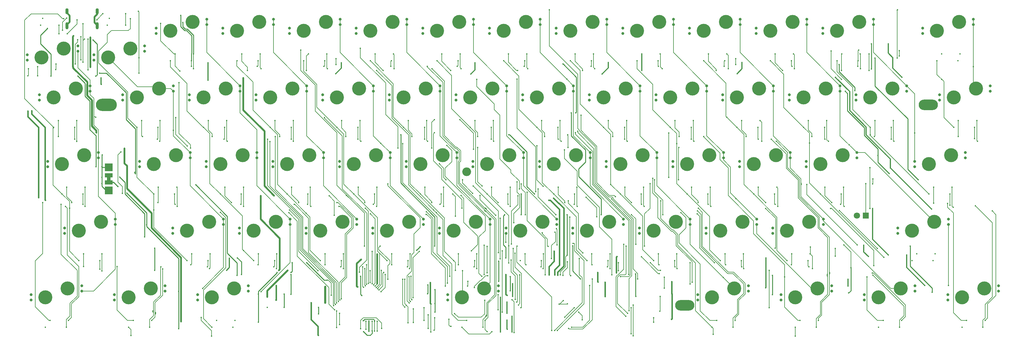
<source format=gbr>
%TF.GenerationSoftware,KiCad,Pcbnew,(5.1.10)-1*%
%TF.CreationDate,2021-07-24T22:52:30+07:00*%
%TF.ProjectId,65%_BLE,3635255f-424c-4452-9e6b-696361645f70,rev?*%
%TF.SameCoordinates,Original*%
%TF.FileFunction,Copper,L1,Top*%
%TF.FilePolarity,Positive*%
%FSLAX46Y46*%
G04 Gerber Fmt 4.6, Leading zero omitted, Abs format (unit mm)*
G04 Created by KiCad (PCBNEW (5.1.10)-1) date 2021-07-24 22:52:31*
%MOMM*%
%LPD*%
G01*
G04 APERTURE LIST*
%TA.AperFunction,ComponentPad*%
%ADD10C,0.400000*%
%TD*%
%TA.AperFunction,ComponentPad*%
%ADD11C,0.800000*%
%TD*%
%TA.AperFunction,ComponentPad*%
%ADD12C,4.000000*%
%TD*%
%TA.AperFunction,ComponentPad*%
%ADD13O,6.000000X3.500000*%
%TD*%
%TA.AperFunction,ComponentPad*%
%ADD14O,2.500000X2.500000*%
%TD*%
%TA.AperFunction,ComponentPad*%
%ADD15O,5.500000X3.000000*%
%TD*%
%TA.AperFunction,ComponentPad*%
%ADD16O,0.900000X1.700000*%
%TD*%
%TA.AperFunction,ComponentPad*%
%ADD17O,0.900000X2.000000*%
%TD*%
%TA.AperFunction,ComponentPad*%
%ADD18R,1.800000X1.800000*%
%TD*%
%TA.AperFunction,ComponentPad*%
%ADD19C,1.800000*%
%TD*%
%TA.AperFunction,SMDPad,CuDef*%
%ADD20R,2.200000X2.200000*%
%TD*%
%TA.AperFunction,SMDPad,CuDef*%
%ADD21R,2.200000X1.250000*%
%TD*%
%TA.AperFunction,ViaPad*%
%ADD22C,0.400000*%
%TD*%
%TA.AperFunction,Conductor*%
%ADD23C,0.200000*%
%TD*%
%TA.AperFunction,Conductor*%
%ADD24C,0.300000*%
%TD*%
%TA.AperFunction,Conductor*%
%ADD25C,0.500000*%
%TD*%
%TA.AperFunction,Conductor*%
%ADD26C,0.250000*%
%TD*%
%TA.AperFunction,Conductor*%
%ADD27C,0.400000*%
%TD*%
%TA.AperFunction,Conductor*%
%ADD28C,1.000000*%
%TD*%
G04 APERTURE END LIST*
D10*
%TO.P,SW52,6*%
%TO.N,SW6*%
X238029500Y-80314800D03*
%TO.P,SW52,3*%
%TO.N,CS16*%
X236696000Y-82232500D03*
%TO.P,SW52,4*%
%TO.N,SW4*%
X242690400Y-82245200D03*
%TO.P,SW52,5*%
%TO.N,SW5*%
X243300000Y-80314800D03*
D11*
%TO.P,SW52,2*%
%TO.N,C10*%
X247110000Y-70358000D03*
%TO.P,SW52,1*%
%TO.N,Net-(D52-Pad2)*%
X232632000Y-72898000D03*
D12*
%TO.P,SW52,2*%
%TO.N,C10*%
X243046000Y-71120000D03*
D11*
%TO.P,SW52,1*%
%TO.N,Net-(D52-Pad2)*%
X232632000Y-74422000D03*
%TO.P,SW52,2*%
%TO.N,C10*%
X247110000Y-71882000D03*
D12*
%TO.P,SW52,1*%
%TO.N,Net-(D52-Pad2)*%
X236696000Y-73660000D03*
%TD*%
D10*
%TO.P,SW45,6*%
%TO.N,SW9*%
X183261000Y-42214800D03*
%TO.P,SW45,3*%
%TO.N,CS10*%
X181927500Y-44132500D03*
%TO.P,SW45,4*%
%TO.N,SW7*%
X187921900Y-44145200D03*
%TO.P,SW45,5*%
%TO.N,SW8*%
X188531500Y-42214800D03*
D11*
%TO.P,SW45,2*%
%TO.N,C9*%
X192341500Y-33782000D03*
X192341500Y-32258000D03*
D12*
X188277500Y-33020000D03*
D11*
%TO.P,SW45,1*%
%TO.N,Net-(D45-Pad2)*%
X177863500Y-36322000D03*
D12*
X181927500Y-35560000D03*
D11*
X177863500Y-34798000D03*
%TD*%
D10*
%TO.P,SW31,6*%
%TO.N,SW9*%
X126111000Y-42214800D03*
%TO.P,SW31,3*%
%TO.N,CS7*%
X124777500Y-44132500D03*
%TO.P,SW31,4*%
%TO.N,SW7*%
X130771900Y-44145200D03*
%TO.P,SW31,5*%
%TO.N,SW8*%
X131381500Y-42214800D03*
D11*
%TO.P,SW31,2*%
%TO.N,C6*%
X135191500Y-33782000D03*
X135191500Y-32258000D03*
D12*
X131127500Y-33020000D03*
D11*
%TO.P,SW31,1*%
%TO.N,Net-(D31-Pad2)*%
X120713500Y-36322000D03*
D12*
X124777500Y-35560000D03*
D11*
X120713500Y-34798000D03*
%TD*%
D10*
%TO.P,SW64,6*%
%TO.N,SW6*%
X259461500Y-23164800D03*
%TO.P,SW64,3*%
%TO.N,CS14*%
X258128000Y-25082500D03*
%TO.P,SW64,4*%
%TO.N,SW4*%
X264122400Y-25095200D03*
%TO.P,SW64,5*%
%TO.N,SW5*%
X264732000Y-23164800D03*
D11*
%TO.P,SW64,2*%
%TO.N,C13*%
X268542000Y-13208000D03*
%TO.P,SW64,1*%
%TO.N,Net-(D64-Pad2)*%
X254064000Y-15748000D03*
D12*
%TO.P,SW64,2*%
%TO.N,C13*%
X264478000Y-13970000D03*
D11*
%TO.P,SW64,1*%
%TO.N,Net-(D64-Pad2)*%
X254064000Y-17272000D03*
%TO.P,SW64,2*%
%TO.N,C13*%
X268542000Y-14732000D03*
D12*
%TO.P,SW64,1*%
%TO.N,Net-(D64-Pad2)*%
X258128000Y-16510000D03*
%TD*%
D10*
%TO.P,SW63,6*%
%TO.N,SW3*%
X254698500Y-4114800D03*
%TO.P,SW63,3*%
%TO.N,CS14*%
X253365000Y-6032500D03*
%TO.P,SW63,4*%
%TO.N,SW1*%
X259359400Y-6045200D03*
%TO.P,SW63,5*%
%TO.N,SW2*%
X259969000Y-4114800D03*
D11*
%TO.P,SW63,2*%
%TO.N,C13*%
X263779000Y5842000D03*
%TO.P,SW63,1*%
%TO.N,Net-(D63-Pad2)*%
X249301000Y3302000D03*
D12*
%TO.P,SW63,2*%
%TO.N,C13*%
X259715000Y5080000D03*
D11*
%TO.P,SW63,1*%
%TO.N,Net-(D63-Pad2)*%
X249301000Y1778000D03*
%TO.P,SW63,2*%
%TO.N,C13*%
X263779000Y4318000D03*
D12*
%TO.P,SW63,1*%
%TO.N,Net-(D63-Pad2)*%
X253365000Y2540000D03*
%TD*%
D10*
%TO.P,SW60,6*%
%TO.N,SW9*%
X252391600Y-42214800D03*
%TO.P,SW60,3*%
%TO.N,CS13*%
X251058100Y-44132500D03*
%TO.P,SW60,4*%
%TO.N,SW7*%
X257052500Y-44145200D03*
%TO.P,SW60,5*%
%TO.N,SW8*%
X257662100Y-42214800D03*
D11*
%TO.P,SW60,2*%
%TO.N,Net-(D60-Pad2)*%
X261472100Y-32258000D03*
%TO.P,SW60,1*%
%TO.N,C12*%
X246994100Y-34798000D03*
D12*
%TO.P,SW60,2*%
%TO.N,Net-(D60-Pad2)*%
X257408100Y-33020000D03*
D11*
%TO.P,SW60,1*%
%TO.N,C12*%
X246994100Y-36322000D03*
%TO.P,SW60,2*%
%TO.N,Net-(D60-Pad2)*%
X261472100Y-33782000D03*
D12*
%TO.P,SW60,1*%
%TO.N,C12*%
X251058100Y-35560000D03*
%TD*%
D10*
%TO.P,SW59,6*%
%TO.N,SW6*%
X235648500Y-23164800D03*
%TO.P,SW59,3*%
%TO.N,CS13*%
X234315000Y-25082500D03*
%TO.P,SW59,4*%
%TO.N,SW4*%
X240309400Y-25095200D03*
%TO.P,SW59,5*%
%TO.N,SW5*%
X240919000Y-23164800D03*
D11*
%TO.P,SW59,2*%
%TO.N,C12*%
X244729000Y-14732000D03*
X244729000Y-13208000D03*
D12*
X240665000Y-13970000D03*
D11*
%TO.P,SW59,1*%
%TO.N,Net-(D59-Pad2)*%
X230251000Y-17272000D03*
D12*
X234315000Y-16510000D03*
D11*
X230251000Y-15748000D03*
%TD*%
D10*
%TO.P,SW58,6*%
%TO.N,SW3*%
X226123500Y-4114800D03*
%TO.P,SW58,3*%
%TO.N,CS13*%
X224790000Y-6032500D03*
%TO.P,SW58,4*%
%TO.N,SW1*%
X230784400Y-6045200D03*
%TO.P,SW58,5*%
%TO.N,SW2*%
X231394000Y-4114800D03*
D11*
%TO.P,SW58,2*%
%TO.N,C12*%
X235204000Y4318000D03*
X235204000Y5842000D03*
D12*
X231140000Y5080000D03*
D11*
%TO.P,SW58,1*%
%TO.N,Net-(D58-Pad2)*%
X220726000Y1778000D03*
D12*
X224790000Y2540000D03*
D11*
X220726000Y3302000D03*
%TD*%
D10*
%TO.P,SW57,6*%
%TO.N,SW9*%
X261841999Y-80314800D03*
%TO.P,SW57,3*%
%TO.N,CS15*%
X260508499Y-82232500D03*
%TO.P,SW57,4*%
%TO.N,SW7*%
X266502899Y-82245200D03*
%TO.P,SW57,5*%
%TO.N,SW8*%
X267112499Y-80314800D03*
D11*
%TO.P,SW57,2*%
%TO.N,C11*%
X270922499Y-70358000D03*
%TO.P,SW57,1*%
%TO.N,Net-(D57-Pad2)*%
X256444499Y-72898000D03*
D12*
%TO.P,SW57,2*%
%TO.N,C11*%
X266858499Y-71120000D03*
D11*
%TO.P,SW57,1*%
%TO.N,Net-(D57-Pad2)*%
X256444499Y-74422000D03*
%TO.P,SW57,2*%
%TO.N,C11*%
X270922499Y-71882000D03*
D12*
%TO.P,SW57,1*%
%TO.N,Net-(D57-Pad2)*%
X260508499Y-73660000D03*
%TD*%
D10*
%TO.P,SW56,6*%
%TO.N,SW12*%
X247555000Y-61264800D03*
%TO.P,SW56,3*%
%TO.N,CS12*%
X246221500Y-63182500D03*
%TO.P,SW56,4*%
%TO.N,SW10*%
X252215900Y-63195200D03*
%TO.P,SW56,5*%
%TO.N,SW11*%
X252825500Y-61264800D03*
D11*
%TO.P,SW56,2*%
%TO.N,C11*%
X256635500Y-51308000D03*
%TO.P,SW56,1*%
%TO.N,Net-(D56-Pad2)*%
X242157500Y-53848000D03*
D12*
%TO.P,SW56,2*%
%TO.N,C11*%
X252571500Y-52070000D03*
D11*
%TO.P,SW56,1*%
%TO.N,Net-(D56-Pad2)*%
X242157500Y-55372000D03*
%TO.P,SW56,2*%
%TO.N,C11*%
X256635500Y-52832000D03*
D12*
%TO.P,SW56,1*%
%TO.N,Net-(D56-Pad2)*%
X246221500Y-54610000D03*
%TD*%
D10*
%TO.P,SW55,6*%
%TO.N,SW9*%
X221361000Y-42214800D03*
%TO.P,SW55,3*%
%TO.N,CS12*%
X220027500Y-44132500D03*
%TO.P,SW55,4*%
%TO.N,SW7*%
X226021900Y-44145200D03*
%TO.P,SW55,5*%
%TO.N,SW8*%
X226631500Y-42214800D03*
D11*
%TO.P,SW55,2*%
%TO.N,C11*%
X230441500Y-33782000D03*
X230441500Y-32258000D03*
D12*
X226377500Y-33020000D03*
D11*
%TO.P,SW55,1*%
%TO.N,Net-(D55-Pad2)*%
X215963500Y-36322000D03*
D12*
X220027500Y-35560000D03*
D11*
X215963500Y-34798000D03*
%TD*%
D10*
%TO.P,SW54,6*%
%TO.N,SW6*%
X216598500Y-23164800D03*
%TO.P,SW54,3*%
%TO.N,CS12*%
X215265000Y-25082500D03*
%TO.P,SW54,4*%
%TO.N,SW4*%
X221259400Y-25095200D03*
%TO.P,SW54,5*%
%TO.N,SW5*%
X221869000Y-23164800D03*
D11*
%TO.P,SW54,2*%
%TO.N,C11*%
X225679000Y-14732000D03*
X225679000Y-13208000D03*
D12*
X221615000Y-13970000D03*
D11*
%TO.P,SW54,1*%
%TO.N,Net-(D54-Pad2)*%
X211201000Y-17272000D03*
D12*
X215265000Y-16510000D03*
D11*
X211201000Y-15748000D03*
%TD*%
D10*
%TO.P,SW53,6*%
%TO.N,SW3*%
X207073500Y-4114800D03*
%TO.P,SW53,3*%
%TO.N,CS12*%
X205740000Y-6032500D03*
%TO.P,SW53,4*%
%TO.N,SW1*%
X211734400Y-6045200D03*
%TO.P,SW53,5*%
%TO.N,SW2*%
X212344000Y-4114800D03*
D11*
%TO.P,SW53,2*%
%TO.N,C11*%
X216154000Y4318000D03*
X216154000Y5842000D03*
D12*
X212090000Y5080000D03*
D11*
%TO.P,SW53,1*%
%TO.N,Net-(D53-Pad2)*%
X201676000Y1778000D03*
D12*
X205740000Y2540000D03*
D11*
X201676000Y3302000D03*
%TD*%
D10*
%TO.P,SW51,6*%
%TO.N,SW12*%
X211836000Y-61264800D03*
%TO.P,SW51,3*%
%TO.N,CS11*%
X210502500Y-63182500D03*
%TO.P,SW51,4*%
%TO.N,SW10*%
X216496900Y-63195200D03*
%TO.P,SW51,5*%
%TO.N,SW11*%
X217106500Y-61264800D03*
D11*
%TO.P,SW51,2*%
%TO.N,C10*%
X220916500Y-52832000D03*
X220916500Y-51308000D03*
D12*
X216852500Y-52070000D03*
D11*
%TO.P,SW51,1*%
%TO.N,Net-(D51-Pad2)*%
X206438500Y-55372000D03*
D12*
X210502500Y-54610000D03*
D11*
X206438500Y-53848000D03*
%TD*%
D10*
%TO.P,SW50,6*%
%TO.N,SW9*%
X202311000Y-42214800D03*
%TO.P,SW50,3*%
%TO.N,CS11*%
X200977500Y-44132500D03*
%TO.P,SW50,4*%
%TO.N,SW7*%
X206971900Y-44145200D03*
%TO.P,SW50,5*%
%TO.N,SW8*%
X207581500Y-42214800D03*
D11*
%TO.P,SW50,2*%
%TO.N,C10*%
X211391500Y-33782000D03*
X211391500Y-32258000D03*
D12*
X207327500Y-33020000D03*
D11*
%TO.P,SW50,1*%
%TO.N,Net-(D50-Pad2)*%
X196913500Y-36322000D03*
D12*
X200977500Y-35560000D03*
D11*
X196913500Y-34798000D03*
%TD*%
D10*
%TO.P,SW49,6*%
%TO.N,SW6*%
X197548500Y-23164800D03*
%TO.P,SW49,3*%
%TO.N,CS11*%
X196215000Y-25082500D03*
%TO.P,SW49,4*%
%TO.N,SW4*%
X202209400Y-25095200D03*
%TO.P,SW49,5*%
%TO.N,SW5*%
X202819000Y-23164800D03*
D11*
%TO.P,SW49,2*%
%TO.N,C10*%
X206629000Y-14732000D03*
X206629000Y-13208000D03*
D12*
X202565000Y-13970000D03*
D11*
%TO.P,SW49,1*%
%TO.N,Net-(D49-Pad2)*%
X192151000Y-17272000D03*
D12*
X196215000Y-16510000D03*
D11*
X192151000Y-15748000D03*
%TD*%
D10*
%TO.P,SW48,6*%
%TO.N,SW3*%
X188023500Y-4114800D03*
%TO.P,SW48,3*%
%TO.N,CS11*%
X186690000Y-6032500D03*
%TO.P,SW48,4*%
%TO.N,SW1*%
X192684400Y-6045200D03*
%TO.P,SW48,5*%
%TO.N,SW2*%
X193294000Y-4114800D03*
D11*
%TO.P,SW48,2*%
%TO.N,C10*%
X197104000Y4318000D03*
X197104000Y5842000D03*
D12*
X193040000Y5080000D03*
D11*
%TO.P,SW48,1*%
%TO.N,Net-(D48-Pad2)*%
X182626000Y1778000D03*
D12*
X186690000Y2540000D03*
D11*
X182626000Y3302000D03*
%TD*%
D10*
%TO.P,SW47,6*%
%TO.N,SW6*%
X214217000Y-80314800D03*
%TO.P,SW47,3*%
%TO.N,CS15*%
X212883500Y-82232500D03*
%TO.P,SW47,4*%
%TO.N,SW4*%
X218877900Y-82245200D03*
%TO.P,SW47,5*%
%TO.N,SW5*%
X219487500Y-80314800D03*
D11*
%TO.P,SW47,2*%
%TO.N,C9*%
X223297500Y-70358000D03*
%TO.P,SW47,1*%
%TO.N,Net-(D47-Pad2)*%
X208819500Y-72898000D03*
D12*
%TO.P,SW47,2*%
%TO.N,C9*%
X219233500Y-71120000D03*
D11*
%TO.P,SW47,1*%
%TO.N,Net-(D47-Pad2)*%
X208819500Y-74422000D03*
%TO.P,SW47,2*%
%TO.N,C9*%
X223297500Y-71882000D03*
D12*
%TO.P,SW47,1*%
%TO.N,Net-(D47-Pad2)*%
X212883500Y-73660000D03*
%TD*%
D10*
%TO.P,SW46,6*%
%TO.N,SW12*%
X192786000Y-61264800D03*
%TO.P,SW46,3*%
%TO.N,CS10*%
X191452500Y-63182500D03*
%TO.P,SW46,4*%
%TO.N,SW10*%
X197446900Y-63195200D03*
%TO.P,SW46,5*%
%TO.N,SW11*%
X198056500Y-61264800D03*
D11*
%TO.P,SW46,2*%
%TO.N,C9*%
X201866500Y-52832000D03*
X201866500Y-51308000D03*
D12*
X197802500Y-52070000D03*
D11*
%TO.P,SW46,1*%
%TO.N,Net-(D46-Pad2)*%
X187388500Y-55372000D03*
D12*
X191452500Y-54610000D03*
D11*
X187388500Y-53848000D03*
%TD*%
D10*
%TO.P,SW44,6*%
%TO.N,SW6*%
X178498500Y-23164800D03*
%TO.P,SW44,3*%
%TO.N,CS10*%
X177165000Y-25082500D03*
%TO.P,SW44,4*%
%TO.N,SW4*%
X183159400Y-25095200D03*
%TO.P,SW44,5*%
%TO.N,SW5*%
X183769000Y-23164800D03*
D11*
%TO.P,SW44,2*%
%TO.N,C9*%
X187579000Y-14732000D03*
X187579000Y-13208000D03*
D12*
X183515000Y-13970000D03*
D11*
%TO.P,SW44,1*%
%TO.N,Net-(D44-Pad2)*%
X173101000Y-17272000D03*
D12*
X177165000Y-16510000D03*
D11*
X173101000Y-15748000D03*
%TD*%
D10*
%TO.P,SW43,6*%
%TO.N,SW3*%
X168973500Y-4114800D03*
%TO.P,SW43,3*%
%TO.N,CS10*%
X167640000Y-6032500D03*
%TO.P,SW43,4*%
%TO.N,SW1*%
X173634400Y-6045200D03*
%TO.P,SW43,5*%
%TO.N,SW2*%
X174244000Y-4114800D03*
D11*
%TO.P,SW43,2*%
%TO.N,C9*%
X178054000Y4318000D03*
X178054000Y5842000D03*
D12*
X173990000Y5080000D03*
D11*
%TO.P,SW43,1*%
%TO.N,Net-(D43-Pad2)*%
X163576000Y1778000D03*
D12*
X167640000Y2540000D03*
D11*
X163576000Y3302000D03*
%TD*%
D10*
%TO.P,SW42,6*%
%TO.N,SW3*%
X190404500Y-80314800D03*
%TO.P,SW42,3*%
%TO.N,CS16*%
X189071000Y-82232500D03*
%TO.P,SW42,4*%
%TO.N,SW1*%
X195065400Y-82245200D03*
%TO.P,SW42,5*%
%TO.N,SW2*%
X195675000Y-80314800D03*
D11*
%TO.P,SW42,2*%
%TO.N,C8*%
X199485000Y-70358000D03*
%TO.P,SW42,1*%
%TO.N,Net-(D42-Pad2)*%
X185007000Y-72898000D03*
D12*
%TO.P,SW42,2*%
%TO.N,C8*%
X195421000Y-71120000D03*
D11*
%TO.P,SW42,1*%
%TO.N,Net-(D42-Pad2)*%
X185007000Y-74422000D03*
%TO.P,SW42,2*%
%TO.N,C8*%
X199485000Y-71882000D03*
D12*
%TO.P,SW42,1*%
%TO.N,Net-(D42-Pad2)*%
X189071000Y-73660000D03*
%TD*%
D10*
%TO.P,SW41,6*%
%TO.N,SW12*%
X173736000Y-61264800D03*
%TO.P,SW41,3*%
%TO.N,CS9*%
X172402500Y-63182500D03*
%TO.P,SW41,4*%
%TO.N,SW10*%
X178396900Y-63195200D03*
%TO.P,SW41,5*%
%TO.N,SW11*%
X179006500Y-61264800D03*
D11*
%TO.P,SW41,2*%
%TO.N,C8*%
X182816500Y-52832000D03*
X182816500Y-51308000D03*
D12*
X178752500Y-52070000D03*
D11*
%TO.P,SW41,1*%
%TO.N,Net-(D41-Pad2)*%
X168338500Y-55372000D03*
D12*
X172402500Y-54610000D03*
D11*
X168338500Y-53848000D03*
%TD*%
D10*
%TO.P,SW40,6*%
%TO.N,SW9*%
X164211000Y-42214800D03*
%TO.P,SW40,3*%
%TO.N,CS9*%
X162877500Y-44132500D03*
%TO.P,SW40,4*%
%TO.N,SW7*%
X168871900Y-44145200D03*
%TO.P,SW40,5*%
%TO.N,SW8*%
X169481500Y-42214800D03*
D11*
%TO.P,SW40,2*%
%TO.N,C8*%
X173291500Y-33782000D03*
X173291500Y-32258000D03*
D12*
X169227500Y-33020000D03*
D11*
%TO.P,SW40,1*%
%TO.N,Net-(D40-Pad2)*%
X158813500Y-36322000D03*
D12*
X162877500Y-35560000D03*
D11*
X158813500Y-34798000D03*
%TD*%
D10*
%TO.P,SW39,6*%
%TO.N,SW6*%
X159448500Y-23164800D03*
%TO.P,SW39,3*%
%TO.N,CS9*%
X158115000Y-25082500D03*
%TO.P,SW39,4*%
%TO.N,SW4*%
X164109400Y-25095200D03*
%TO.P,SW39,5*%
%TO.N,SW5*%
X164719000Y-23164800D03*
D11*
%TO.P,SW39,2*%
%TO.N,C8*%
X168529000Y-14732000D03*
X168529000Y-13208000D03*
D12*
X164465000Y-13970000D03*
D11*
%TO.P,SW39,1*%
%TO.N,Net-(D39-Pad2)*%
X154051000Y-17272000D03*
D12*
X158115000Y-16510000D03*
D11*
X154051000Y-15748000D03*
%TD*%
D10*
%TO.P,SW38,6*%
%TO.N,SW3*%
X149923500Y-4114800D03*
%TO.P,SW38,3*%
%TO.N,CS9*%
X148590000Y-6032500D03*
%TO.P,SW38,4*%
%TO.N,SW1*%
X154584400Y-6045200D03*
%TO.P,SW38,5*%
%TO.N,SW2*%
X155194000Y-4114800D03*
D11*
%TO.P,SW38,2*%
%TO.N,C8*%
X159004000Y4318000D03*
X159004000Y5842000D03*
D12*
X154940000Y5080000D03*
D11*
%TO.P,SW38,1*%
%TO.N,Net-(D38-Pad2)*%
X144526000Y1778000D03*
D12*
X148590000Y2540000D03*
D11*
X144526000Y3302000D03*
%TD*%
D10*
%TO.P,SW37,6*%
%TO.N,SW12*%
X154686000Y-61264800D03*
%TO.P,SW37,3*%
%TO.N,CS8*%
X153352500Y-63182500D03*
%TO.P,SW37,4*%
%TO.N,SW10*%
X159346900Y-63195200D03*
%TO.P,SW37,5*%
%TO.N,SW11*%
X159956500Y-61264800D03*
D11*
%TO.P,SW37,2*%
%TO.N,C7*%
X163766500Y-52832000D03*
X163766500Y-51308000D03*
D12*
X159702500Y-52070000D03*
D11*
%TO.P,SW37,1*%
%TO.N,Net-(D37-Pad2)*%
X149288500Y-55372000D03*
D12*
X153352500Y-54610000D03*
D11*
X149288500Y-53848000D03*
%TD*%
D10*
%TO.P,SW36,6*%
%TO.N,SW9*%
X145161000Y-42214800D03*
%TO.P,SW36,3*%
%TO.N,CS8*%
X143827500Y-44132500D03*
%TO.P,SW36,4*%
%TO.N,SW7*%
X149821900Y-44145200D03*
%TO.P,SW36,5*%
%TO.N,SW8*%
X150431500Y-42214800D03*
D11*
%TO.P,SW36,2*%
%TO.N,C7*%
X154241500Y-33782000D03*
X154241500Y-32258000D03*
D12*
X150177500Y-33020000D03*
D11*
%TO.P,SW36,1*%
%TO.N,Net-(D36-Pad2)*%
X139763500Y-36322000D03*
D12*
X143827500Y-35560000D03*
D11*
X139763500Y-34798000D03*
%TD*%
D10*
%TO.P,SW35,6*%
%TO.N,SW6*%
X140398500Y-23164800D03*
%TO.P,SW35,3*%
%TO.N,CS8*%
X139065000Y-25082500D03*
%TO.P,SW35,4*%
%TO.N,SW4*%
X145059400Y-25095200D03*
%TO.P,SW35,5*%
%TO.N,SW5*%
X145669000Y-23164800D03*
D11*
%TO.P,SW35,2*%
%TO.N,C7*%
X149479000Y-14732000D03*
X149479000Y-13208000D03*
D12*
X145415000Y-13970000D03*
D11*
%TO.P,SW35,1*%
%TO.N,Net-(D35-Pad2)*%
X135001000Y-17272000D03*
D12*
X139065000Y-16510000D03*
D11*
X135001000Y-15748000D03*
%TD*%
D10*
%TO.P,SW34,6*%
%TO.N,SW3*%
X130873500Y-4114800D03*
%TO.P,SW34,3*%
%TO.N,CS8*%
X129540000Y-6032500D03*
%TO.P,SW34,4*%
%TO.N,SW1*%
X135534400Y-6045200D03*
%TO.P,SW34,5*%
%TO.N,SW2*%
X136144000Y-4114800D03*
D11*
%TO.P,SW34,2*%
%TO.N,C7*%
X139954000Y4318000D03*
X139954000Y5842000D03*
D12*
X135890000Y5080000D03*
D11*
%TO.P,SW34,1*%
%TO.N,Net-(D34-Pad2)*%
X125476000Y1778000D03*
D12*
X129540000Y2540000D03*
D11*
X125476000Y3302000D03*
%TD*%
D10*
%TO.P,SW33,6*%
%TO.N,SW3*%
X118967000Y-80314800D03*
%TO.P,SW33,3*%
%TO.N,CS15*%
X117633500Y-82232500D03*
%TO.P,SW33,4*%
%TO.N,SW1*%
X123627900Y-82245200D03*
%TO.P,SW33,5*%
%TO.N,SW2*%
X124237500Y-80314800D03*
D11*
%TO.P,SW33,2*%
%TO.N,C5*%
X128047500Y-70358000D03*
%TO.P,SW33,1*%
%TO.N,Net-(D33-Pad2)*%
X113569500Y-72898000D03*
D12*
%TO.P,SW33,2*%
%TO.N,C5*%
X123983500Y-71120000D03*
D11*
%TO.P,SW33,1*%
%TO.N,Net-(D33-Pad2)*%
X113569500Y-74422000D03*
%TO.P,SW33,2*%
%TO.N,C5*%
X128047500Y-71882000D03*
D12*
%TO.P,SW33,1*%
%TO.N,Net-(D33-Pad2)*%
X117633500Y-73660000D03*
%TD*%
D10*
%TO.P,SW32,6*%
%TO.N,SW12*%
X135636000Y-61264800D03*
%TO.P,SW32,3*%
%TO.N,CS7*%
X134302500Y-63182500D03*
%TO.P,SW32,4*%
%TO.N,SW10*%
X140296900Y-63195200D03*
%TO.P,SW32,5*%
%TO.N,SW11*%
X140906500Y-61264800D03*
D11*
%TO.P,SW32,2*%
%TO.N,C6*%
X144716500Y-52832000D03*
X144716500Y-51308000D03*
D12*
X140652500Y-52070000D03*
D11*
%TO.P,SW32,1*%
%TO.N,Net-(D32-Pad2)*%
X130238500Y-55372000D03*
D12*
X134302500Y-54610000D03*
D11*
X130238500Y-53848000D03*
%TD*%
D10*
%TO.P,SW30,6*%
%TO.N,SW6*%
X121348500Y-23164800D03*
%TO.P,SW30,3*%
%TO.N,CS7*%
X120015000Y-25082500D03*
%TO.P,SW30,4*%
%TO.N,SW4*%
X126009400Y-25095200D03*
%TO.P,SW30,5*%
%TO.N,SW5*%
X126619000Y-23164800D03*
D11*
%TO.P,SW30,2*%
%TO.N,C6*%
X130429000Y-14732000D03*
X130429000Y-13208000D03*
D12*
X126365000Y-13970000D03*
D11*
%TO.P,SW30,1*%
%TO.N,Net-(D30-Pad2)*%
X115951000Y-17272000D03*
D12*
X120015000Y-16510000D03*
D11*
X115951000Y-15748000D03*
%TD*%
D10*
%TO.P,SW29,6*%
%TO.N,SW3*%
X111823500Y-4114800D03*
%TO.P,SW29,3*%
%TO.N,CS7*%
X110490000Y-6032500D03*
%TO.P,SW29,4*%
%TO.N,SW1*%
X116484400Y-6045200D03*
%TO.P,SW29,5*%
%TO.N,SW2*%
X117094000Y-4114800D03*
D11*
%TO.P,SW29,2*%
%TO.N,C6*%
X120904000Y4318000D03*
X120904000Y5842000D03*
D12*
X116840000Y5080000D03*
D11*
%TO.P,SW29,1*%
%TO.N,Net-(D29-Pad2)*%
X106426000Y1778000D03*
D12*
X110490000Y2540000D03*
D11*
X106426000Y3302000D03*
%TD*%
D10*
%TO.P,SW28,6*%
%TO.N,SW12*%
X116586000Y-61264800D03*
%TO.P,SW28,3*%
%TO.N,CS6*%
X115252500Y-63182500D03*
%TO.P,SW28,4*%
%TO.N,SW10*%
X121246900Y-63195200D03*
%TO.P,SW28,5*%
%TO.N,SW11*%
X121856500Y-61264800D03*
D11*
%TO.P,SW28,2*%
%TO.N,C5*%
X125666500Y-52832000D03*
X125666500Y-51308000D03*
D12*
X121602500Y-52070000D03*
D11*
%TO.P,SW28,1*%
%TO.N,Net-(D28-Pad2)*%
X111188500Y-55372000D03*
D12*
X115252500Y-54610000D03*
D11*
X111188500Y-53848000D03*
%TD*%
D10*
%TO.P,SW27,6*%
%TO.N,SW9*%
X107061000Y-42214800D03*
%TO.P,SW27,3*%
%TO.N,CS6*%
X105727500Y-44132500D03*
%TO.P,SW27,4*%
%TO.N,SW7*%
X111721900Y-44145200D03*
%TO.P,SW27,5*%
%TO.N,SW8*%
X112331500Y-42214800D03*
D11*
%TO.P,SW27,2*%
%TO.N,C5*%
X116141500Y-33782000D03*
X116141500Y-32258000D03*
D12*
X112077500Y-33020000D03*
D11*
%TO.P,SW27,1*%
%TO.N,Net-(D27-Pad2)*%
X101663500Y-36322000D03*
D12*
X105727500Y-35560000D03*
D11*
X101663500Y-34798000D03*
%TD*%
D10*
%TO.P,SW26,6*%
%TO.N,SW6*%
X102298500Y-23164800D03*
%TO.P,SW26,3*%
%TO.N,CS6*%
X100965000Y-25082500D03*
%TO.P,SW26,4*%
%TO.N,SW4*%
X106959400Y-25095200D03*
%TO.P,SW26,5*%
%TO.N,SW5*%
X107569000Y-23164800D03*
D11*
%TO.P,SW26,2*%
%TO.N,C5*%
X111379000Y-14732000D03*
X111379000Y-13208000D03*
D12*
X107315000Y-13970000D03*
D11*
%TO.P,SW26,1*%
%TO.N,Net-(D26-Pad2)*%
X96901000Y-17272000D03*
D12*
X100965000Y-16510000D03*
D11*
X96901000Y-15748000D03*
%TD*%
D10*
%TO.P,SW25,6*%
%TO.N,SW3*%
X92773500Y-4114800D03*
%TO.P,SW25,3*%
%TO.N,CS6*%
X91440000Y-6032500D03*
%TO.P,SW25,4*%
%TO.N,SW1*%
X97434400Y-6045200D03*
%TO.P,SW25,5*%
%TO.N,SW2*%
X98044000Y-4114800D03*
D11*
%TO.P,SW25,2*%
%TO.N,C5*%
X101854000Y4318000D03*
X101854000Y5842000D03*
D12*
X97790000Y5080000D03*
D11*
%TO.P,SW25,1*%
%TO.N,Net-(D25-Pad2)*%
X87376000Y1778000D03*
D12*
X91440000Y2540000D03*
D11*
X87376000Y3302000D03*
%TD*%
D10*
%TO.P,SW24,6*%
%TO.N,SW12*%
X97536000Y-61264800D03*
%TO.P,SW24,3*%
%TO.N,CS5*%
X96202500Y-63182500D03*
%TO.P,SW24,4*%
%TO.N,SW10*%
X102196900Y-63195200D03*
%TO.P,SW24,5*%
%TO.N,SW11*%
X102806500Y-61264800D03*
D11*
%TO.P,SW24,2*%
%TO.N,C4*%
X106616500Y-52832000D03*
X106616500Y-51308000D03*
D12*
X102552500Y-52070000D03*
D11*
%TO.P,SW24,1*%
%TO.N,Net-(D24-Pad2)*%
X92138500Y-55372000D03*
D12*
X96202500Y-54610000D03*
D11*
X92138500Y-53848000D03*
%TD*%
D10*
%TO.P,SW23,6*%
%TO.N,SW9*%
X88011000Y-42214800D03*
%TO.P,SW23,3*%
%TO.N,CS5*%
X86677500Y-44132500D03*
%TO.P,SW23,4*%
%TO.N,SW7*%
X92671900Y-44145200D03*
%TO.P,SW23,5*%
%TO.N,SW8*%
X93281500Y-42214800D03*
D11*
%TO.P,SW23,2*%
%TO.N,C4*%
X97091500Y-33782000D03*
X97091500Y-32258000D03*
D12*
X93027500Y-33020000D03*
D11*
%TO.P,SW23,1*%
%TO.N,Net-(D23-Pad2)*%
X82613500Y-36322000D03*
D12*
X86677500Y-35560000D03*
D11*
X82613500Y-34798000D03*
%TD*%
D10*
%TO.P,SW22,6*%
%TO.N,SW6*%
X83248500Y-23164800D03*
%TO.P,SW22,3*%
%TO.N,CS5*%
X81915000Y-25082500D03*
%TO.P,SW22,4*%
%TO.N,SW4*%
X87909400Y-25095200D03*
%TO.P,SW22,5*%
%TO.N,SW5*%
X88519000Y-23164800D03*
D11*
%TO.P,SW22,2*%
%TO.N,C4*%
X92329000Y-14732000D03*
X92329000Y-13208000D03*
D12*
X88265000Y-13970000D03*
D11*
%TO.P,SW22,1*%
%TO.N,Net-(D22-Pad2)*%
X77851000Y-17272000D03*
D12*
X81915000Y-16510000D03*
D11*
X77851000Y-15748000D03*
%TD*%
D10*
%TO.P,SW21,6*%
%TO.N,SW3*%
X73723500Y-4114800D03*
%TO.P,SW21,3*%
%TO.N,CS5*%
X72390000Y-6032500D03*
%TO.P,SW21,4*%
%TO.N,SW1*%
X78384400Y-6045200D03*
%TO.P,SW21,5*%
%TO.N,SW2*%
X78994000Y-4114800D03*
D11*
%TO.P,SW21,2*%
%TO.N,C4*%
X82804000Y4318000D03*
X82804000Y5842000D03*
D12*
X78740000Y5080000D03*
D11*
%TO.P,SW21,1*%
%TO.N,Net-(D21-Pad2)*%
X68326000Y1778000D03*
D12*
X72390000Y2540000D03*
D11*
X68326000Y3302000D03*
%TD*%
D10*
%TO.P,SW20,6*%
%TO.N,SW12*%
X78486000Y-61264800D03*
%TO.P,SW20,3*%
%TO.N,CS4*%
X77152500Y-63182500D03*
%TO.P,SW20,4*%
%TO.N,SW10*%
X83146900Y-63195200D03*
%TO.P,SW20,5*%
%TO.N,SW11*%
X83756500Y-61264800D03*
D11*
%TO.P,SW20,2*%
%TO.N,C3*%
X87566500Y-52832000D03*
X87566500Y-51308000D03*
D12*
X83502500Y-52070000D03*
D11*
%TO.P,SW20,1*%
%TO.N,Net-(D20-Pad2)*%
X73088500Y-55372000D03*
D12*
X77152500Y-54610000D03*
D11*
X73088500Y-53848000D03*
%TD*%
D10*
%TO.P,SW19,6*%
%TO.N,SW9*%
X68961000Y-42214800D03*
%TO.P,SW19,3*%
%TO.N,CS4*%
X67627500Y-44132500D03*
%TO.P,SW19,4*%
%TO.N,SW7*%
X73621900Y-44145200D03*
%TO.P,SW19,5*%
%TO.N,SW8*%
X74231500Y-42214800D03*
D11*
%TO.P,SW19,2*%
%TO.N,C3*%
X78041500Y-33782000D03*
X78041500Y-32258000D03*
D12*
X73977500Y-33020000D03*
D11*
%TO.P,SW19,1*%
%TO.N,Net-(D19-Pad2)*%
X63563500Y-36322000D03*
D12*
X67627500Y-35560000D03*
D11*
X63563500Y-34798000D03*
%TD*%
D10*
%TO.P,SW18,6*%
%TO.N,SW6*%
X64198500Y-23164800D03*
%TO.P,SW18,3*%
%TO.N,CS4*%
X62865000Y-25082500D03*
%TO.P,SW18,4*%
%TO.N,SW4*%
X68859400Y-25095200D03*
%TO.P,SW18,5*%
%TO.N,SW5*%
X69469000Y-23164800D03*
D11*
%TO.P,SW18,2*%
%TO.N,C3*%
X73279000Y-14732000D03*
X73279000Y-13208000D03*
D12*
X69215000Y-13970000D03*
D11*
%TO.P,SW18,1*%
%TO.N,Net-(D18-Pad2)*%
X58801000Y-17272000D03*
D12*
X62865000Y-16510000D03*
D11*
X58801000Y-15748000D03*
%TD*%
D10*
%TO.P,SW17,6*%
%TO.N,SW3*%
X54673500Y-4114800D03*
%TO.P,SW17,3*%
%TO.N,CS4*%
X53340000Y-6032500D03*
%TO.P,SW17,4*%
%TO.N,SW1*%
X59334400Y-6045200D03*
%TO.P,SW17,5*%
%TO.N,SW2*%
X59944000Y-4114800D03*
D11*
%TO.P,SW17,2*%
%TO.N,C3*%
X63754000Y4318000D03*
X63754000Y5842000D03*
D12*
X59690000Y5080000D03*
D11*
%TO.P,SW17,1*%
%TO.N,Net-(D17-Pad2)*%
X49276000Y1778000D03*
D12*
X53340000Y2540000D03*
D11*
X49276000Y3302000D03*
%TD*%
D10*
%TO.P,SW15,6*%
%TO.N,SW12*%
X47529500Y-80314800D03*
%TO.P,SW15,3*%
%TO.N,CS14*%
X46196000Y-82232500D03*
%TO.P,SW15,4*%
%TO.N,SW10*%
X52190400Y-82245200D03*
%TO.P,SW15,5*%
%TO.N,SW11*%
X52800000Y-80314800D03*
D11*
%TO.P,SW15,2*%
%TO.N,C2*%
X56610000Y-70358000D03*
%TO.P,SW15,1*%
%TO.N,Net-(D15-Pad2)*%
X42132000Y-72898000D03*
D12*
%TO.P,SW15,2*%
%TO.N,C2*%
X52546000Y-71120000D03*
D11*
%TO.P,SW15,1*%
%TO.N,Net-(D15-Pad2)*%
X42132000Y-74422000D03*
%TO.P,SW15,2*%
%TO.N,C2*%
X56610000Y-71882000D03*
D12*
%TO.P,SW15,1*%
%TO.N,Net-(D15-Pad2)*%
X46196000Y-73660000D03*
%TD*%
D10*
%TO.P,SW14,6*%
%TO.N,SW12*%
X59436000Y-61264800D03*
%TO.P,SW14,3*%
%TO.N,CS3*%
X58102500Y-63182500D03*
%TO.P,SW14,4*%
%TO.N,SW10*%
X64096900Y-63195200D03*
%TO.P,SW14,5*%
%TO.N,SW11*%
X64706500Y-61264800D03*
D11*
%TO.P,SW14,2*%
%TO.N,C2*%
X68516500Y-52832000D03*
X68516500Y-51308000D03*
D12*
X64452500Y-52070000D03*
D11*
%TO.P,SW14,1*%
%TO.N,Net-(D14-Pad2)*%
X54038500Y-55372000D03*
D12*
X58102500Y-54610000D03*
D11*
X54038500Y-53848000D03*
%TD*%
D10*
%TO.P,SW13,6*%
%TO.N,SW9*%
X49911000Y-42214800D03*
%TO.P,SW13,3*%
%TO.N,CS3*%
X48577500Y-44132500D03*
%TO.P,SW13,4*%
%TO.N,SW7*%
X54571900Y-44145200D03*
%TO.P,SW13,5*%
%TO.N,SW8*%
X55181500Y-42214800D03*
D11*
%TO.P,SW13,2*%
%TO.N,C2*%
X58991500Y-33782000D03*
X58991500Y-32258000D03*
D12*
X54927500Y-33020000D03*
D11*
%TO.P,SW13,1*%
%TO.N,Net-(D13-Pad2)*%
X44513500Y-36322000D03*
D12*
X48577500Y-35560000D03*
D11*
X44513500Y-34798000D03*
%TD*%
D10*
%TO.P,SW12,6*%
%TO.N,SW6*%
X45148500Y-23164800D03*
%TO.P,SW12,3*%
%TO.N,CS3*%
X43815000Y-25082500D03*
%TO.P,SW12,4*%
%TO.N,SW4*%
X49809400Y-25095200D03*
%TO.P,SW12,5*%
%TO.N,SW5*%
X50419000Y-23164800D03*
D11*
%TO.P,SW12,2*%
%TO.N,C2*%
X54229000Y-14732000D03*
X54229000Y-13208000D03*
D12*
X50165000Y-13970000D03*
D11*
%TO.P,SW12,1*%
%TO.N,Net-(D12-Pad2)*%
X39751000Y-17272000D03*
D12*
X43815000Y-16510000D03*
D11*
X39751000Y-15748000D03*
%TD*%
D10*
%TO.P,SW11,6*%
%TO.N,SW3*%
X35623500Y-4114800D03*
%TO.P,SW11,3*%
%TO.N,CS3*%
X34290000Y-6032500D03*
%TO.P,SW11,4*%
%TO.N,SW1*%
X40284400Y-6045200D03*
%TO.P,SW11,5*%
%TO.N,SW2*%
X40894000Y-4114800D03*
D11*
%TO.P,SW11,2*%
%TO.N,C2*%
X44704000Y4318000D03*
X44704000Y5842000D03*
D12*
X40640000Y5080000D03*
D11*
%TO.P,SW11,1*%
%TO.N,Net-(D11-Pad2)*%
X30226000Y1778000D03*
D12*
X34290000Y2540000D03*
D11*
X30226000Y3302000D03*
%TD*%
D10*
%TO.P,SW10,6*%
%TO.N,SW12*%
X23717000Y-80314800D03*
%TO.P,SW10,3*%
%TO.N,CS13*%
X22383500Y-82232500D03*
%TO.P,SW10,4*%
%TO.N,SW10*%
X28377900Y-82245200D03*
%TO.P,SW10,5*%
%TO.N,SW11*%
X28987500Y-80314800D03*
D11*
%TO.P,SW10,2*%
%TO.N,C1*%
X32797500Y-70358000D03*
%TO.P,SW10,1*%
%TO.N,Net-(D10-Pad2)*%
X18319500Y-72898000D03*
D12*
%TO.P,SW10,2*%
%TO.N,C1*%
X28733500Y-71120000D03*
D11*
%TO.P,SW10,1*%
%TO.N,Net-(D10-Pad2)*%
X18319500Y-74422000D03*
%TO.P,SW10,2*%
%TO.N,C1*%
X32797500Y-71882000D03*
D12*
%TO.P,SW10,1*%
%TO.N,Net-(D10-Pad2)*%
X22383500Y-73660000D03*
%TD*%
D10*
%TO.P,SW9,6*%
%TO.N,SW12*%
X40386000Y-61264800D03*
%TO.P,SW9,3*%
%TO.N,CS2*%
X39052500Y-63182500D03*
%TO.P,SW9,4*%
%TO.N,SW10*%
X45046900Y-63195200D03*
%TO.P,SW9,5*%
%TO.N,SW11*%
X45656500Y-61264800D03*
D11*
%TO.P,SW9,2*%
%TO.N,C1*%
X49466500Y-52832000D03*
X49466500Y-51308000D03*
D12*
X45402500Y-52070000D03*
D11*
%TO.P,SW9,1*%
%TO.N,Net-(D9-Pad2)*%
X34988500Y-55372000D03*
D12*
X39052500Y-54610000D03*
D11*
X34988500Y-53848000D03*
%TD*%
D10*
%TO.P,SW8,6*%
%TO.N,SW9*%
X30861000Y-42214800D03*
%TO.P,SW8,3*%
%TO.N,CS2*%
X29527500Y-44132500D03*
%TO.P,SW8,4*%
%TO.N,SW7*%
X35521900Y-44145200D03*
%TO.P,SW8,5*%
%TO.N,SW8*%
X36131500Y-42214800D03*
D11*
%TO.P,SW8,2*%
%TO.N,C1*%
X39941500Y-33782000D03*
X39941500Y-32258000D03*
D12*
X35877500Y-33020000D03*
D11*
%TO.P,SW8,1*%
%TO.N,Net-(D8-Pad2)*%
X25463500Y-36322000D03*
D12*
X29527500Y-35560000D03*
D11*
X25463500Y-34798000D03*
%TD*%
D10*
%TO.P,SW7,6*%
%TO.N,SW6*%
X26098500Y-23164800D03*
%TO.P,SW7,3*%
%TO.N,CS2*%
X24765000Y-25082500D03*
%TO.P,SW7,4*%
%TO.N,SW4*%
X30759400Y-25095200D03*
%TO.P,SW7,5*%
%TO.N,SW5*%
X31369000Y-23164800D03*
D11*
%TO.P,SW7,2*%
%TO.N,C1*%
X35179000Y-14732000D03*
X35179000Y-13208000D03*
D12*
X31115000Y-13970000D03*
D11*
%TO.P,SW7,1*%
%TO.N,Net-(D7-Pad2)*%
X20701000Y-17272000D03*
D12*
X24765000Y-16510000D03*
D11*
X20701000Y-15748000D03*
%TD*%
D10*
%TO.P,SW6,6*%
%TO.N,SW3*%
X21526500Y4114800D03*
%TO.P,SW6,3*%
%TO.N,CS2*%
X22860000Y6032500D03*
%TO.P,SW6,4*%
%TO.N,SW1*%
X16865600Y6045200D03*
%TO.P,SW6,5*%
%TO.N,SW2*%
X16256000Y4114800D03*
D11*
%TO.P,SW6,2*%
%TO.N,C1*%
X12446000Y-4318000D03*
X12446000Y-5842000D03*
D12*
X16510000Y-5080000D03*
D11*
%TO.P,SW6,1*%
%TO.N,Net-(D6-Pad2)*%
X26924000Y-1778000D03*
D12*
X22860000Y-2540000D03*
D11*
X26924000Y-3302000D03*
%TD*%
D10*
%TO.P,SW5,6*%
%TO.N,SW9*%
X-95500Y-80314800D03*
%TO.P,SW5,3*%
%TO.N,CS14*%
X-1429000Y-82232500D03*
%TO.P,SW5,4*%
%TO.N,SW7*%
X4565400Y-82245200D03*
%TO.P,SW5,5*%
%TO.N,SW8*%
X5175000Y-80314800D03*
D11*
%TO.P,SW5,2*%
%TO.N,C0*%
X8985000Y-70358000D03*
%TO.P,SW5,1*%
%TO.N,Net-(D5-Pad2)*%
X-5493000Y-72898000D03*
D12*
%TO.P,SW5,2*%
%TO.N,C0*%
X4921000Y-71120000D03*
D11*
%TO.P,SW5,1*%
%TO.N,Net-(D5-Pad2)*%
X-5493000Y-74422000D03*
%TO.P,SW5,2*%
%TO.N,C0*%
X8985000Y-71882000D03*
D12*
%TO.P,SW5,1*%
%TO.N,Net-(D5-Pad2)*%
X-1429000Y-73660000D03*
%TD*%
D10*
%TO.P,SW4,6*%
%TO.N,SW12*%
X9504100Y-61264800D03*
%TO.P,SW4,3*%
%TO.N,CS1*%
X8170600Y-63182500D03*
%TO.P,SW4,4*%
%TO.N,SW10*%
X14165000Y-63195200D03*
%TO.P,SW4,5*%
%TO.N,SW11*%
X14774600Y-61264800D03*
D11*
%TO.P,SW4,2*%
%TO.N,C0*%
X18584600Y-51308000D03*
%TO.P,SW4,1*%
%TO.N,Net-(D4-Pad2)*%
X4106600Y-53848000D03*
D12*
%TO.P,SW4,2*%
%TO.N,C0*%
X14520600Y-52070000D03*
D11*
%TO.P,SW4,1*%
%TO.N,Net-(D4-Pad2)*%
X4106600Y-55372000D03*
%TO.P,SW4,2*%
%TO.N,C0*%
X18584600Y-52832000D03*
D12*
%TO.P,SW4,1*%
%TO.N,Net-(D4-Pad2)*%
X8170600Y-54610000D03*
%TD*%
D10*
%TO.P,SW3,6*%
%TO.N,SW9*%
X4667500Y-42214800D03*
%TO.P,SW3,3*%
%TO.N,CS1*%
X3334000Y-44132500D03*
%TO.P,SW3,4*%
%TO.N,SW7*%
X9328400Y-44145200D03*
%TO.P,SW3,5*%
%TO.N,SW8*%
X9938000Y-42214800D03*
D11*
%TO.P,SW3,2*%
%TO.N,C0*%
X13748000Y-32258000D03*
%TO.P,SW3,1*%
%TO.N,Net-(D3-Pad2)*%
X-730000Y-34798000D03*
D12*
%TO.P,SW3,2*%
%TO.N,C0*%
X9684000Y-33020000D03*
D11*
%TO.P,SW3,1*%
%TO.N,Net-(D3-Pad2)*%
X-730000Y-36322000D03*
%TO.P,SW3,2*%
%TO.N,C0*%
X13748000Y-33782000D03*
D12*
%TO.P,SW3,1*%
%TO.N,Net-(D3-Pad2)*%
X3334000Y-35560000D03*
%TD*%
D10*
%TO.P,SW2,6*%
%TO.N,SW6*%
X2286500Y-23164800D03*
%TO.P,SW2,3*%
%TO.N,CS1*%
X953000Y-25082500D03*
%TO.P,SW2,4*%
%TO.N,SW4*%
X6947400Y-25095200D03*
%TO.P,SW2,5*%
%TO.N,SW5*%
X7557000Y-23164800D03*
D11*
%TO.P,SW2,2*%
%TO.N,C0*%
X11367000Y-13208000D03*
%TO.P,SW2,1*%
%TO.N,Net-(D2-Pad2)*%
X-3111000Y-15748000D03*
D12*
%TO.P,SW2,2*%
%TO.N,C0*%
X7303000Y-13970000D03*
D11*
%TO.P,SW2,1*%
%TO.N,Net-(D2-Pad2)*%
X-3111000Y-17272000D03*
%TO.P,SW2,2*%
%TO.N,C0*%
X11367000Y-14732000D03*
D12*
%TO.P,SW2,1*%
%TO.N,Net-(D2-Pad2)*%
X953000Y-16510000D03*
%TD*%
D10*
%TO.P,SW1,6*%
%TO.N,SW3*%
X2476500Y4114800D03*
%TO.P,SW1,3*%
%TO.N,CS1*%
X3810000Y6032500D03*
%TO.P,SW1,4*%
%TO.N,SW1*%
X-2184400Y6045200D03*
%TO.P,SW1,5*%
%TO.N,SW2*%
X-2794000Y4114800D03*
D11*
%TO.P,SW1,2*%
%TO.N,Net-(D1-Pad2)*%
X-6604000Y-4318000D03*
X-6604000Y-5842000D03*
D12*
X-2540000Y-5080000D03*
D11*
%TO.P,SW1,1*%
%TO.N,C0*%
X7874000Y-1778000D03*
D12*
X3810000Y-2540000D03*
D11*
X7874000Y-3302000D03*
%TD*%
D13*
%TO.P,REF\u002A\u002A,1*%
%TO.N,N/C*%
X15999000Y-18669800D03*
D14*
X118999000Y-37769800D03*
D15*
X181299000Y-75969800D03*
X250849000Y-18669800D03*
%TD*%
D16*
%TO.P,TYPE_C1,S1*%
%TO.N,GND*%
X13362400Y8132800D03*
X4722400Y8132800D03*
D17*
X13362400Y3962800D03*
X4722400Y3962800D03*
%TD*%
D18*
%TO.P,D62,1*%
%TO.N,GND*%
X233010000Y-50320000D03*
D19*
%TO.P,D62,2*%
%TO.N,RST*%
X230470000Y-50320000D03*
%TD*%
D20*
%TO.P,D61,1*%
%TO.N,GND*%
X16687800Y-36477800D03*
D21*
%TO.P,D61,2*%
%TO.N,CAPLOCKS*%
X16687800Y-38752800D03*
%TD*%
D20*
%TO.P,D16,1*%
%TO.N,GND*%
X16687800Y-43140200D03*
D21*
%TO.P,D16,2*%
%TO.N,CAPLOCKS*%
X16687800Y-40865200D03*
%TD*%
D22*
%TO.N,GND*%
X158520000Y-69340000D03*
X236520000Y-33130000D03*
X167210000Y-66990000D03*
X59480000Y-80820000D03*
X53330000Y-67380000D03*
X235026200Y-39801800D03*
X230555800Y-58674000D03*
X228752400Y-65176400D03*
X109956600Y-77876400D03*
X130530600Y-78257400D03*
X130530600Y-75031600D03*
X145707200Y-67246600D03*
X147650200Y-61671200D03*
X174295000Y-73457000D03*
X174193200Y-77658000D03*
X146596100Y-74587100D03*
X145427700Y-75653900D03*
X147764500Y-75526900D03*
X80289400Y-73101200D03*
X79070200Y-68757800D03*
X226720400Y-58674000D03*
X216204800Y-41402000D03*
X234975400Y-41249600D03*
X25125400Y8132800D03*
X25325399Y-9625001D03*
X25325399Y-5180001D03*
X195884800Y-7137400D03*
X195884800Y-5410200D03*
X81661000Y-7137400D03*
X81661000Y-5461000D03*
X12242400Y-127400D03*
X12957800Y-10461000D03*
X7928600Y-10461000D03*
X13022999Y-36303801D03*
X14757400Y-36347400D03*
X14757400Y-39420800D03*
X16687800Y-43140200D03*
X14818400Y-32979400D03*
X-863600Y3199990D03*
X203200Y-10439400D03*
X21894800Y-43916600D03*
X27508200Y-52908200D03*
X32994600Y-58902600D03*
X36703000Y-82626200D03*
X36677600Y-71958200D03*
X41590000Y-41530000D03*
X14757400Y-41152600D03*
X109893100Y-71473100D03*
X109893100Y-75486900D03*
X76656000Y-78434000D03*
X76613542Y-76596458D03*
X64810000Y-66570000D03*
X66823542Y-76596458D03*
X59480000Y-72740000D03*
X66830000Y-72740000D03*
X107900000Y-70080000D03*
X107820600Y-72669400D03*
X73260000Y-63770000D03*
X69090000Y-63770000D03*
X68772812Y-66572812D03*
X147650200Y-50080200D03*
X157419800Y-50080200D03*
X148890000Y-20960000D03*
X150120000Y-20960000D03*
X146495000Y-6985000D03*
X167363000Y-73457000D03*
X128111400Y-63368600D03*
X128111400Y-69118600D03*
X131401101Y-67741101D03*
X131403000Y-71857000D03*
X234640000Y-1220000D03*
X234640000Y-8390000D03*
X227140000Y-14740000D03*
X229870000Y-14570000D03*
X225380000Y-7140000D03*
X239740000Y-38290000D03*
X206374800Y-67397800D03*
X206349600Y-72933600D03*
X228079800Y-72400200D03*
X251973000Y-72197000D03*
X245696499Y-58993501D03*
X158503000Y-73457000D03*
X233017999Y-41202001D03*
%TO.N,+5V*%
X156480000Y-69290000D03*
X239420400Y-1193800D03*
X240030000Y-36677600D03*
X14554200Y-12801600D03*
X232460800Y-58750200D03*
X233756200Y-62001400D03*
X177444400Y-79959200D03*
X177596800Y-69189600D03*
X130454400Y-73075800D03*
X108737400Y-75565000D03*
X61976000Y-76555600D03*
X62001400Y-73609200D03*
X78486000Y-75260200D03*
X78552000Y-70571400D03*
X108558400Y-69419400D03*
X161927200Y-62003600D03*
X161727201Y-66669599D03*
X130175000Y-67132200D03*
X177609200Y-72657000D03*
X108762800Y-83616800D03*
X93408688Y-80505112D03*
X93421200Y-83337400D03*
X92811600Y-70485000D03*
X93446600Y-61315600D03*
X244729000Y-61595000D03*
X249859800Y-70281800D03*
X247853200Y-68275200D03*
X227942801Y-68475199D03*
X227949800Y-70449400D03*
X204495400Y-68656200D03*
X204404000Y-71008200D03*
X204495400Y-62433200D03*
X93446600Y-67081400D03*
X88824000Y-62802600D03*
X87793286Y-70702714D03*
X37383800Y-80650000D03*
X37358400Y-70058200D03*
X31572200Y-56413400D03*
X29006800Y-53009800D03*
X35547300Y-60388500D03*
X51194800Y-62472400D03*
X50380900Y-65976500D03*
X67860198Y-65997802D03*
X130175000Y-71043800D03*
X131890000Y-79057000D03*
X131890000Y-83604600D03*
X128612400Y-83604600D03*
X128600200Y-73710800D03*
X21193800Y-31079400D03*
X21831300Y-36029900D03*
X21971000Y-41986200D03*
X61237599Y-29745201D03*
X63957200Y-44602400D03*
X60121800Y-44602400D03*
X65294798Y-65997802D03*
X55168800Y-10947400D03*
X14528800Y-10947400D03*
X243354199Y-10747401D03*
X240741200Y-5181600D03*
X224354999Y-10747401D03*
X238582200Y-32689800D03*
X251841000Y-48488600D03*
X234990399Y-48274999D03*
X239496600Y-61595000D03*
X156409990Y-66590010D03*
%TO.N,+3V3*%
X76454000Y-81965800D03*
X64516000Y-70332600D03*
X64490600Y-74447400D03*
X91059000Y-80467200D03*
X91059000Y-83388200D03*
X76555600Y-84505800D03*
X74549000Y-75184000D03*
%TO.N,Net-(C_UCAP1-Pad1)*%
X146507200Y-67437000D03*
X147726400Y-63500000D03*
%TO.N,R0*%
X143307200Y-83152800D03*
X133390000Y-59050000D03*
X115755000Y-50515000D03*
X115030000Y-44140000D03*
X120680000Y-43920000D03*
X117790000Y-40040000D03*
X113040000Y-40040000D03*
X111160000Y-35510000D03*
X99320000Y-31020000D03*
X88575501Y-2484499D03*
%TO.N,R1*%
X144107200Y-83137200D03*
X143200000Y-62550000D03*
X144220000Y-55060000D03*
X156160000Y-50690000D03*
X153095000Y-45075000D03*
X161454999Y-44875001D03*
X151670000Y-21600000D03*
X151160000Y-62580000D03*
%TO.N,R2*%
X144907200Y-83137200D03*
X149350001Y-58309999D03*
X142220000Y-59120000D03*
X140570000Y-55250000D03*
X132460000Y-52340000D03*
X133360000Y-40650000D03*
%TO.N,R3*%
X236306200Y-59700000D03*
X225475800Y-48869600D03*
X204419200Y-48285400D03*
X207137000Y-59613800D03*
X133253000Y-75057000D03*
X132260000Y-59710000D03*
%TO.N,R4*%
X172420000Y-79480000D03*
X172420000Y-80820000D03*
X132540000Y-83750000D03*
X131930000Y-74320000D03*
X124130000Y-74520000D03*
X115540000Y-78300000D03*
X107941090Y-78688910D03*
X107941090Y-82598910D03*
X94651090Y-82598910D03*
X88670000Y-82610000D03*
X46070000Y-84730000D03*
X43100000Y-79470000D03*
%TO.N,CAPLOCKS*%
X19304000Y-42037000D03*
%TO.N,Net-(D32-Pad2)*%
X130112500Y-57922500D03*
%TO.N,Net-(D33-Pad2)*%
X205418400Y-76674000D03*
X205418400Y-66006000D03*
X174379600Y-66006000D03*
X171450000Y-63779400D03*
X162356800Y-63779400D03*
X162356800Y-66040000D03*
X117779800Y-66040000D03*
%TO.N,RST*%
X184865000Y-49825000D03*
X189760000Y-63810000D03*
X182810000Y-63810000D03*
X182810000Y-69850000D03*
%TO.N,Net-(FL3733-Pad47)*%
X109855000Y-79527400D03*
X90208688Y-80530112D03*
X90208688Y-82816112D03*
X109685199Y-83116799D03*
%TO.N,SCL*%
X166586000Y-75857000D03*
X166586000Y-84671000D03*
X91948000Y-80543400D03*
X91948000Y-83286600D03*
X89530000Y-83530000D03*
%TO.N,SDA*%
X165938400Y-76657000D03*
X165938400Y-84073800D03*
X92608688Y-80517712D03*
X92608688Y-83311712D03*
X89460000Y-80360000D03*
%TO.N,CS16*%
X189395100Y-84239100D03*
X103699142Y-76996458D03*
X103699142Y-80908058D03*
X129159000Y-77876400D03*
X129159000Y-60401200D03*
X174472600Y-46050200D03*
X148005800Y-46050200D03*
X152171400Y-60960000D03*
%TO.N,CS15*%
X212877400Y-84759800D03*
X106756200Y-80314800D03*
X113893600Y-79908400D03*
X114503200Y-81940400D03*
X106756200Y-76631800D03*
X151980000Y-80150000D03*
X126170000Y-83520000D03*
X151000000Y-77920000D03*
X149720000Y-76640000D03*
X146985000Y-79375000D03*
%TO.N,CS14*%
X101307900Y-76466700D03*
X100660200Y-68503800D03*
X96418400Y-68503800D03*
X94234000Y-59055000D03*
X89789000Y-59055000D03*
X71551800Y-3022600D03*
X223084999Y-3222599D03*
X226110800Y-11328400D03*
X254736600Y-11328400D03*
X48602900Y-49339500D03*
X81153000Y-50215800D03*
X84607400Y-44526200D03*
X79679800Y-44627800D03*
%TO.N,CS13*%
X101734597Y-75938403D03*
X101295200Y-68478400D03*
X123317000Y-67691000D03*
X113322100Y-30264100D03*
X147891500Y-30873700D03*
X147878800Y-27228800D03*
X234289600Y-27228800D03*
X102209600Y-80924400D03*
X23037800Y-84582000D03*
%TO.N,CS12*%
X238150400Y-62255400D03*
X102538099Y-75261901D03*
X96469200Y-41224200D03*
X140792200Y-41910000D03*
X139063499Y-30329101D03*
X216911799Y-29595201D03*
%TO.N,CS11*%
X102870000Y-74853800D03*
X102438200Y-67716400D03*
X88343287Y-66520513D03*
X78359000Y-22275800D03*
X193300350Y-22167850D03*
%TO.N,CS10*%
X103276400Y-74345800D03*
X103073200Y-67691000D03*
X114122200Y-67691000D03*
X100711000Y-29743400D03*
X178981100Y-29730700D03*
%TO.N,CS9*%
X103622542Y-73796458D03*
X105410000Y-60579000D03*
X134543800Y-41275000D03*
X160147000Y-41402000D03*
X120295010Y-60374990D03*
X117360000Y-44570000D03*
X122820000Y-44570000D03*
X127290000Y-50200000D03*
X135725000Y-50085000D03*
%TO.N,CS8*%
X94513400Y-72034400D03*
X95656400Y-67132200D03*
X124002800Y-67132200D03*
X124002800Y-58775600D03*
X131732399Y-58453399D03*
X133629400Y-44678600D03*
%TO.N,CS7*%
X93954600Y-71526400D03*
X95288100Y-66560700D03*
X124815600Y-66675000D03*
X124815600Y-59156600D03*
X130962400Y-58953400D03*
X130962400Y-63827600D03*
%TO.N,CS6*%
X93549901Y-71197901D03*
X94615000Y-65989200D03*
X115773200Y-65989200D03*
%TO.N,CS5*%
X93129100Y-70878700D03*
%TO.N,CS4*%
X92391845Y-70090645D03*
X91440000Y-49809400D03*
X73079001Y-49609401D03*
%TO.N,CS3*%
X91973400Y-69773800D03*
X91973400Y-60528200D03*
X55245000Y-60325000D03*
%TO.N,CS2*%
X91408688Y-69424112D03*
X91408688Y-66020512D03*
X76448088Y-66020512D03*
X68351400Y-48742600D03*
X29565600Y-48742600D03*
%TO.N,CS1*%
X90830400Y-69672200D03*
X90004900Y-48196500D03*
X5486400Y-48209200D03*
%TO.N,SW12*%
X9504100Y-64892500D03*
X211813190Y-64335610D03*
X154815590Y-64335610D03*
X135892590Y-64335610D03*
X116639390Y-64335610D03*
X173916390Y-64335610D03*
X192940990Y-64335610D03*
X97589390Y-64335610D03*
X78488590Y-64335610D03*
X59413190Y-64335610D03*
X40134590Y-64335610D03*
X19105300Y-64892500D03*
X90402002Y-69977000D03*
X90324990Y-64335610D03*
%TO.N,SW11*%
X14774600Y-66175200D03*
X217762199Y-65447801D03*
X198178799Y-65447801D03*
X179077999Y-65447801D03*
X159977199Y-65447801D03*
X140800199Y-65447801D03*
X121877199Y-65447801D03*
X102598599Y-65447801D03*
X83777199Y-65447801D03*
X64650999Y-65447801D03*
X45524799Y-65447801D03*
X217195400Y-59258200D03*
X32097499Y-65514701D03*
X30054001Y-78149999D03*
X90043000Y-70358000D03*
X89843001Y-65477999D03*
%TO.N,SW10*%
X14165000Y-65667200D03*
X216763600Y-64947800D03*
X197535800Y-64947800D03*
X178485800Y-64947800D03*
X159156400Y-64947800D03*
X140208000Y-64947800D03*
X121056400Y-64947800D03*
X102082600Y-64947800D03*
X83032600Y-64947800D03*
X63830200Y-64947800D03*
X44856400Y-64947800D03*
X31572200Y-64947800D03*
X29286200Y-77647800D03*
X89484200Y-70815200D03*
X89284201Y-64925601D03*
%TO.N,SW9*%
X6096000Y-46558200D03*
X252399800Y-46786800D03*
X223291400Y-46558200D03*
X204368400Y-46558200D03*
X185064400Y-46558200D03*
X166039800Y-46558200D03*
X147015200Y-46558200D03*
X127965200Y-46558200D03*
X109016800Y-46558200D03*
X89839800Y-46558200D03*
X70993000Y-46558200D03*
X51739800Y-46558200D03*
X30784800Y-46558200D03*
X-2159000Y-46558200D03*
X256387600Y-46837600D03*
X83159600Y-74066400D03*
X81889600Y-46558200D03*
%TO.N,SW8*%
X9938000Y-47694600D03*
X258013200Y-47955200D03*
X226803200Y-47694600D03*
X207880200Y-47694600D03*
X188779400Y-47694600D03*
X169704000Y-47694600D03*
X150552400Y-47694600D03*
X131400800Y-47694600D03*
X112376200Y-47694600D03*
X93199200Y-47694600D03*
X74403200Y-47694600D03*
X55200800Y-47694600D03*
X36277800Y-47694600D03*
X4299200Y-47694600D03*
X269158500Y-48991300D03*
X82727800Y-74472800D03*
X82480400Y-47694600D03*
%TO.N,SW7*%
X9328400Y-47059600D03*
X257048000Y-47371000D03*
X225838000Y-47059600D03*
X207118200Y-47059600D03*
X187966600Y-47059600D03*
X168891200Y-47059600D03*
X149739600Y-47059600D03*
X130816600Y-47059600D03*
X111385600Y-47059600D03*
X92335600Y-47059600D03*
X73514200Y-47059600D03*
X54438800Y-47059600D03*
X35642800Y-47059600D03*
X3080000Y-47059600D03*
X264337800Y-47498000D03*
X82283300Y-74866500D03*
X69729600Y-47059600D03*
%TO.N,SW6*%
X2286500Y-27737300D03*
X259409700Y-27737300D03*
X235457500Y-27737300D03*
X217575900Y-27737300D03*
X198779900Y-27737300D03*
X179653700Y-27737300D03*
X160730700Y-27737300D03*
X141223500Y-27737300D03*
X122122700Y-27737300D03*
X103352100Y-27737300D03*
X84454500Y-27737300D03*
X65556900Y-27737300D03*
X46227500Y-27737300D03*
X26313900Y-27737300D03*
X186689500Y-27737300D03*
X233332001Y-67861199D03*
X209854800Y-67868800D03*
X81838800Y-75285600D03*
X64261500Y-27737300D03*
%TO.N,SW5*%
X7557000Y-29095200D03*
X264959600Y-29095200D03*
X241084600Y-29095200D03*
X222339400Y-29095200D03*
X203289400Y-29095200D03*
X183909200Y-29095200D03*
X164833800Y-29095200D03*
X145987000Y-29095200D03*
X126683000Y-29095200D03*
X107836200Y-29095200D03*
X88710000Y-29095200D03*
X69431400Y-29095200D03*
X50533800Y-29095200D03*
X31255200Y-29095200D03*
X207455000Y-29095200D03*
X234924600Y-66725800D03*
X222681800Y-66725800D03*
X81432400Y-75692000D03*
X62763400Y-29133800D03*
%TO.N,SW4*%
X6947400Y-28434800D03*
X264109200Y-28295600D03*
X240322600Y-28434800D03*
X221298000Y-28434800D03*
X202324200Y-28434800D03*
X183172600Y-28434800D03*
X164071800Y-28434800D03*
X145148800Y-28434800D03*
X125971800Y-28434800D03*
X106972600Y-28434800D03*
X87922600Y-28434800D03*
X68821800Y-28434800D03*
X49644800Y-28434800D03*
X30594800Y-28434800D03*
X206032600Y-28434800D03*
X235045402Y-67335400D03*
X222046800Y-67335400D03*
X80975200Y-76073000D03*
X62116200Y-28434800D03*
%TO.N,SW3*%
X37058600Y-8991600D03*
X226107599Y-8791601D03*
X209267399Y-8791601D03*
X190293599Y-8791601D03*
X168982999Y-8791601D03*
X152066599Y-8791601D03*
X133524599Y-8791601D03*
X114372999Y-8791601D03*
X95094399Y-8791601D03*
X73174199Y-8791601D03*
X56333999Y-8791601D03*
X31546800Y4648200D03*
X2476500Y1714500D03*
X4838700Y1714500D03*
X7620000Y5689600D03*
X13284200Y5689600D03*
X15024100Y7429500D03*
X21526500Y7429500D03*
X233923400Y-4100000D03*
X233923400Y-8799000D03*
X93265599Y-8791601D03*
X180225700Y-49491900D03*
X110350300Y-49491900D03*
X81191100Y-77254100D03*
X68173600Y-49479200D03*
X109494699Y-48696501D03*
%TO.N,SW2*%
X40894000Y-8280400D03*
X231521000Y-8280400D03*
X212598000Y-8280400D03*
X193700400Y-8280400D03*
X174879000Y-8280400D03*
X155575000Y-8280400D03*
X136448800Y-8280400D03*
X117373400Y-8280400D03*
X98247200Y-8280400D03*
X79146400Y-8280400D03*
X60223400Y-8280400D03*
X3479800Y2667000D03*
X109067600Y-8280400D03*
X185153300Y-48221900D03*
X124447300Y-48272700D03*
X81826100Y-77584300D03*
X81826100Y-82283300D03*
X124815600Y-83464400D03*
X4711700Y6184900D03*
X37832399Y4865001D03*
%TO.N,SW1*%
X40284400Y-7645400D03*
X230759000Y-7645400D03*
X211912200Y-7645400D03*
X192557400Y-7645400D03*
X173786800Y-7645400D03*
X154508200Y-7645400D03*
X135407400Y-7645400D03*
X116255800Y-7645400D03*
X97282000Y-7645400D03*
X78181200Y-7645400D03*
X59156600Y-7645400D03*
X242595400Y-4673600D03*
X242595400Y-3149600D03*
X231000300Y-2984500D03*
X107696000Y-7645400D03*
X184912000Y-48971200D03*
X124231400Y-48971200D03*
X82664300Y-78244700D03*
X82664300Y-81445100D03*
X124561600Y-78968600D03*
X37245190Y6900010D03*
%TO.N,VCC*%
X6642400Y1054400D03*
X13157200Y-26568400D03*
X11442400Y698200D03*
X6573998Y-7878602D03*
X11442400Y-7887000D03*
%TO.N,Net-(R_CAPLOCKS1-Pad2)*%
X148660000Y-67460000D03*
X148460001Y-50740001D03*
X144500000Y-50080000D03*
X139410000Y-42650000D03*
X134030000Y-42650000D03*
X121820000Y-11350000D03*
X36800000Y-12300000D03*
X40050000Y-30990000D03*
X20190000Y-32080000D03*
X20610000Y-43970000D03*
%TO.N,Net-(R_CC1-Pad2)*%
X1574800Y-8559800D03*
X7792400Y-56200D03*
X1625600Y-6934200D03*
X7173999Y-6999201D03*
%TO.N,Net-(R_CC2-Pad2)*%
X10792400Y149800D03*
X10792400Y-8633400D03*
%TO.N,D-*%
X8763000Y838200D03*
X8763000Y-5791200D03*
X-3581400Y-7696200D03*
X-3581400Y-10337800D03*
%TO.N,Net-(R_D+1-Pad1)*%
X-5308600Y-20320000D03*
X-1430001Y-45905401D03*
X142450801Y-45905401D03*
X144145000Y-67259200D03*
%TO.N,D+*%
X-6426200Y-10363200D03*
X9347200Y-6426200D03*
X-6273800Y-8280400D03*
X9347200Y4521200D03*
X9792400Y189800D03*
%TO.N,Net-(R_D-1-Pad1)*%
X-6400800Y-20421600D03*
X-3352800Y-45161200D03*
X143764000Y-45288200D03*
X144932400Y-67310000D03*
%TO.N,Net-(R_HWB1-Pad2)*%
X130530600Y-80162400D03*
X130594600Y-82816200D03*
%TO.N,Net-(R_rgb1-Pad2)*%
X224307400Y-61899800D03*
X142507200Y-67271400D03*
X224332800Y-59740800D03*
X143967200Y-60477400D03*
%TO.N,Net-(RGB10-Pad4)*%
X121150000Y-70920000D03*
X125010000Y-67480000D03*
X119310000Y-69110000D03*
X119210000Y-70440000D03*
X112890000Y-70440000D03*
X107420000Y-49930000D03*
X117605399Y-48194601D03*
X109777499Y-26632501D03*
X150067499Y-26632501D03*
X165250000Y-67120000D03*
%TO.N,Net-(RGB11-Pad4)*%
X104710000Y-60210000D03*
X105725000Y-59195000D03*
X109874999Y-58995001D03*
X100170000Y-27160000D03*
X131000000Y-27160000D03*
X138370000Y-44140000D03*
X134590000Y-44140000D03*
X134590000Y-50050000D03*
X129830000Y-50050000D03*
X130180000Y-62380000D03*
%TO.N,Net-(RGB12-Pad4)*%
X53460000Y-62400000D03*
X54600000Y-67180000D03*
X68770000Y-67180000D03*
X68770000Y-72850000D03*
X88990000Y-73160000D03*
X88630000Y-67660000D03*
%TO.N,Net-(RGB13-Pad4)*%
X29830000Y-59640000D03*
X29830000Y-65950000D03*
%TO.N,Net-(RGB14-Pad4)*%
X19820800Y-39319200D03*
X26961198Y-56398802D03*
%TO.N,Net-(RGB15-Pad4)*%
X14080000Y-9550000D03*
X24140000Y-38000000D03*
%TO.N,Net-(RGB16-Pad4)*%
X45085000Y-6604000D03*
X45022001Y-11619999D03*
%TO.N,Net-(RGB17-Pad2)*%
X235280200Y-64617600D03*
X222986600Y-48310800D03*
X234213400Y-48310800D03*
X234239000Y-36576200D03*
%TO.N,Net-(RGB18-Pad2)*%
X235670000Y-5260000D03*
X247990000Y-40040000D03*
%TO.N,Net-(RGB20-Pad2)*%
X197662800Y-6578600D03*
X196240400Y-9728200D03*
%TO.N,Net-(RGB21-Pad2)*%
X159410400Y-6578600D03*
X157708600Y-9804400D03*
%TO.N,Net-(RGB22-Pad2)*%
X121386600Y-6629400D03*
X120192800Y-9829800D03*
%TO.N,Net-(RGB23-Pad2)*%
X83185000Y-6604000D03*
X81584600Y-9778800D03*
%TO.N,C0*%
X12960000Y-22170000D03*
X35794990Y-22274990D03*
X39105000Y-30435000D03*
X108980000Y-31020000D03*
X109740000Y-22870000D03*
X116990000Y-22870000D03*
X120890000Y-31350000D03*
X146930000Y-31510000D03*
X160490000Y-67250000D03*
%TO.N,C1*%
X43510200Y-71120000D03*
X162960000Y-67770000D03*
X150720000Y-26160000D03*
X35179000Y-25961000D03*
%TO.N,C2*%
X60198000Y-72059800D03*
X151530000Y-68390000D03*
X144820000Y-58730000D03*
X144610000Y-54040000D03*
X149260000Y-58930000D03*
%TO.N,C3*%
X107493498Y-49196502D03*
X113460000Y-69590000D03*
X127965000Y-72895000D03*
X127965000Y-77225000D03*
%TO.N,C4*%
X134503000Y-76657000D03*
X94446750Y-29613250D03*
X122120000Y-30810000D03*
X123360000Y-41880000D03*
X128009999Y-60870001D03*
X132820000Y-61040000D03*
X120850000Y-41880000D03*
%TO.N,C5*%
X132113000Y-73457000D03*
X132113000Y-69823000D03*
%TO.N,C6*%
X132833000Y-74257000D03*
X131680000Y-63030000D03*
X128510000Y-62640000D03*
X128510000Y-51060000D03*
%TO.N,C7*%
X147590500Y-11319500D03*
X133340500Y-11319500D03*
X138663489Y-43433489D03*
X136255000Y-43595000D03*
X141406501Y-67256501D03*
X134133499Y-67256501D03*
X133753000Y-75857000D03*
%TO.N,C8*%
X175443000Y-71057000D03*
X175443000Y-67943000D03*
X192270500Y-67969500D03*
%TO.N,C9*%
X165363000Y-77457000D03*
X160340000Y-45450000D03*
X195920000Y-45450000D03*
%TO.N,C10*%
X164923000Y-78257000D03*
X164515000Y-59055000D03*
X169805000Y-59055000D03*
X171360000Y-41180000D03*
X214605010Y-41324990D03*
%TO.N,C11*%
X256635500Y-70275700D03*
X164413000Y-79057000D03*
X163810000Y-58520000D03*
X167330000Y-58520000D03*
X166090000Y-50020000D03*
X175040000Y-50020000D03*
X172670000Y-40030000D03*
X179490000Y-40030000D03*
X179585000Y-30865000D03*
X228305202Y-30095202D03*
%TO.N,C12*%
X148907200Y-82217200D03*
X154140000Y-70320000D03*
X183370000Y-69320000D03*
X172169999Y-39609999D03*
X176710000Y-39410000D03*
X176690000Y-26680000D03*
X246994100Y-26645900D03*
%TO.N,C13*%
X148107200Y-82547200D03*
X154840000Y-68400000D03*
X167869991Y-68470009D03*
X142610000Y8570000D03*
X242120000Y8570000D03*
X241960000Y-5290000D03*
X263779000Y-7691000D03*
%TO.N,Net-(RGB1-Pad4)*%
X174015400Y-66878200D03*
X168910000Y-62077600D03*
%TD*%
D23*
%TO.N,GND*%
X145707200Y-67246600D02*
X145707200Y-66433600D01*
X147226399Y-64914401D02*
X147226399Y-62095001D01*
X145707200Y-66433600D02*
X147226399Y-64914401D01*
X147226399Y-62095001D02*
X147650200Y-61671200D01*
X147650200Y-61671200D02*
X147650200Y-61671200D01*
X174295000Y-77556200D02*
X174193200Y-77658000D01*
X174295000Y-73457000D02*
X174295000Y-77556200D01*
D24*
X130530600Y-75031600D02*
X130530600Y-78257400D01*
D23*
X145529300Y-75653900D02*
X146596100Y-74587100D01*
X145427700Y-75653900D02*
X145529300Y-75653900D01*
X147637500Y-75653900D02*
X147764500Y-75526900D01*
X145427700Y-75653900D02*
X147637500Y-75653900D01*
X80289400Y-73101200D02*
X80289400Y-69646800D01*
X80289400Y-69646800D02*
X79400400Y-68757800D01*
X79400400Y-68757800D02*
X79070200Y-68757800D01*
X79070200Y-68757800D02*
X79070200Y-68757800D01*
X228752400Y-65176400D02*
X228752400Y-60706000D01*
X228752400Y-60706000D02*
X226720400Y-58674000D01*
X226720400Y-58674000D02*
X226720400Y-58674000D01*
X230555800Y-58674000D02*
X216204800Y-44323000D01*
X216204800Y-44323000D02*
X216204800Y-41402000D01*
X235026200Y-41198800D02*
X234975400Y-41249600D01*
X235026200Y-39801800D02*
X235026200Y-41198800D01*
D25*
X13362400Y8132800D02*
X13362400Y7241000D01*
X13362400Y4122802D02*
X13362400Y3962800D01*
X12634199Y4851003D02*
X13362400Y4122802D01*
X12634199Y6512799D02*
X12634199Y4851003D01*
X13362400Y7241000D02*
X12634199Y6512799D01*
X4722400Y4189000D02*
X4722400Y3962800D01*
X5562600Y5029200D02*
X4722400Y4189000D01*
X5562600Y6832600D02*
X5562600Y5029200D01*
X4722400Y7672800D02*
X5562600Y6832600D01*
X4722400Y8132800D02*
X4722400Y7672800D01*
D23*
X25325399Y7932801D02*
X25325399Y-5180001D01*
X25125400Y8132800D02*
X25325399Y7932801D01*
X25325399Y-9625001D02*
X25325399Y-9625001D01*
X25325399Y-5180001D02*
X25325399Y-9625001D01*
X195884800Y-7137400D02*
X195884800Y-5410200D01*
X195884800Y-5410200D02*
X195884800Y-5410200D01*
X81661000Y-7137400D02*
X81661000Y-5461000D01*
X81661000Y-5461000D02*
X81661000Y-5461000D01*
D26*
X12242400Y-127400D02*
X13367190Y-1252190D01*
X13367190Y-10051610D02*
X12957800Y-10461000D01*
X13367190Y-1252190D02*
X13367190Y-10051610D01*
X9941989Y-16190775D02*
X11320980Y-17569766D01*
X9941989Y-12474389D02*
X9941989Y-16190775D01*
X7928600Y-10461000D02*
X9941989Y-12474389D01*
X11320980Y-17569766D02*
X11320980Y-25722780D01*
X13022999Y-27424799D02*
X13022999Y-36303801D01*
X11320980Y-25722780D02*
X13022999Y-27424799D01*
X13022999Y-36303801D02*
X13022999Y-36303801D01*
X16687800Y-36477800D02*
X14887800Y-36477800D01*
X14887800Y-36477800D02*
X14757400Y-36347400D01*
X14757400Y-36347400D02*
X14732000Y-36322000D01*
X14757400Y-36347400D02*
X14757400Y-39420800D01*
X16394000Y-43434000D02*
X16687800Y-43140200D01*
X16687800Y-43140200D02*
X15962200Y-43140200D01*
X15962200Y-43140200D02*
X14757400Y-41935400D01*
X14757400Y-39420800D02*
X14757400Y-41152600D01*
X16687800Y-43140200D02*
X16687800Y-43140200D01*
X14757400Y-33040400D02*
X14818400Y-32979400D01*
X14757400Y-36347400D02*
X14757400Y-33040400D01*
X-863600Y3199990D02*
X-2794000Y1269590D01*
X-2794000Y1269590D02*
X-2794000Y-1168400D01*
X-2794000Y-1168400D02*
X203200Y-4165600D01*
X203200Y-4165600D02*
X203200Y-10439400D01*
X203200Y-10439400D02*
X203200Y-10439400D01*
X21894800Y-43916600D02*
X27508200Y-49530000D01*
X27508200Y-49530000D02*
X27508200Y-52908200D01*
X27508200Y-52908200D02*
X27508200Y-52908200D01*
X27508200Y-52908200D02*
X27508200Y-53416200D01*
X27508200Y-53416200D02*
X32994600Y-58902600D01*
X32994600Y-58902600D02*
X32994600Y-58902600D01*
X32994600Y-58902600D02*
X36677600Y-62585600D01*
X36677600Y-62585600D02*
X36677600Y-71958200D01*
X36677600Y-82499200D02*
X36677600Y-82651600D01*
X36677600Y-71958200D02*
X36677600Y-82499200D01*
X53330000Y-67380000D02*
X53330000Y-63830000D01*
X50591511Y-61091511D02*
X50591511Y-50531511D01*
X53330000Y-63830000D02*
X50591511Y-61091511D01*
X50591511Y-50531511D02*
X41590000Y-41530000D01*
X14757400Y-41152600D02*
X14757400Y-41935400D01*
X109893100Y-77812900D02*
X109956600Y-77876400D01*
X109893100Y-71473100D02*
X109893100Y-75486900D01*
X109893100Y-75486900D02*
X109893100Y-77812900D01*
X76656000Y-76638916D02*
X76613542Y-76596458D01*
X76656000Y-78434000D02*
X76656000Y-76638916D01*
X59480000Y-72000798D02*
X64810000Y-66670798D01*
X59480000Y-80820000D02*
X59480000Y-72740000D01*
X64810000Y-66670798D02*
X64810000Y-66570000D01*
X64810000Y-66570000D02*
X64810000Y-66570000D01*
X59480000Y-72740000D02*
X59480000Y-72000798D01*
X66830000Y-76590000D02*
X66823542Y-76596458D01*
X66830000Y-72740000D02*
X66830000Y-76590000D01*
X107900000Y-72590000D02*
X107820600Y-72669400D01*
X107900000Y-70080000D02*
X107900000Y-72590000D01*
X79070200Y-68757800D02*
X78247800Y-68757800D01*
X78247800Y-68757800D02*
X73260000Y-63770000D01*
X73260000Y-63770000D02*
X73260000Y-63770000D01*
X69090000Y-66255624D02*
X68772812Y-66572812D01*
X69090000Y-63770000D02*
X69090000Y-66255624D01*
X147650200Y-61671200D02*
X147650200Y-50080200D01*
X147650200Y-50080200D02*
X147650200Y-50080200D01*
X157419800Y-50080200D02*
X157419800Y-45562354D01*
X157419800Y-45562354D02*
X150990000Y-39132554D01*
X150990000Y-39132554D02*
X150990000Y-36920000D01*
X150990000Y-36920000D02*
X152930000Y-34980000D01*
X152930000Y-31547554D02*
X148890000Y-27507554D01*
X152930000Y-34980000D02*
X152930000Y-31547554D01*
X148890000Y-27507554D02*
X148890000Y-21120000D01*
X148890000Y-21120000D02*
X148890000Y-20960000D01*
X148890000Y-20960000D02*
X148890000Y-20960000D01*
X150319999Y-20760001D02*
X150319999Y-10749999D01*
X150120000Y-20960000D02*
X150319999Y-20760001D01*
X150319999Y-10749999D02*
X146570000Y-7000000D01*
X167210000Y-73304000D02*
X167363000Y-73457000D01*
X167210000Y-66990000D02*
X167210000Y-73304000D01*
X128111400Y-63368600D02*
X128111400Y-69118600D01*
X128111400Y-69118600D02*
X128111400Y-69118600D01*
X131401101Y-71855101D02*
X131403000Y-71857000D01*
X131401101Y-67741101D02*
X131401101Y-71855101D01*
X234640000Y-1220000D02*
X234640000Y-8390000D01*
X234640000Y-8390000D02*
X234640000Y-8390000D01*
X236520000Y-33130000D02*
X236520000Y-31299364D01*
X236520000Y-31299364D02*
X232610000Y-27389364D01*
X232610000Y-25154164D02*
X227790000Y-20334164D01*
X232610000Y-27389364D02*
X232610000Y-25154164D01*
X227790000Y-20334164D02*
X227790000Y-15390000D01*
X227790000Y-15390000D02*
X227140000Y-14740000D01*
X227140000Y-14740000D02*
X227140000Y-14740000D01*
X229870000Y-14570000D02*
X229870000Y-13648346D01*
X229870000Y-13648346D02*
X225380000Y-9158346D01*
X225380000Y-9158346D02*
X225380000Y-7140000D01*
X225380000Y-7140000D02*
X225380000Y-7140000D01*
X236520000Y-35070000D02*
X239740000Y-38290000D01*
X236520000Y-33130000D02*
X236520000Y-35070000D01*
X206374800Y-72908400D02*
X206349600Y-72933600D01*
X206374800Y-67397800D02*
X206374800Y-72908400D01*
X228752400Y-65176400D02*
X228752400Y-71777600D01*
X228752400Y-71777600D02*
X228110000Y-72420000D01*
X251973000Y-72197000D02*
X251973000Y-71083000D01*
X245696499Y-64806499D02*
X245696499Y-58993501D01*
X251973000Y-71083000D02*
X245696499Y-64806499D01*
X245696499Y-58993501D02*
X245696499Y-58993501D01*
D27*
X158520000Y-73440000D02*
X158503000Y-73457000D01*
X158520000Y-69340000D02*
X158520000Y-73440000D01*
D23*
X233010000Y-50320000D02*
X233010000Y-41280000D01*
D27*
%TO.N,+5V*%
X78552000Y-75194200D02*
X78486000Y-75260200D01*
X78552000Y-70571400D02*
X78552000Y-75194200D01*
X108558400Y-75386000D02*
X108737400Y-75565000D01*
X108558400Y-69419400D02*
X108558400Y-75386000D01*
X161727201Y-62203599D02*
X161927200Y-62003600D01*
X161727201Y-66669599D02*
X161727201Y-66669599D01*
X161727201Y-66669599D02*
X161727201Y-62203599D01*
X130175000Y-72796400D02*
X130454400Y-73075800D01*
X130175000Y-67132200D02*
X130175000Y-71043800D01*
X177596800Y-72644600D02*
X177609200Y-72657000D01*
X177596800Y-69189600D02*
X177596800Y-72644600D01*
X177609200Y-79794400D02*
X177444400Y-79959200D01*
X177609200Y-72657000D02*
X177609200Y-79794400D01*
D23*
X108762800Y-75590400D02*
X108737400Y-75565000D01*
X108762800Y-83616800D02*
X108762800Y-75590400D01*
X93408688Y-83324888D02*
X93421200Y-83337400D01*
X93408688Y-80505112D02*
X93408688Y-83324888D01*
X93446600Y-61315600D02*
X93446600Y-61315600D01*
X249859800Y-70281800D02*
X249859800Y-70281800D01*
D24*
X232460800Y-60706000D02*
X233756200Y-62001400D01*
X232460800Y-58750200D02*
X232460800Y-60706000D01*
X244729000Y-65151000D02*
X247853200Y-68275200D01*
X244729000Y-61595000D02*
X244729000Y-65151000D01*
X247853200Y-68275200D02*
X249859800Y-70281800D01*
X227942801Y-70442401D02*
X227949800Y-70449400D01*
X227942801Y-68475199D02*
X227942801Y-70442401D01*
X204495400Y-70916800D02*
X204404000Y-71008200D01*
X204495400Y-68656200D02*
X204495400Y-70916800D01*
X204495400Y-68656200D02*
X204495400Y-62433200D01*
X204495400Y-62433200D02*
X204495400Y-62433200D01*
X93446600Y-69850000D02*
X93395800Y-69900800D01*
X93446600Y-61315600D02*
X93446600Y-69850000D01*
D23*
X92811600Y-70485000D02*
X93395800Y-69900800D01*
D24*
X87793286Y-70702714D02*
X87793286Y-70702714D01*
X37358400Y-80624600D02*
X37383800Y-80650000D01*
X37358400Y-70058200D02*
X37358400Y-80624600D01*
X37358400Y-70058200D02*
X37358400Y-62199600D01*
X37358400Y-62199600D02*
X35547300Y-60388500D01*
X31572200Y-56413400D02*
X31572200Y-56413400D01*
X31572200Y-56413400D02*
X29006800Y-53848000D01*
X29006800Y-53848000D02*
X29006800Y-53009800D01*
X29006800Y-53009800D02*
X29006800Y-53009800D01*
X35547300Y-60388500D02*
X31572200Y-56413400D01*
X51194800Y-62472400D02*
X51194800Y-65111800D01*
X51194800Y-65111800D02*
X51194800Y-65162600D01*
X51194800Y-65162600D02*
X50380900Y-65976500D01*
D27*
X130175000Y-71043800D02*
X130175000Y-72796400D01*
D24*
X131890000Y-79057000D02*
X131890000Y-83604600D01*
X131890000Y-83604600D02*
X131890000Y-83604600D01*
X128612400Y-83604600D02*
X128600200Y-83592400D01*
X128600200Y-83592400D02*
X128600200Y-73710800D01*
X128600200Y-73710800D02*
X128600200Y-73710800D01*
D25*
X21193800Y-31079400D02*
X21193800Y-35392400D01*
X21193800Y-35392400D02*
X21831300Y-36029900D01*
X21971000Y-36169600D02*
X21971000Y-41986200D01*
X21831300Y-36029900D02*
X21971000Y-36169600D01*
X21971000Y-41986200D02*
X21971000Y-41986200D01*
X21971000Y-41986200D02*
X21971000Y-42621200D01*
X31505570Y-56413400D02*
X31538885Y-56446715D01*
X28977490Y-53885321D02*
X31505570Y-56413400D01*
X21971000Y-42621200D02*
X28977490Y-49627690D01*
X37383800Y-62291631D02*
X37383800Y-80650000D01*
X28977490Y-53885321D02*
X37383800Y-62291631D01*
X28977490Y-51718310D02*
X28977490Y-53885321D01*
X28977490Y-49627690D02*
X28977490Y-51718310D01*
X61237599Y-29745201D02*
X61237599Y-41882799D01*
X61237599Y-41882799D02*
X63957200Y-44602400D01*
X63957200Y-44602400D02*
X63957200Y-44602400D01*
X60121800Y-51365302D02*
X65557400Y-56800902D01*
X60121800Y-44602400D02*
X60121800Y-51365302D01*
X65557400Y-56800902D02*
X65557400Y-65735200D01*
X65557400Y-65735200D02*
X65328800Y-65963800D01*
X62001400Y-71856600D02*
X62001400Y-73609200D01*
X67860198Y-65997802D02*
X62001400Y-71856600D01*
X78486000Y-70637400D02*
X78516645Y-70606755D01*
X78486000Y-75260200D02*
X78486000Y-70637400D01*
X87593287Y-64033313D02*
X88824000Y-62802600D01*
X87593287Y-70502715D02*
X87593287Y-64033313D01*
X87793286Y-70702714D02*
X87593287Y-70502715D01*
X93446600Y-69783370D02*
X93413285Y-69816685D01*
X93446600Y-61315600D02*
X93446600Y-69783370D01*
X61237599Y-29745201D02*
X61237599Y-26210999D01*
X61237599Y-26210999D02*
X55168800Y-20142200D01*
X55168800Y-20142200D02*
X55168800Y-13436600D01*
X55168800Y-13436600D02*
X55168800Y-10947400D01*
X55168800Y-10947400D02*
X55168800Y-10947400D01*
D24*
X14528800Y-12776200D02*
X14554200Y-12801600D01*
X14528800Y-10947400D02*
X14528800Y-12776200D01*
X243354199Y-10747401D02*
X240741200Y-8134402D01*
X240741200Y-8134402D02*
X240741200Y-5181600D01*
X240741200Y-5181600D02*
X240741200Y-5181600D01*
X240030000Y-36677600D02*
X240030000Y-34137600D01*
X240030000Y-34137600D02*
X238582200Y-32689800D01*
X233095800Y-27203400D02*
X233095800Y-24968200D01*
X233095800Y-24968200D02*
X228422200Y-20294600D01*
X228422200Y-14841198D02*
X224332800Y-10751798D01*
X228422200Y-20294600D02*
X228422200Y-14841198D01*
X238582200Y-32689800D02*
X233095800Y-27203400D01*
X240030000Y-36677600D02*
X251841000Y-48488600D01*
X251841000Y-48488600D02*
X251841000Y-48488600D01*
X234990399Y-48274999D02*
X234990399Y-57088799D01*
X234990399Y-57088799D02*
X239496600Y-61595000D01*
X239496600Y-61595000D02*
X239496600Y-61595000D01*
X239420400Y-3860800D02*
X240741200Y-5181600D01*
X239420400Y-1193800D02*
X239420400Y-3860800D01*
D27*
X156409990Y-69219990D02*
X156480000Y-69290000D01*
X156409990Y-66590010D02*
X156409990Y-69219990D01*
%TO.N,+3V3*%
X64516000Y-74422000D02*
X64490600Y-74447400D01*
X64516000Y-70332600D02*
X64516000Y-74422000D01*
D23*
X91059000Y-83388200D02*
X91059000Y-83388200D01*
D27*
X74549000Y-75184000D02*
X74549000Y-80060800D01*
X74549000Y-80060800D02*
X76454000Y-81965800D01*
X76454000Y-84404200D02*
X76555600Y-84505800D01*
X76454000Y-81965800D02*
X76454000Y-84404200D01*
D24*
X91059000Y-80467200D02*
X91059000Y-83388200D01*
D23*
%TO.N,Net-(C_UCAP1-Pad1)*%
X146507200Y-67437000D02*
X146507200Y-66446400D01*
X146507200Y-66446400D02*
X147726400Y-65227200D01*
X147726400Y-65227200D02*
X147726400Y-63500000D01*
X147726400Y-63500000D02*
X147726400Y-63500000D01*
%TO.N,R0*%
X143307200Y-83152800D02*
X143307200Y-73597200D01*
X133320001Y-63610001D02*
X133320001Y-59119999D01*
X143307200Y-73597200D02*
X133320001Y-63610001D01*
X133320001Y-59119999D02*
X133390000Y-59050000D01*
X133390000Y-59050000D02*
X133390000Y-59050000D01*
X115755000Y-50515000D02*
X115755000Y-44865000D01*
X115755000Y-44865000D02*
X115030000Y-44140000D01*
X115030000Y-44140000D02*
X115030000Y-44140000D01*
X120680000Y-43920000D02*
X117790000Y-41030000D01*
X117790000Y-41030000D02*
X117790000Y-40040000D01*
X117790000Y-40040000D02*
X117790000Y-40040000D01*
X112401390Y-39401390D02*
X112401390Y-36751390D01*
X113040000Y-40040000D02*
X112401390Y-39401390D01*
X112401390Y-36751390D02*
X111160000Y-35510000D01*
X99320000Y-31020000D02*
X99320000Y-24870000D01*
X95860000Y-21410000D02*
X95860000Y-12410000D01*
X99320000Y-24870000D02*
X95860000Y-21410000D01*
X95860000Y-12410000D02*
X88600000Y-5150000D01*
X88600000Y-5150000D02*
X88600000Y-2470000D01*
%TO.N,R1*%
X144107200Y-83137200D02*
X149730000Y-77514400D01*
X149730000Y-77514400D02*
X152030001Y-75214399D01*
X144367501Y-57732499D02*
X144367501Y-55207501D01*
X143200000Y-58900000D02*
X144367501Y-57732499D01*
X143200000Y-62550000D02*
X143200000Y-58900000D01*
X144367501Y-55207501D02*
X144220000Y-55060000D01*
X144220000Y-55060000D02*
X144220000Y-55060000D01*
X156160000Y-50690000D02*
X156160000Y-48140000D01*
X156160000Y-48140000D02*
X153095000Y-45075000D01*
X153095000Y-45075000D02*
X153070000Y-45050000D01*
X161454999Y-44875001D02*
X161129987Y-44549989D01*
X161129987Y-44549989D02*
X159741586Y-44549989D01*
X156141531Y-30455832D02*
X153185698Y-27500000D01*
X156141531Y-40949934D02*
X156141531Y-30455832D01*
X159741586Y-44549989D02*
X156141531Y-40949934D01*
X153185698Y-27500000D02*
X151620011Y-25934313D01*
X151620011Y-25754310D02*
X151630000Y-25744321D01*
X151620011Y-25934313D02*
X151620011Y-25754310D01*
X151630000Y-25744321D02*
X151630000Y-21600000D01*
X152030001Y-75214399D02*
X152030001Y-68040001D01*
X151980001Y-68040001D02*
X151160000Y-67220000D01*
X151160000Y-62580000D02*
X151160000Y-62570000D01*
X152030001Y-68040001D02*
X151980001Y-68040001D01*
X151160000Y-67220000D02*
X151160000Y-62580000D01*
%TO.N,R2*%
X144907200Y-83137200D02*
X152520000Y-75524400D01*
X152520000Y-75524400D02*
X152520000Y-63760000D01*
X152520000Y-63760000D02*
X152520000Y-63170000D01*
X152520000Y-63170000D02*
X149760001Y-60410001D01*
X149760001Y-58309999D02*
X149350001Y-58309999D01*
X149760001Y-60410001D02*
X149760001Y-58309999D01*
X149350001Y-58309999D02*
X149350001Y-58309999D01*
X142017499Y-58917499D02*
X142017499Y-56961801D01*
X142220000Y-59120000D02*
X142017499Y-58917499D01*
X142017499Y-56961801D02*
X140570000Y-55514302D01*
X140570000Y-55514302D02*
X140570000Y-55250000D01*
X140570000Y-55250000D02*
X140570000Y-55250000D01*
X132460000Y-52340000D02*
X132460000Y-49700000D01*
X134129401Y-48030599D02*
X134129401Y-44419403D01*
X134129401Y-44419403D02*
X133370000Y-43660002D01*
X132460000Y-49700000D02*
X134129401Y-48030599D01*
X133370000Y-43660002D02*
X133370000Y-40650000D01*
%TO.N,R3*%
X236306200Y-59700000D02*
X225475800Y-48869600D01*
X225475800Y-48869600D02*
X225475800Y-48869600D01*
X204419200Y-48285400D02*
X207244990Y-51111190D01*
X207244990Y-51111190D02*
X207244990Y-59505810D01*
X207244990Y-59505810D02*
X207137000Y-59613800D01*
X207137000Y-59613800D02*
X207137000Y-59613800D01*
X133452999Y-74857001D02*
X133452999Y-67342999D01*
X133253000Y-75057000D02*
X133452999Y-74857001D01*
X133452999Y-67342999D02*
X132260000Y-66150000D01*
X132260000Y-66150000D02*
X132260000Y-59710000D01*
X132260000Y-59710000D02*
X132260000Y-59690000D01*
%TO.N,R4*%
X172420000Y-79480000D02*
X172420000Y-80820000D01*
X172420000Y-80820000D02*
X172420000Y-80820000D01*
X132540000Y-83750000D02*
X132540000Y-74930000D01*
X132540000Y-74930000D02*
X131930000Y-74320000D01*
X131930000Y-74320000D02*
X131930000Y-74320000D01*
X124130000Y-74520000D02*
X124130000Y-78390000D01*
X124130000Y-78390000D02*
X123150000Y-79370000D01*
X123150000Y-79370000D02*
X122810000Y-79370000D01*
X122810000Y-79370000D02*
X122630000Y-79370000D01*
X122630000Y-79370000D02*
X116610000Y-79370000D01*
X116610000Y-79370000D02*
X115540000Y-78300000D01*
X115540000Y-78300000D02*
X115540000Y-78300000D01*
X107941090Y-78688910D02*
X107941090Y-82598910D01*
X107941090Y-82598910D02*
X107941090Y-82681090D01*
X93160767Y-79517189D02*
X89402811Y-79517189D01*
X94651090Y-81007512D02*
X93160767Y-79517189D01*
X94651090Y-82598910D02*
X94651090Y-81007512D01*
X89402811Y-79517189D02*
X88670000Y-80250000D01*
X88670000Y-80250000D02*
X88670000Y-82610000D01*
X88670000Y-82610000D02*
X88670000Y-82610000D01*
X46070000Y-84730000D02*
X46070000Y-83270000D01*
X46070000Y-83270000D02*
X43100000Y-80300000D01*
X43100000Y-80300000D02*
X43100000Y-79470000D01*
X43100000Y-79470000D02*
X43100000Y-79470000D01*
%TO.N,CAPLOCKS*%
X19304000Y-42037000D02*
X19304000Y-42037000D01*
D28*
X16687800Y-38752800D02*
X16687800Y-40865200D01*
D24*
X18132200Y-40865200D02*
X19304000Y-42037000D01*
X16687800Y-40865200D02*
X18132200Y-40865200D01*
D23*
%TO.N,Net-(D32-Pad2)*%
X130112500Y-55498000D02*
X130238500Y-55372000D01*
X130112500Y-57922500D02*
X130112500Y-55498000D01*
%TO.N,Net-(D33-Pad2)*%
X205418400Y-76674000D02*
X205418400Y-66006000D01*
X205418400Y-66006000D02*
X205418400Y-66006000D01*
X174379600Y-66006000D02*
X173676600Y-66006000D01*
X173676600Y-66006000D02*
X171450000Y-63779400D01*
X162356800Y-63779400D02*
X162356800Y-66040000D01*
X162356800Y-66040000D02*
X162356800Y-66040000D01*
X117779800Y-73513700D02*
X117633500Y-73660000D01*
X117779800Y-66040000D02*
X117779800Y-73513700D01*
%TO.N,RST*%
X184865000Y-49825000D02*
X185508980Y-50468980D01*
X185508980Y-50468980D02*
X185508980Y-59558980D01*
X185508980Y-59558980D02*
X189760000Y-63810000D01*
X189760000Y-63810000D02*
X189760000Y-63810000D01*
X182810000Y-63810000D02*
X182810000Y-69710000D01*
X182810000Y-69710000D02*
X182810000Y-69850000D01*
X182810000Y-69850000D02*
X182810000Y-69850000D01*
%TO.N,Net-(FL3733-Pad47)*%
X90208688Y-80530112D02*
X90208688Y-82816112D01*
X90208688Y-82816112D02*
X90208688Y-82816112D01*
X109855000Y-82946998D02*
X109685199Y-83116799D01*
X109855000Y-79527400D02*
X109855000Y-82946998D01*
%TO.N,SCL*%
X166586000Y-75857000D02*
X166586000Y-84671000D01*
X166586000Y-84671000D02*
X166586000Y-84671000D01*
X91948000Y-80543400D02*
X91948000Y-83286600D01*
X91948000Y-83286600D02*
X91948000Y-83286600D01*
D26*
X89530000Y-83530000D02*
X90490000Y-84490000D01*
X90490000Y-84490000D02*
X91420000Y-84490000D01*
X91948000Y-83962000D02*
X91948000Y-83286600D01*
X91420000Y-84490000D02*
X91948000Y-83962000D01*
D23*
%TO.N,SDA*%
X165938400Y-76657000D02*
X165938400Y-84073800D01*
X165938400Y-84073800D02*
X165938400Y-84073800D01*
X92608688Y-80517712D02*
X92608688Y-83311712D01*
D26*
X89877801Y-79942199D02*
X89460000Y-80360000D01*
X92316017Y-79942199D02*
X89877801Y-79942199D01*
X92608688Y-80234870D02*
X92316017Y-79942199D01*
X92608688Y-80517712D02*
X92608688Y-80234870D01*
D23*
%TO.N,CS16*%
X189395100Y-82556600D02*
X189071000Y-82232500D01*
X189395100Y-84239100D02*
X189395100Y-82556600D01*
X103699142Y-76996458D02*
X103699142Y-80908058D01*
X103699142Y-80908058D02*
X103699142Y-80991542D01*
X129159000Y-77876400D02*
X129159000Y-60401200D01*
X129159000Y-60401200D02*
X129159000Y-60401200D01*
X174472600Y-49987200D02*
X174472600Y-46050200D01*
X148005800Y-46050200D02*
X148005800Y-46786800D01*
X150907499Y-49688499D02*
X150907499Y-59696099D01*
X148005800Y-46786800D02*
X150907499Y-49688499D01*
X150907499Y-59696099D02*
X152171400Y-60960000D01*
X152171400Y-60960000D02*
X152171400Y-60960000D01*
X174472600Y-51194102D02*
X174472600Y-46050200D01*
X178010001Y-54370001D02*
X177648499Y-54370001D01*
X179254190Y-58781990D02*
X179254190Y-55614190D01*
X184306999Y-63834799D02*
X179254190Y-58781990D01*
X184306999Y-74883799D02*
X184306999Y-63834799D01*
X184349010Y-74925810D02*
X184306999Y-74883799D01*
X177648499Y-54370001D02*
X174472600Y-51194102D01*
X184349010Y-77510510D02*
X184349010Y-74925810D01*
X179254190Y-55614190D02*
X178010001Y-54370001D01*
X189071000Y-82232500D02*
X184349010Y-77510510D01*
%TO.N,CS15*%
X212883500Y-84753700D02*
X212877400Y-84759800D01*
X212883500Y-82232500D02*
X212883500Y-84753700D01*
X106756200Y-80314800D02*
X106756200Y-80314800D01*
X113893600Y-79908400D02*
X113893600Y-81610200D01*
X113893600Y-81610200D02*
X114223800Y-81940400D01*
X114223800Y-81940400D02*
X114503200Y-81940400D01*
X114503200Y-81940400D02*
X114503200Y-81940400D01*
X106756200Y-76631800D02*
X106756200Y-80314800D01*
X117633500Y-82232500D02*
X119601000Y-84200000D01*
X119601000Y-84200000D02*
X125480000Y-84200000D01*
X125480000Y-84200000D02*
X126200000Y-83480000D01*
X151980000Y-80150000D02*
X151980000Y-78900000D01*
X151980000Y-78900000D02*
X151000000Y-77920000D01*
X151000000Y-77920000D02*
X151000000Y-77920000D01*
X149720000Y-76640000D02*
X146985000Y-79375000D01*
X146985000Y-79375000D02*
X146970000Y-79390000D01*
%TO.N,CS14*%
X253365000Y-6032500D02*
X253365000Y-9982200D01*
X253365000Y-9982200D02*
X255346200Y-11963400D01*
X255346200Y-22300700D02*
X258128000Y-25082500D01*
X255346200Y-11963400D02*
X255346200Y-22300700D01*
X101307900Y-76466700D02*
X100660200Y-75819000D01*
X100660200Y-75819000D02*
X100660200Y-69519800D01*
X100660200Y-69519800D02*
X100660200Y-68503800D01*
X100660200Y-68503800D02*
X100660200Y-68503800D01*
X96418400Y-68503800D02*
X96418400Y-64643000D01*
X96418400Y-64643000D02*
X97028000Y-64033400D01*
X97028000Y-63195200D02*
X93872010Y-60039210D01*
X97028000Y-64033400D02*
X97028000Y-63195200D01*
X93872010Y-60039210D02*
X93872010Y-59416990D01*
X93872010Y-59416990D02*
X94056200Y-59232800D01*
X94056200Y-59232800D02*
X94234000Y-59055000D01*
X94234000Y-59055000D02*
X94234000Y-59055000D01*
X89789000Y-59055000D02*
X89789000Y-49562298D01*
X81889600Y-26575298D02*
X75749190Y-20434888D01*
X81889600Y-41662898D02*
X81889600Y-26575298D01*
X75749190Y-12992688D02*
X71551800Y-8795298D01*
X75749190Y-20434888D02*
X75749190Y-12992688D01*
X71551800Y-8795298D02*
X71551800Y-3022600D01*
X71551800Y-3022600D02*
X71551800Y-3022600D01*
X223084999Y-3222599D02*
X223084999Y-8302599D01*
X223084999Y-8302599D02*
X226110800Y-11328400D01*
X226110800Y-11328400D02*
X226110800Y-11328400D01*
X50166501Y-65181797D02*
X50166501Y-50903101D01*
X43750999Y-71597299D02*
X50166501Y-65181797D01*
X43750999Y-79787499D02*
X43750999Y-71597299D01*
X46196000Y-82232500D02*
X43750999Y-79787499D01*
X50166501Y-50903101D02*
X48602900Y-49339500D01*
X48602900Y-49339500D02*
X48564800Y-49301400D01*
X81153000Y-50215800D02*
X81153000Y-46151800D01*
X81153000Y-46151800D02*
X79743300Y-44742100D01*
X79743300Y-44742100D02*
X79679800Y-44678600D01*
X84823300Y-44596598D02*
X84654751Y-44428049D01*
X84823300Y-44742100D02*
X84823300Y-44596598D01*
X84823300Y-44742100D02*
X84607400Y-44526200D01*
X84582000Y-44355298D02*
X84578551Y-44351849D01*
X84582000Y-44500800D02*
X84582000Y-44355298D01*
X84578551Y-44351849D02*
X81889600Y-41662898D01*
X84654751Y-44428049D02*
X84578551Y-44351849D01*
X85106149Y-45024949D02*
X85251651Y-45024949D01*
X84823300Y-44742100D02*
X85106149Y-45024949D01*
X85251651Y-45024949D02*
X84654751Y-44428049D01*
X89789000Y-49562298D02*
X85251651Y-45024949D01*
X84607400Y-44526200D02*
X84582000Y-44500800D01*
%TO.N,CS13*%
X224790000Y-6032500D02*
X224790000Y-9169400D01*
X224790000Y-9169400D02*
X229260400Y-13639800D01*
X229260400Y-13639800D02*
X229260400Y-20040600D01*
X234302300Y-25082500D02*
X234315000Y-25082500D01*
X229260400Y-20040600D02*
X234302300Y-25082500D01*
X234315000Y-27389400D02*
X251058100Y-44132500D01*
X234315000Y-25082500D02*
X234315000Y-27389400D01*
X101734597Y-75938403D02*
X101447600Y-75651406D01*
X101447600Y-75651406D02*
X101447600Y-75615800D01*
X101447600Y-75615800D02*
X101295200Y-75463400D01*
X101295200Y-75463400D02*
X101295200Y-68478400D01*
X101295200Y-68478400D02*
X101295200Y-68478400D01*
X123317000Y-67691000D02*
X122478800Y-66852800D01*
X122478800Y-66852800D02*
X122478800Y-56413400D01*
X124282200Y-54610000D02*
X124282200Y-50489398D01*
X122478800Y-56413400D02*
X124282200Y-54610000D01*
X124282200Y-50489398D02*
X112801400Y-39008598D01*
X112801400Y-39008598D02*
X112801400Y-36804600D01*
X112801400Y-36804600D02*
X114706400Y-34899600D01*
X114706400Y-34899600D02*
X114706400Y-31648400D01*
X114706400Y-31648400D02*
X113322100Y-30264100D01*
X113322100Y-30264100D02*
X113309400Y-30251400D01*
X147891500Y-30873700D02*
X147891500Y-27444700D01*
X147891500Y-27444700D02*
X147878800Y-27432000D01*
X147878800Y-27432000D02*
X147878800Y-27330400D01*
X147878800Y-27330400D02*
X147878800Y-27228800D01*
X147878800Y-27228800D02*
X147878800Y-27203400D01*
X101734597Y-75938403D02*
X102209600Y-76413406D01*
X102209600Y-76413406D02*
X102209600Y-80924400D01*
X102209600Y-80924400D02*
X102209600Y-80975200D01*
X23037800Y-82886800D02*
X22383500Y-82232500D01*
X23037800Y-84582000D02*
X23037800Y-82886800D01*
%TO.N,CS12*%
X205740000Y-6032500D02*
X209600800Y-9893300D01*
X209600800Y-19418300D02*
X215265000Y-25082500D01*
X209600800Y-9893300D02*
X209600800Y-19418300D01*
X215265000Y-25082500D02*
X216903300Y-26720800D01*
X216903300Y-41008300D02*
X220027500Y-44132500D01*
X216903300Y-26720800D02*
X216903300Y-41008300D01*
X220027500Y-44132500D02*
X238150400Y-62255400D01*
X238150400Y-62255400D02*
X238150400Y-62255400D01*
X103206510Y-61604792D02*
X103886000Y-60925302D01*
X103206510Y-66208088D02*
X103206510Y-61604792D01*
X101938199Y-67476399D02*
X103206510Y-66208088D01*
X101938199Y-74662001D02*
X101938199Y-67476399D01*
X102538099Y-75261901D02*
X101938199Y-74662001D01*
X103886000Y-60925302D02*
X103886000Y-55524400D01*
X105664000Y-53746400D02*
X105664000Y-50921198D01*
X103886000Y-55524400D02*
X105664000Y-53746400D01*
X105664000Y-50921198D02*
X96469200Y-41726398D01*
X96469200Y-41726398D02*
X96469200Y-41224200D01*
X96469200Y-41224200D02*
X96469200Y-41224200D01*
X139063499Y-40181299D02*
X139063499Y-30329101D01*
X140792200Y-41910000D02*
X139063499Y-40181299D01*
X139063499Y-30329101D02*
X139063499Y-30202101D01*
%TO.N,CS11*%
X186690000Y-6032500D02*
X193090800Y-12433300D01*
X193090800Y-21958300D02*
X193300350Y-22167850D01*
X193090800Y-12433300D02*
X193090800Y-21958300D01*
X196215000Y-25082500D02*
X198247000Y-27114500D01*
X198247000Y-41402000D02*
X200977500Y-44132500D01*
X198247000Y-27114500D02*
X198247000Y-41402000D01*
X200977500Y-44132500D02*
X207645000Y-50800000D01*
X207645000Y-60325000D02*
X210502500Y-63182500D01*
X207645000Y-50800000D02*
X207645000Y-60325000D01*
X102573199Y-74556999D02*
X102573199Y-67851399D01*
X102870000Y-74853800D02*
X102573199Y-74556999D01*
X102573199Y-67851399D02*
X102438200Y-67716400D01*
X102438200Y-67716400D02*
X102438200Y-67716400D01*
X88343287Y-65126513D02*
X90424000Y-63045800D01*
X88343287Y-66520513D02*
X88343287Y-65126513D01*
X90424000Y-63045800D02*
X90424000Y-49631600D01*
X90424000Y-49631600D02*
X83445390Y-42652990D01*
X83445390Y-42652990D02*
X83445390Y-27565390D01*
X83445390Y-27565390D02*
X78359000Y-22479000D01*
X78359000Y-22479000D02*
X78359000Y-22275800D01*
X78359000Y-22275800D02*
X78359000Y-22275800D01*
X193300350Y-22167850D02*
X196215000Y-25082500D01*
%TO.N,CS10*%
X167640000Y-6032500D02*
X167640000Y-8280400D01*
X167640000Y-8280400D02*
X172186600Y-12827000D01*
X172186600Y-20104100D02*
X177165000Y-25082500D01*
X172186600Y-12827000D02*
X172186600Y-20104100D01*
X177165000Y-25082500D02*
X178981100Y-26898600D01*
X178981100Y-41186100D02*
X181927500Y-44132500D01*
X178981100Y-26898600D02*
X178981100Y-29730700D01*
X181927500Y-44132500D02*
X188391800Y-50596800D01*
X188391800Y-60121800D02*
X191452500Y-63182500D01*
X188391800Y-50596800D02*
X188391800Y-60121800D01*
X103276400Y-74345800D02*
X103073200Y-74142600D01*
X103073200Y-74142600D02*
X103073200Y-67691000D01*
X103073200Y-67691000D02*
X103073200Y-67589400D01*
X114122200Y-67691000D02*
X114122200Y-64770000D01*
X110488499Y-61136299D02*
X110488499Y-52884301D01*
X114122200Y-64770000D02*
X110488499Y-61136299D01*
X110488499Y-52884301D02*
X110515400Y-52857400D01*
X110515400Y-52857400D02*
X110515400Y-50749200D01*
X110515400Y-50749200D02*
X100711000Y-40944800D01*
X100711000Y-40944800D02*
X100711000Y-29743400D01*
X178981100Y-29730700D02*
X178981100Y-41186100D01*
%TO.N,CS9*%
X148590000Y-6032500D02*
X151409400Y-8851900D01*
X151409400Y-18376900D02*
X158115000Y-25082500D01*
X151409400Y-8851900D02*
X151409400Y-18376900D01*
X158115000Y-25082500D02*
X160147000Y-27114500D01*
X160147000Y-41402000D02*
X160147000Y-41402000D01*
X160147000Y-27114500D02*
X160147000Y-41402000D01*
X162877500Y-44132500D02*
X169240200Y-50495200D01*
X169240200Y-60020200D02*
X172402500Y-63182500D01*
X169240200Y-50495200D02*
X169240200Y-60020200D01*
X103622542Y-62652342D02*
X103622542Y-62366458D01*
X103622542Y-73796458D02*
X103622542Y-62652342D01*
X103622542Y-62366458D02*
X105410000Y-60579000D01*
X105410000Y-60579000D02*
X105410000Y-60579000D01*
X134543800Y-42557298D02*
X134543800Y-41275000D01*
X134543800Y-41275000D02*
X134543800Y-41275000D01*
X160147000Y-41402000D02*
X162877500Y-44132500D01*
X120295010Y-60374990D02*
X122078790Y-58591210D01*
X122078790Y-58591210D02*
X122078790Y-56148790D01*
X122078790Y-56148790D02*
X118170000Y-52240000D01*
X118170000Y-52240000D02*
X118170000Y-45380000D01*
X118170000Y-45380000D02*
X117360000Y-44570000D01*
X117360000Y-44570000D02*
X117360000Y-44570000D01*
X122820000Y-44570000D02*
X122820000Y-45730000D01*
X122820000Y-45730000D02*
X127290000Y-50200000D01*
X127290000Y-50200000D02*
X127290000Y-50200000D01*
X135725000Y-43738498D02*
X134983251Y-42996749D01*
X135725000Y-50085000D02*
X135725000Y-43738498D01*
X134983251Y-42996749D02*
X134543800Y-42557298D01*
%TO.N,CS8*%
X129540000Y-6032500D02*
X133908800Y-10401300D01*
X133908800Y-19926300D02*
X139065000Y-25082500D01*
X133908800Y-10401300D02*
X133908800Y-19926300D01*
X139065000Y-25082500D02*
X140589000Y-26606500D01*
X140589000Y-40894000D02*
X143827500Y-44132500D01*
X140589000Y-26606500D02*
X140589000Y-40894000D01*
X143827500Y-44132500D02*
X150342600Y-50647600D01*
X150342600Y-60172600D02*
X153352500Y-63182500D01*
X150342600Y-50647600D02*
X150342600Y-60172600D01*
X94513400Y-72034400D02*
X95656400Y-70891400D01*
X95656400Y-70891400D02*
X95656400Y-67132200D01*
X95656400Y-67132200D02*
X95656400Y-67132200D01*
X124002800Y-67132200D02*
X124002800Y-58775600D01*
X124002800Y-58775600D02*
X124002800Y-58775600D01*
X131732399Y-58453399D02*
X131732399Y-49928401D01*
X131732399Y-49928401D02*
X131732399Y-49039401D01*
X131732399Y-49039401D02*
X133629400Y-47142400D01*
X133629400Y-47142400D02*
X133629400Y-44678600D01*
X133629400Y-44678600D02*
X133629400Y-44678600D01*
%TO.N,CS7*%
X110490000Y-6032500D02*
X114681000Y-10223500D01*
X114681000Y-19748500D02*
X120015000Y-25082500D01*
X114681000Y-10223500D02*
X114681000Y-19748500D01*
X120015000Y-25082500D02*
X121526300Y-26593800D01*
X121526300Y-40881300D02*
X124777500Y-44132500D01*
X121526300Y-26593800D02*
X121526300Y-40881300D01*
X124777500Y-44132500D02*
X130962400Y-50317400D01*
X130962400Y-50317400D02*
X130962400Y-58953400D01*
X93954600Y-71526400D02*
X95046800Y-70434200D01*
X95046800Y-70434200D02*
X95046800Y-66802000D01*
X95046800Y-66802000D02*
X95288100Y-66560700D01*
X124815600Y-66675000D02*
X124815600Y-59156600D01*
X130962400Y-58953400D02*
X130962400Y-59842400D01*
X130962400Y-63667600D02*
X130962400Y-63667600D01*
X130962400Y-63552400D02*
X130962400Y-63827600D01*
X130962400Y-58953400D02*
X130962400Y-63552400D01*
X130962400Y-63552400D02*
X130962400Y-63667600D01*
X130962400Y-63827600D02*
X130962400Y-63917600D01*
%TO.N,CS6*%
X91440000Y-6032500D02*
X98018600Y-12611100D01*
X98018600Y-22136100D02*
X100965000Y-25082500D01*
X98018600Y-12611100D02*
X98018600Y-22136100D01*
X100965000Y-25082500D02*
X102819200Y-26936700D01*
X102819200Y-41224200D02*
X105727500Y-44132500D01*
X102819200Y-26936700D02*
X102819200Y-41224200D01*
X105727500Y-44132500D02*
X112623600Y-51028600D01*
X112623600Y-60553600D02*
X115252500Y-63182500D01*
X112623600Y-51028600D02*
X112623600Y-60553600D01*
X93629101Y-70944397D02*
X94615000Y-69958498D01*
X93629101Y-71118701D02*
X93629101Y-70944397D01*
X93549901Y-71197901D02*
X93629101Y-71118701D01*
X94615000Y-69958498D02*
X94615000Y-65989200D01*
X94615000Y-65989200D02*
X94615000Y-65989200D01*
X115252500Y-63182500D02*
X115747800Y-63677800D01*
X115747800Y-65963800D02*
X115773200Y-65989200D01*
X115747800Y-63677800D02*
X115747800Y-65963800D01*
%TO.N,CS5*%
X72390000Y-6032500D02*
X72390000Y-9067800D01*
X72390000Y-9067800D02*
X76149200Y-12827000D01*
X76149200Y-19316700D02*
X81915000Y-25082500D01*
X76149200Y-12827000D02*
X76149200Y-19316700D01*
X81915000Y-25082500D02*
X83845400Y-27012900D01*
X83845400Y-41300400D02*
X86677500Y-44132500D01*
X83845400Y-27012900D02*
X83845400Y-41300400D01*
X86677500Y-44132500D02*
X93472000Y-50927000D01*
X93472000Y-50927000D02*
X93472000Y-60452000D01*
X94056200Y-69951600D02*
X94056200Y-61036200D01*
X93129100Y-70878700D02*
X94056200Y-69951600D01*
X94056200Y-61036200D02*
X96202500Y-63182500D01*
X93472000Y-60452000D02*
X94056200Y-61036200D01*
%TO.N,CS4*%
X62865000Y-25082500D02*
X64947800Y-27165300D01*
X64947800Y-41452800D02*
X67627500Y-44132500D01*
X64947800Y-27165300D02*
X64947800Y-41452800D01*
X67627500Y-44132500D02*
X74193400Y-50698400D01*
X74193400Y-60223400D02*
X77152500Y-63182500D01*
X74193400Y-50698400D02*
X74193400Y-60223400D01*
X92391845Y-70090645D02*
X92838501Y-69643989D01*
X92838501Y-51563501D02*
X92838501Y-51207901D01*
X92838501Y-69643989D02*
X92838501Y-51563501D01*
X92838501Y-51207901D02*
X91440000Y-49809400D01*
X91440000Y-49809400D02*
X91440000Y-49809400D01*
X53314600Y-7543800D02*
X53314600Y-6057900D01*
X53314600Y-6057900D02*
X53340000Y-6032500D01*
X57937400Y-12166600D02*
X53314600Y-7543800D01*
X57937400Y-20154900D02*
X57937400Y-12166600D01*
X62865000Y-25082500D02*
X57937400Y-20154900D01*
%TO.N,CS3*%
X34290000Y-6032500D02*
X34290000Y-7797800D01*
X39050999Y-12558799D02*
X39050999Y-20432799D01*
X34290000Y-7797800D02*
X39050999Y-12558799D01*
X43700700Y-25082500D02*
X43815000Y-25082500D01*
X39050999Y-20432799D02*
X43700700Y-25082500D01*
X43815000Y-25082500D02*
X45593000Y-26860500D01*
X45593000Y-41148000D02*
X48577500Y-44132500D01*
X45593000Y-26860500D02*
X45593000Y-41148000D01*
X48577500Y-44132500D02*
X54864000Y-50419000D01*
X54864000Y-50419000D02*
X54864000Y-59969400D01*
X58077100Y-63182500D02*
X58102500Y-63182500D01*
X54864000Y-59969400D02*
X58077100Y-63182500D01*
X91973400Y-69773800D02*
X91973400Y-60528200D01*
X91973400Y-60528200D02*
X91973400Y-60528200D01*
%TO.N,CS2*%
X24763499Y-39368499D02*
X29527500Y-44132500D01*
X24763499Y-25084001D02*
X24763499Y-39368499D01*
X24765000Y-25082500D02*
X24763499Y-25084001D01*
X29527500Y-53657500D02*
X39052500Y-63182500D01*
X29527500Y-44132500D02*
X29527500Y-53657500D01*
X22860000Y6032500D02*
X22860000Y3149600D01*
X22860000Y3149600D02*
X22326600Y2616200D01*
X22326600Y2616200D02*
X17500600Y2616200D01*
X17500600Y2616200D02*
X16306800Y1422400D01*
X16306800Y1422400D02*
X16306800Y-762000D01*
X16306800Y-762000D02*
X13792200Y-3276600D01*
X13792200Y-3276600D02*
X13792200Y-6680200D01*
X13792200Y-6680200D02*
X22148800Y-15036800D01*
X22148800Y-22466300D02*
X24765000Y-25082500D01*
X22148800Y-15036800D02*
X22148800Y-22466300D01*
X91408688Y-69424112D02*
X91408688Y-66020512D01*
X91408688Y-66020512D02*
X91408688Y-65944312D01*
X76448088Y-66020512D02*
X70973990Y-60546414D01*
X70973990Y-60546414D02*
X70973990Y-51365190D01*
X70973990Y-51365190D02*
X68351400Y-48742600D01*
X68351400Y-48742600D02*
X68351400Y-48742600D01*
%TO.N,CS1*%
X3334000Y-44132500D02*
X5486400Y-46284900D01*
X5486400Y-60498300D02*
X8170600Y-63182500D01*
X5486400Y-46284900D02*
X5486400Y-48209200D01*
X3810000Y6032500D02*
X3492500Y6032500D01*
X3492500Y6032500D02*
X2159000Y7366000D01*
X2159000Y7366000D02*
X-5511800Y7366000D01*
X-5511800Y7366000D02*
X-7304001Y5573799D01*
X-7304001Y-16825499D02*
X-7304001Y-16749799D01*
X-7304001Y5573799D02*
X-7304001Y-16749799D01*
X753001Y-41551501D02*
X3334000Y-44132500D01*
X753001Y-24882501D02*
X736850Y-24866350D01*
X753001Y-25111601D02*
X753001Y-24882501D01*
X736850Y-24866350D02*
X-7304001Y-16825499D01*
X953000Y-25082500D02*
X736850Y-24866350D01*
X953000Y-25082500D02*
X953000Y-25285200D01*
X953000Y-25285200D02*
X778401Y-25459799D01*
X778401Y-25459799D02*
X753001Y-25459799D01*
X753001Y-25459799D02*
X753001Y-41551501D01*
X753001Y-25111601D02*
X753001Y-25459799D01*
X90830400Y-69672200D02*
X90830400Y-49022000D01*
X90830400Y-49022000D02*
X90004900Y-48196500D01*
X5486400Y-48209200D02*
X5486400Y-60498300D01*
%TO.N,SW12*%
X9504100Y-61264800D02*
X9504100Y-64892500D01*
X9504100Y-64892500D02*
X9504100Y-64892500D01*
X40386000Y-64084200D02*
X40134590Y-64335610D01*
X40386000Y-61264800D02*
X40386000Y-64084200D01*
X59436000Y-64312800D02*
X59413190Y-64335610D01*
X59436000Y-61264800D02*
X59436000Y-64312800D01*
X78486000Y-64333020D02*
X78488590Y-64335610D01*
X78486000Y-61264800D02*
X78486000Y-64333020D01*
X97536000Y-64282220D02*
X97589390Y-64335610D01*
X97536000Y-61264800D02*
X97536000Y-64282220D01*
X116586000Y-64282220D02*
X116639390Y-64335610D01*
X116586000Y-61264800D02*
X116586000Y-64282220D01*
X135636000Y-64079020D02*
X135892590Y-64335610D01*
X135636000Y-61264800D02*
X135636000Y-64079020D01*
X154686000Y-64206020D02*
X154815590Y-64335610D01*
X154686000Y-61264800D02*
X154686000Y-64206020D01*
X173736000Y-64155220D02*
X173916390Y-64335610D01*
X173736000Y-61264800D02*
X173736000Y-64155220D01*
X192786000Y-64180620D02*
X192940990Y-64335610D01*
X192786000Y-61264800D02*
X192786000Y-64180620D01*
X211836000Y-64312800D02*
X211813190Y-64335610D01*
X211836000Y-61264800D02*
X211836000Y-64312800D01*
X23717000Y-80314800D02*
X22072600Y-80314800D01*
X19105300Y-77347500D02*
X19105300Y-64892500D01*
X22072600Y-80314800D02*
X19105300Y-77347500D01*
X90402002Y-69955002D02*
X90297000Y-69850000D01*
X90402002Y-69977000D02*
X90402002Y-69955002D01*
X90297000Y-65764002D02*
X90347800Y-65713202D01*
X90297000Y-69850000D02*
X90297000Y-65764002D01*
X90347800Y-65713202D02*
X90347800Y-64338200D01*
%TO.N,SW11*%
X14774600Y-61264800D02*
X14774600Y-66175200D01*
X45656500Y-65316100D02*
X45524799Y-65447801D01*
X45656500Y-61264800D02*
X45656500Y-65316100D01*
X64706500Y-65392300D02*
X64650999Y-65447801D01*
X64706500Y-61264800D02*
X64706500Y-65392300D01*
X83756500Y-65427102D02*
X83777199Y-65447801D01*
X83756500Y-61264800D02*
X83756500Y-65427102D01*
X102806500Y-65239900D02*
X102598599Y-65447801D01*
X102806500Y-61264800D02*
X102806500Y-65239900D01*
X121856500Y-65427102D02*
X121877199Y-65447801D01*
X121856500Y-61264800D02*
X121856500Y-65427102D01*
X140906500Y-65341500D02*
X140800199Y-65447801D01*
X140906500Y-61264800D02*
X140906500Y-65341500D01*
X159956500Y-65427102D02*
X159977199Y-65447801D01*
X159956500Y-61264800D02*
X159956500Y-65427102D01*
X179006500Y-65376302D02*
X179077999Y-65447801D01*
X179006500Y-61264800D02*
X179006500Y-65376302D01*
X198056500Y-65325502D02*
X198178799Y-65447801D01*
X198056500Y-61264800D02*
X198056500Y-65325502D01*
X217762199Y-61920499D02*
X217762199Y-65447801D01*
X217106500Y-61264800D02*
X217762199Y-61920499D01*
X217195400Y-61175900D02*
X217106500Y-61264800D01*
X217195400Y-59258200D02*
X217195400Y-61175900D01*
X32097499Y-65514701D02*
X32097499Y-65438501D01*
X29921200Y-79381100D02*
X28987500Y-80314800D01*
X32097499Y-73058501D02*
X29921200Y-75234800D01*
X32097499Y-65514701D02*
X32097499Y-73058501D01*
X30054001Y-77933001D02*
X29921200Y-77800200D01*
X30054001Y-78149999D02*
X30054001Y-77933001D01*
X29921200Y-75234800D02*
X29921200Y-77800200D01*
X30054001Y-78480199D02*
X29921200Y-78613000D01*
X30054001Y-78149999D02*
X30054001Y-78480199D01*
X29921200Y-78613000D02*
X29921200Y-79381100D01*
X29921200Y-77800200D02*
X29921200Y-78613000D01*
X89843001Y-70158001D02*
X89843001Y-65477999D01*
X90043000Y-70358000D02*
X89843001Y-70158001D01*
X89843001Y-65477999D02*
X89843001Y-65459001D01*
%TO.N,SW10*%
X14165000Y-63195200D02*
X14165000Y-65667200D01*
X45046900Y-64757300D02*
X44856400Y-64947800D01*
X45046900Y-63195200D02*
X45046900Y-64757300D01*
X64096900Y-64681100D02*
X63830200Y-64947800D01*
X64096900Y-63195200D02*
X64096900Y-64681100D01*
X83146900Y-64833500D02*
X83032600Y-64947800D01*
X83146900Y-63195200D02*
X83146900Y-64833500D01*
X102196900Y-64833500D02*
X102082600Y-64947800D01*
X102196900Y-63195200D02*
X102196900Y-64833500D01*
X121246900Y-64757300D02*
X121056400Y-64947800D01*
X121246900Y-63195200D02*
X121246900Y-64757300D01*
X140296900Y-64858900D02*
X140208000Y-64947800D01*
X140296900Y-63195200D02*
X140296900Y-64858900D01*
X159346900Y-64757300D02*
X159156400Y-64947800D01*
X159346900Y-63195200D02*
X159346900Y-64757300D01*
X178396900Y-64858900D02*
X178485800Y-64947800D01*
X178396900Y-63195200D02*
X178396900Y-64858900D01*
X197446900Y-64858900D02*
X197535800Y-64947800D01*
X197446900Y-63195200D02*
X197446900Y-64858900D01*
X216496900Y-64681100D02*
X216763600Y-64947800D01*
X216496900Y-63195200D02*
X216496900Y-64681100D01*
X28377900Y-82245200D02*
X28377900Y-80054700D01*
X28377900Y-80054700D02*
X29521190Y-78911410D01*
X29521190Y-75069111D02*
X31546800Y-73043501D01*
X31546800Y-73043501D02*
X31546800Y-64947800D01*
X29521190Y-77412810D02*
X29521190Y-77374790D01*
X29286200Y-77647800D02*
X29521190Y-77412810D01*
X29521190Y-77374790D02*
X29521190Y-75069111D01*
X29521190Y-78911410D02*
X29521190Y-77374790D01*
X29337000Y-77927200D02*
X29413200Y-78003400D01*
X29337000Y-77698600D02*
X29286200Y-77647800D01*
X29337000Y-77927200D02*
X29337000Y-77698600D01*
X29286200Y-77647800D02*
X29286200Y-77470000D01*
X29286200Y-77470000D02*
X29413200Y-77343000D01*
X89284201Y-70615201D02*
X89284201Y-64925601D01*
X89484200Y-70815200D02*
X89284201Y-70615201D01*
X89284201Y-64925601D02*
X89284201Y-64925601D01*
%TO.N,SW9*%
X4667500Y-44900302D02*
X6096000Y-46328802D01*
X4667500Y-42214800D02*
X4667500Y-44900302D01*
X6096000Y-46328802D02*
X6096000Y-46558200D01*
X6096000Y-46558200D02*
X6096000Y-46558200D01*
X30861000Y-46482000D02*
X30784800Y-46558200D01*
X30861000Y-42214800D02*
X30861000Y-46482000D01*
X49911000Y-44729400D02*
X51739800Y-46558200D01*
X49911000Y-42214800D02*
X49911000Y-44729400D01*
X70993000Y-46365133D02*
X70993000Y-46558200D01*
X68961000Y-44333133D02*
X70993000Y-46365133D01*
X68961000Y-42214800D02*
X68961000Y-44333133D01*
X89839800Y-46161933D02*
X89839800Y-46558200D01*
X88011000Y-44333133D02*
X89839800Y-46161933D01*
X88011000Y-42214800D02*
X88011000Y-44333133D01*
X109016800Y-46288933D02*
X109016800Y-46558200D01*
X107061000Y-44333133D02*
X109016800Y-46288933D01*
X107061000Y-42214800D02*
X107061000Y-44333133D01*
X126111000Y-44704000D02*
X127965200Y-46558200D01*
X126111000Y-42214800D02*
X126111000Y-44704000D01*
X147015200Y-46187333D02*
X147015200Y-46558200D01*
X145161000Y-44333133D02*
X147015200Y-46187333D01*
X145161000Y-42214800D02*
X145161000Y-44333133D01*
X164211000Y-44729400D02*
X166039800Y-46558200D01*
X164211000Y-42214800D02*
X164211000Y-44729400D01*
X185064400Y-46136533D02*
X185064400Y-46558200D01*
X183261000Y-44333133D02*
X185064400Y-46136533D01*
X183261000Y-42214800D02*
X183261000Y-44333133D01*
X202311000Y-44500800D02*
X204368400Y-46558200D01*
X202311000Y-42214800D02*
X202311000Y-44500800D01*
X221361000Y-44627800D02*
X223291400Y-46558200D01*
X221361000Y-42214800D02*
X221361000Y-44627800D01*
X252391600Y-46778600D02*
X252399800Y-46786800D01*
X252391600Y-42214800D02*
X252391600Y-46778600D01*
X-2159000Y-46558200D02*
X-2159000Y-61163200D01*
X-2159000Y-61163200D02*
X-4292600Y-63296800D01*
X-378342Y-80314800D02*
X-95500Y-80314800D01*
X-4292600Y-76400542D02*
X-378342Y-80314800D01*
X-4292600Y-63296800D02*
X-4292600Y-76400542D01*
X261841999Y-80314800D02*
X260273800Y-80314800D01*
X258063498Y-78104498D02*
X258063498Y-49580298D01*
X260273800Y-80314800D02*
X258063498Y-78104498D01*
X258063498Y-49580298D02*
X256387600Y-47904400D01*
X256387600Y-47904400D02*
X256387600Y-46913800D01*
X256387600Y-46913800D02*
X256387600Y-46837600D01*
X256387600Y-46837600D02*
X256387600Y-46786800D01*
X83159600Y-74066400D02*
X83159600Y-69494400D01*
X83159600Y-69494400D02*
X84683600Y-67970400D01*
X84683600Y-67970400D02*
X84683600Y-55702200D01*
X84683600Y-55702200D02*
X86512400Y-53873400D01*
X86512400Y-53873400D02*
X86512400Y-50819598D01*
X86512400Y-50819598D02*
X82251002Y-46558200D01*
X82251002Y-46558200D02*
X81889600Y-46558200D01*
X81889600Y-46558200D02*
X81889600Y-46558200D01*
%TO.N,SW8*%
X9938000Y-42214800D02*
X9938000Y-47542200D01*
X9938000Y-47542200D02*
X9938000Y-47694600D01*
X9938000Y-47694600D02*
X9938000Y-47694600D01*
X36277800Y-42361100D02*
X36277800Y-47694600D01*
X36131500Y-42214800D02*
X36277800Y-42361100D01*
X55181500Y-47675300D02*
X55200800Y-47694600D01*
X55181500Y-42214800D02*
X55181500Y-47675300D01*
X74231500Y-47522900D02*
X74403200Y-47694600D01*
X74231500Y-42214800D02*
X74231500Y-47522900D01*
X93281500Y-47612300D02*
X93199200Y-47694600D01*
X93281500Y-42214800D02*
X93281500Y-47612300D01*
X112331500Y-47649900D02*
X112376200Y-47694600D01*
X112331500Y-42214800D02*
X112331500Y-47649900D01*
X131381500Y-47675300D02*
X131400800Y-47694600D01*
X131381500Y-42214800D02*
X131381500Y-47675300D01*
X150431500Y-47573700D02*
X150552400Y-47694600D01*
X150431500Y-42214800D02*
X150431500Y-47573700D01*
X169481500Y-47472100D02*
X169704000Y-47694600D01*
X169481500Y-42214800D02*
X169481500Y-47472100D01*
X188531500Y-47446700D02*
X188779400Y-47694600D01*
X188531500Y-42214800D02*
X188531500Y-47446700D01*
X207880200Y-42513500D02*
X207880200Y-47694600D01*
X207581500Y-42214800D02*
X207880200Y-42513500D01*
X226631500Y-47522900D02*
X226803200Y-47694600D01*
X226631500Y-42214800D02*
X226631500Y-47522900D01*
X257662100Y-47604100D02*
X258013200Y-47955200D01*
X257662100Y-42214800D02*
X257662100Y-47604100D01*
X6045200Y-79444600D02*
X5175000Y-80314800D01*
X8128000Y-73482200D02*
X6045200Y-75565000D01*
X6045200Y-75565000D02*
X6045200Y-79444600D01*
X4806601Y-61575601D02*
X8128000Y-64897000D01*
X8128000Y-64897000D02*
X8128000Y-73482200D01*
X4806601Y-48202001D02*
X4806601Y-61575601D01*
X4299200Y-47694600D02*
X4806601Y-48202001D01*
X269158500Y-48991300D02*
X269158500Y-48991300D01*
X270205200Y-73152000D02*
X270205200Y-50038000D01*
X267792200Y-75565000D02*
X270205200Y-73152000D01*
X270205200Y-50038000D02*
X269158500Y-48991300D01*
X267792200Y-79635099D02*
X267792200Y-75565000D01*
X267112499Y-80314800D02*
X267792200Y-79635099D01*
X82659599Y-74306401D02*
X82659599Y-69428703D01*
X84277200Y-67811102D02*
X84277200Y-55542902D01*
X82659599Y-69428703D02*
X84277200Y-67811102D01*
X84277200Y-55542902D02*
X86112390Y-53707712D01*
X86112390Y-53707712D02*
X86112390Y-50985286D01*
X86112390Y-50985286D02*
X82802904Y-47675800D01*
X82802904Y-47675800D02*
X82575400Y-47675800D01*
%TO.N,SW7*%
X9328400Y-44145200D02*
X9328400Y-47059600D01*
X35521900Y-46938700D02*
X35642800Y-47059600D01*
X35521900Y-44145200D02*
X35521900Y-46938700D01*
X54571900Y-46926500D02*
X54438800Y-47059600D01*
X54571900Y-44145200D02*
X54571900Y-46926500D01*
X73621900Y-46951900D02*
X73514200Y-47059600D01*
X73621900Y-44145200D02*
X73621900Y-46951900D01*
X92671900Y-46723300D02*
X92335600Y-47059600D01*
X92671900Y-44145200D02*
X92671900Y-46723300D01*
X111721900Y-46723300D02*
X111385600Y-47059600D01*
X111721900Y-44145200D02*
X111721900Y-46723300D01*
X130771900Y-47014900D02*
X130816600Y-47059600D01*
X130771900Y-44145200D02*
X130771900Y-47014900D01*
X149821900Y-46977300D02*
X149739600Y-47059600D01*
X149821900Y-44145200D02*
X149821900Y-46977300D01*
X168871900Y-47040300D02*
X168891200Y-47059600D01*
X168871900Y-44145200D02*
X168871900Y-47040300D01*
X187921900Y-47014900D02*
X187966600Y-47059600D01*
X187921900Y-44145200D02*
X187921900Y-47014900D01*
X206971900Y-46913300D02*
X207118200Y-47059600D01*
X206971900Y-44145200D02*
X206971900Y-46913300D01*
X226021900Y-46875700D02*
X225838000Y-47059600D01*
X226021900Y-44145200D02*
X226021900Y-46875700D01*
X257052500Y-47366500D02*
X257048000Y-47371000D01*
X257052500Y-44145200D02*
X257052500Y-47366500D01*
X4565400Y-80067400D02*
X4565400Y-82245200D01*
X5638800Y-78994000D02*
X4565400Y-80067400D01*
X5638800Y-75405703D02*
X5638800Y-78994000D01*
X7721600Y-73322903D02*
X5638800Y-75405703D01*
X7721600Y-66014600D02*
X7721600Y-73322903D01*
X3080000Y-61373000D02*
X7721600Y-66014600D01*
X3080000Y-47059600D02*
X3080000Y-61373000D01*
X266502899Y-80184398D02*
X267109097Y-79578200D01*
X266502899Y-82245200D02*
X266502899Y-80184398D01*
X267109097Y-79578200D02*
X267109097Y-75679544D01*
X269158500Y-73630141D02*
X269158500Y-52318700D01*
X267109097Y-75679544D02*
X269158500Y-73630141D01*
X269158500Y-52318700D02*
X264337800Y-47498000D01*
X264337800Y-47498000D02*
X264337800Y-47498000D01*
X82227799Y-74712801D02*
X82227799Y-69308601D01*
X82283300Y-74768302D02*
X82227799Y-74712801D01*
X82283300Y-74866500D02*
X82283300Y-74768302D01*
X73788501Y-60869303D02*
X73788501Y-51030101D01*
X82227799Y-69308601D02*
X73788501Y-60869303D01*
X73788501Y-51030101D02*
X69799200Y-47040800D01*
%TO.N,SW6*%
X2286500Y-23164800D02*
X2286500Y-27737300D01*
X2286500Y-27737300D02*
X2286500Y-27737300D01*
X26098500Y-27521900D02*
X26313900Y-27737300D01*
X26098500Y-23164800D02*
X26098500Y-27521900D01*
X46227500Y-26929302D02*
X46227500Y-27737300D01*
X45148500Y-25850302D02*
X46227500Y-26929302D01*
X45148500Y-23164800D02*
X45148500Y-25850302D01*
X65556900Y-27208702D02*
X65556900Y-27737300D01*
X64198500Y-25850302D02*
X65556900Y-27208702D01*
X64198500Y-23164800D02*
X64198500Y-25850302D01*
X84454500Y-26489133D02*
X84454500Y-27737300D01*
X83248500Y-25283133D02*
X84454500Y-26489133D01*
X83248500Y-23164800D02*
X83248500Y-25283133D01*
X103352100Y-26903902D02*
X103352100Y-27737300D01*
X102298500Y-25850302D02*
X103352100Y-26903902D01*
X102298500Y-23164800D02*
X102298500Y-25850302D01*
X122122700Y-26624502D02*
X122122700Y-27737300D01*
X121348500Y-25850302D02*
X122122700Y-26624502D01*
X121348500Y-23164800D02*
X121348500Y-25850302D01*
X141223500Y-26675302D02*
X141223500Y-27737300D01*
X140398500Y-25850302D02*
X141223500Y-26675302D01*
X140398500Y-23164800D02*
X140398500Y-25850302D01*
X160730700Y-26565333D02*
X160730700Y-27737300D01*
X159448500Y-25283133D02*
X160730700Y-26565333D01*
X159448500Y-23164800D02*
X159448500Y-25283133D01*
X179653700Y-26438333D02*
X179653700Y-27737300D01*
X178498500Y-25283133D02*
X179653700Y-26438333D01*
X178498500Y-23164800D02*
X178498500Y-25283133D01*
X198779900Y-27081702D02*
X198779900Y-27737300D01*
X197548500Y-25850302D02*
X198779900Y-27081702D01*
X197548500Y-23164800D02*
X197548500Y-25850302D01*
X217575900Y-26827702D02*
X217575900Y-27737300D01*
X216598500Y-25850302D02*
X217575900Y-26827702D01*
X216598500Y-23164800D02*
X216598500Y-25850302D01*
X235648500Y-27546300D02*
X235457500Y-27737300D01*
X235648500Y-23164800D02*
X235648500Y-27546300D01*
X259461500Y-27685500D02*
X259409700Y-27737300D01*
X259461500Y-23164800D02*
X259461500Y-27685500D01*
X213676298Y-80314800D02*
X209854800Y-76493302D01*
X209854800Y-76493302D02*
X209854800Y-67868800D01*
X214217000Y-80314800D02*
X213676298Y-80314800D01*
X209854800Y-67672498D02*
X209854800Y-64338200D01*
X209854800Y-64338200D02*
X200964800Y-55448200D01*
X200964800Y-55448200D02*
X200964800Y-51828298D01*
X193706951Y-44570449D02*
X193706951Y-36658751D01*
X200964800Y-51828298D02*
X193706951Y-44570449D01*
X193706951Y-36658751D02*
X191338200Y-34290000D01*
X191338200Y-34290000D02*
X191338200Y-32435800D01*
X191338200Y-32435800D02*
X186639200Y-27736800D01*
X238029500Y-80314800D02*
X236321600Y-80314800D01*
X233332001Y-77325201D02*
X233332001Y-67861199D01*
X236321600Y-80314800D02*
X233332001Y-77325201D01*
X233332001Y-67861199D02*
X233332001Y-67759599D01*
X209854800Y-67868800D02*
X209854800Y-67672498D01*
X81762600Y-75085802D02*
X81762600Y-69409100D01*
X81838800Y-75162002D02*
X81762600Y-75085802D01*
X81838800Y-75285600D02*
X81838800Y-75162002D01*
X81762600Y-69409100D02*
X72186800Y-59833300D01*
X72186800Y-59833300D02*
X72186800Y-50723800D01*
X64263501Y-42800501D02*
X64263501Y-27763701D01*
X72186800Y-50723800D02*
X64263501Y-42800501D01*
%TO.N,SW5*%
X7557000Y-23164800D02*
X7557000Y-29095200D01*
X7557000Y-29095200D02*
X7557000Y-29197800D01*
X31369000Y-28981400D02*
X31369000Y-23164800D01*
X31255200Y-29095200D02*
X31369000Y-28981400D01*
X50419000Y-28980400D02*
X50533800Y-29095200D01*
X50419000Y-23164800D02*
X50419000Y-28980400D01*
X69469000Y-29057600D02*
X69431400Y-29095200D01*
X69469000Y-23164800D02*
X69469000Y-29057600D01*
X88519000Y-28904200D02*
X88710000Y-29095200D01*
X88519000Y-23164800D02*
X88519000Y-28904200D01*
X107569000Y-28828000D02*
X107836200Y-29095200D01*
X107569000Y-23164800D02*
X107569000Y-28828000D01*
X126619000Y-29031200D02*
X126683000Y-29095200D01*
X126619000Y-23164800D02*
X126619000Y-29031200D01*
X145669000Y-28777200D02*
X145987000Y-29095200D01*
X145669000Y-23164800D02*
X145669000Y-28777200D01*
X164719000Y-28980400D02*
X164833800Y-29095200D01*
X164719000Y-23164800D02*
X164719000Y-28980400D01*
X183769000Y-28955000D02*
X183909200Y-29095200D01*
X183769000Y-23164800D02*
X183769000Y-28955000D01*
X203289400Y-23635200D02*
X202819000Y-23164800D01*
X203289400Y-29095200D02*
X203289400Y-23635200D01*
X221869000Y-28624800D02*
X222339400Y-29095200D01*
X221869000Y-23164800D02*
X221869000Y-28624800D01*
X240919000Y-28929600D02*
X241084600Y-29095200D01*
X240919000Y-23164800D02*
X240919000Y-28929600D01*
X264732000Y-28867600D02*
X264959600Y-29095200D01*
X264732000Y-23164800D02*
X264732000Y-28867600D01*
X219487500Y-80314800D02*
X219487500Y-79724500D01*
X219487500Y-79724500D02*
X220446600Y-78765400D01*
X220446600Y-78765400D02*
X220446600Y-75107800D01*
X220446600Y-75107800D02*
X222597499Y-72956901D01*
X219760800Y-53644800D02*
X219760800Y-50717998D01*
X222597499Y-56481499D02*
X219760800Y-53644800D01*
X214077590Y-45034789D02*
X214077590Y-39942088D01*
X214226501Y-45183699D02*
X214077590Y-45034789D01*
X219760800Y-50717998D02*
X214226501Y-45183699D01*
X210691499Y-36555997D02*
X210691499Y-32205699D01*
X214077590Y-39942088D02*
X210691499Y-36555997D01*
X210667600Y-32181800D02*
X210616800Y-32181800D01*
X210691499Y-32205699D02*
X210667600Y-32181800D01*
X210616800Y-32181800D02*
X207518000Y-29083000D01*
X243300000Y-80314800D02*
X244398800Y-79216000D01*
X244398800Y-79216000D02*
X244398800Y-75876802D01*
X244353919Y-75876802D02*
X235202917Y-66725800D01*
X244398800Y-75876802D02*
X244353919Y-75876802D01*
X235202917Y-66725800D02*
X234924600Y-66725800D01*
X234924600Y-66725800D02*
X234924600Y-66725800D01*
X222681800Y-66725800D02*
X222681800Y-66471800D01*
X222597499Y-66387499D02*
X222597499Y-56481499D01*
X222681800Y-66471800D02*
X222597499Y-66387499D01*
X222681800Y-67090598D02*
X222597499Y-67174899D01*
X222681800Y-66725800D02*
X222681800Y-67090598D01*
X222597499Y-67174899D02*
X222597499Y-66387499D01*
X222597499Y-72956901D02*
X222597499Y-67174899D01*
X81254600Y-75441402D02*
X81254600Y-69466798D01*
X81432400Y-75619202D02*
X81254600Y-75441402D01*
X81432400Y-75692000D02*
X81432400Y-75619202D01*
X71786790Y-59998989D02*
X71786790Y-50889488D01*
X81254600Y-69466798D02*
X71786790Y-59998989D01*
X71786790Y-50889488D02*
X62763400Y-41866098D01*
X62763400Y-41866098D02*
X62763400Y-29133800D01*
X62763400Y-29133800D02*
X62763400Y-29133800D01*
%TO.N,SW4*%
X6947400Y-25095200D02*
X6947400Y-28434800D01*
X6947400Y-28434800D02*
X6947400Y-28434800D01*
X30759400Y-28270200D02*
X30594800Y-28434800D01*
X30759400Y-25095200D02*
X30759400Y-28270200D01*
X49809400Y-28270200D02*
X49809400Y-25095200D01*
X49644800Y-28434800D02*
X49809400Y-28270200D01*
X68859400Y-28397200D02*
X68821800Y-28434800D01*
X68859400Y-25095200D02*
X68859400Y-28397200D01*
X87909400Y-28421600D02*
X87922600Y-28434800D01*
X87909400Y-25095200D02*
X87909400Y-28421600D01*
X106972600Y-25108400D02*
X106959400Y-25095200D01*
X106972600Y-28434800D02*
X106972600Y-25108400D01*
X126009400Y-28397200D02*
X125971800Y-28434800D01*
X126009400Y-25095200D02*
X126009400Y-28397200D01*
X145059400Y-28345400D02*
X145148800Y-28434800D01*
X145059400Y-25095200D02*
X145059400Y-28345400D01*
X164109400Y-28397200D02*
X164071800Y-28434800D01*
X164109400Y-25095200D02*
X164109400Y-28397200D01*
X183159400Y-28421600D02*
X183172600Y-28434800D01*
X183159400Y-25095200D02*
X183159400Y-28421600D01*
X202209400Y-28320000D02*
X202324200Y-28434800D01*
X202209400Y-25095200D02*
X202209400Y-28320000D01*
X221259400Y-28396200D02*
X221298000Y-28434800D01*
X221259400Y-25095200D02*
X221259400Y-28396200D01*
X240309400Y-28421600D02*
X240322600Y-28434800D01*
X240309400Y-25095200D02*
X240309400Y-28421600D01*
X264122400Y-28282400D02*
X264109200Y-28295600D01*
X264122400Y-25095200D02*
X264122400Y-28282400D01*
X218877900Y-82245200D02*
X218877900Y-79768402D01*
X220046590Y-74942111D02*
X222116102Y-72872600D01*
X220046590Y-78599712D02*
X220046590Y-74942111D01*
X218877900Y-79768402D02*
X220046590Y-78599712D01*
X222116102Y-56565801D02*
X219360790Y-53810489D01*
X219360790Y-50883686D02*
X213677580Y-45200478D01*
X219360790Y-53810489D02*
X219360790Y-50883686D01*
X213677580Y-40107776D02*
X210291489Y-36721686D01*
X213677580Y-45200478D02*
X213677580Y-40107776D01*
X210291489Y-32671691D02*
X206044800Y-28425002D01*
X210291489Y-36721686D02*
X210291489Y-32671691D01*
X242690400Y-80184398D02*
X243941600Y-78933198D01*
X242690400Y-82245200D02*
X242690400Y-80184398D01*
X243941600Y-76231598D02*
X235045402Y-67335400D01*
X243941600Y-78933198D02*
X243941600Y-76231598D01*
X235045402Y-67335400D02*
X235045402Y-67335400D01*
X222046800Y-66979800D02*
X222116102Y-66910498D01*
X222046800Y-67335400D02*
X222046800Y-66979800D01*
X222116102Y-66910498D02*
X222116102Y-56565801D01*
X222046800Y-67792600D02*
X222116102Y-67861902D01*
X222046800Y-67335400D02*
X222046800Y-67792600D01*
X222116102Y-67861902D02*
X222116102Y-66910498D01*
X222116102Y-72872600D02*
X222116102Y-67861902D01*
X80975200Y-75974802D02*
X80854590Y-75854192D01*
X80975200Y-76073000D02*
X80975200Y-75974802D01*
X71374000Y-60151897D02*
X71374000Y-51042396D01*
X80854590Y-69632487D02*
X71374000Y-60151897D01*
X80854590Y-75854192D02*
X80854590Y-69632487D01*
X71374000Y-51042396D02*
X62077600Y-41745996D01*
X62077600Y-41745996D02*
X62077600Y-28448000D01*
%TO.N,SW3*%
X35623500Y-4114800D02*
X35623500Y-7556500D01*
X35623500Y-7556500D02*
X37058600Y-8991600D01*
X37058600Y-8991600D02*
X37058600Y-8991600D01*
X35340658Y-4114800D02*
X35623500Y-4114800D01*
X31546800Y-320942D02*
X35340658Y-4114800D01*
X31546800Y4648200D02*
X31546800Y-320942D01*
X2476500Y4114800D02*
X2476500Y1714500D01*
X2476500Y1714500D02*
X2476500Y1714500D01*
X4838700Y1714500D02*
X7620000Y4495800D01*
X7620000Y4495800D02*
X7620000Y5689600D01*
X13284200Y5689600D02*
X15024100Y7429500D01*
X21526500Y7429500D02*
X21526500Y4114800D01*
X56333999Y-7893632D02*
X56333999Y-8791601D01*
X54673500Y-6233133D02*
X56333999Y-7893632D01*
X54673500Y-4114800D02*
X54673500Y-6233133D01*
X73174199Y-4664101D02*
X73723500Y-4114800D01*
X73174199Y-8791601D02*
X73174199Y-4664101D01*
X92773500Y-6470702D02*
X92773500Y-4114800D01*
X95094399Y-8791601D02*
X92773500Y-6470702D01*
X114372999Y-8782632D02*
X114372999Y-8791601D01*
X111823500Y-6233133D02*
X114372999Y-8782632D01*
X111823500Y-4114800D02*
X111823500Y-6233133D01*
X130873500Y-6423344D02*
X133241757Y-8791601D01*
X133241757Y-8791601D02*
X133524599Y-8791601D01*
X130873500Y-4114800D02*
X130873500Y-6423344D01*
X152066599Y-8376232D02*
X152066599Y-8791601D01*
X149923500Y-6233133D02*
X152066599Y-8376232D01*
X149923500Y-4114800D02*
X149923500Y-6233133D01*
X190293599Y-8503232D02*
X190293599Y-8791601D01*
X188023500Y-6233133D02*
X190293599Y-8503232D01*
X188023500Y-4114800D02*
X188023500Y-6233133D01*
X207073500Y-6597702D02*
X209267399Y-8791601D01*
X207073500Y-4114800D02*
X207073500Y-6597702D01*
X226107599Y-4130701D02*
X226123500Y-4114800D01*
X226107599Y-8791601D02*
X226107599Y-4130701D01*
X233923400Y-4100000D02*
X233923400Y-8799000D01*
X233923400Y-8799000D02*
X233923400Y-8799000D01*
X118967000Y-80314800D02*
X116535200Y-80314800D01*
X116535200Y-80314800D02*
X114757200Y-78536800D01*
X114757200Y-78536800D02*
X114757200Y-64236600D01*
X114757200Y-64236600D02*
X112223590Y-61702990D01*
X102363501Y-41508503D02*
X102363501Y-28220901D01*
X112223590Y-51368592D02*
X102363501Y-41508503D01*
X112223590Y-61702990D02*
X112223590Y-51368592D01*
X102363501Y-28220901D02*
X102362000Y-28219400D01*
X102362000Y-28219400D02*
X102362000Y-27203400D01*
X97601001Y-22442401D02*
X97601001Y-13146001D01*
X102362000Y-27203400D02*
X97601001Y-22442401D01*
X97601001Y-13146001D02*
X93268800Y-8813800D01*
X190404500Y-80314800D02*
X188468000Y-80314800D01*
X185707001Y-77553801D02*
X185707001Y-64193401D01*
X188468000Y-80314800D02*
X185707001Y-77553801D01*
X185707001Y-64193401D02*
X179654200Y-58140600D01*
X179654200Y-58140600D02*
X179654200Y-55829200D01*
X179654200Y-55829200D02*
X181356000Y-54127400D01*
X181356000Y-54127400D02*
X181660800Y-53822600D01*
X181660800Y-53822600D02*
X181660800Y-51282600D01*
X181660800Y-51282600D02*
X181660800Y-50927000D01*
X181660800Y-50927000D02*
X180225700Y-49491900D01*
X180225700Y-49491900D02*
X180187600Y-49453800D01*
X81191100Y-77254100D02*
X79578200Y-75641200D01*
X79578200Y-70890480D02*
X70573980Y-61886260D01*
X79578200Y-75641200D02*
X79578200Y-70890480D01*
X70573980Y-61886260D02*
X70573980Y-51879580D01*
X70573980Y-51879580D02*
X68173600Y-49479200D01*
X68173600Y-49479200D02*
X68173600Y-49479200D01*
D24*
X168973500Y-8782102D02*
X168982999Y-8791601D01*
X168973500Y-4114800D02*
X168973500Y-8782102D01*
D23*
%TO.N,SW2*%
X40894000Y-4114800D02*
X40894000Y-8280400D01*
X40894000Y-8280400D02*
X40894000Y-8280400D01*
X3479800Y2667000D02*
X3479800Y4953000D01*
X3479800Y4953000D02*
X4711700Y6184900D01*
X59944000Y-8001000D02*
X60223400Y-8280400D01*
X59944000Y-4114800D02*
X59944000Y-8001000D01*
X78994000Y-8128000D02*
X79146400Y-8280400D01*
X78994000Y-4114800D02*
X78994000Y-8128000D01*
X98247200Y-4318000D02*
X98044000Y-4114800D01*
X98247200Y-8280400D02*
X98247200Y-4318000D01*
X117094000Y-8001000D02*
X117373400Y-8280400D01*
X117094000Y-4114800D02*
X117094000Y-8001000D01*
X136144000Y-7975600D02*
X136448800Y-8280400D01*
X136144000Y-4114800D02*
X136144000Y-7975600D01*
X155194000Y-7899400D02*
X155575000Y-8280400D01*
X155194000Y-4114800D02*
X155194000Y-7899400D01*
X174244000Y-4114800D02*
X174371000Y-4241800D01*
X174371000Y-7772400D02*
X174879000Y-8280400D01*
X174371000Y-4241800D02*
X174371000Y-7772400D01*
X193700400Y-4521200D02*
X193294000Y-4114800D01*
X193700400Y-8280400D02*
X193700400Y-4521200D01*
X212598000Y-4368800D02*
X212598000Y-8280400D01*
X212344000Y-4114800D02*
X212598000Y-4368800D01*
X231521000Y-4241800D02*
X231394000Y-4114800D01*
X231521000Y-8280400D02*
X231521000Y-4241800D01*
X125095000Y-79457300D02*
X124237500Y-80314800D01*
X125095000Y-75412600D02*
X125095000Y-79457300D01*
X127347499Y-73160101D02*
X125095000Y-75412600D01*
X127347499Y-51350699D02*
X127347499Y-73160101D01*
X127347499Y-51350699D02*
X127347499Y-51350698D01*
X117468610Y-41471809D02*
X116986010Y-40989210D01*
X116986010Y-40989210D02*
X116986010Y-35065288D01*
X117290810Y-31805609D02*
X116200191Y-30714990D01*
X117290810Y-34760489D02*
X117290810Y-31805609D01*
X116986010Y-35065288D02*
X117290810Y-34760489D01*
X115862688Y-30714990D02*
X112611489Y-27463790D01*
X116200191Y-30714990D02*
X115862688Y-30714990D01*
X112611489Y-27463790D02*
X112611489Y-11849689D01*
X112611489Y-11849689D02*
X109042200Y-8280400D01*
X195675000Y-80314800D02*
X195675000Y-79534000D01*
X195675000Y-79534000D02*
X196723000Y-78486000D01*
X196723000Y-78486000D02*
X196723000Y-74523600D01*
X196723000Y-74523600D02*
X198526400Y-72720200D01*
X198526400Y-69723000D02*
X195275200Y-66471800D01*
X198526400Y-72720200D02*
X198526400Y-69723000D01*
X195275200Y-66471800D02*
X193700400Y-66471800D01*
X193700400Y-66471800D02*
X186309000Y-59080400D01*
X186309000Y-59080400D02*
X186309000Y-49377600D01*
X186309000Y-49377600D02*
X185153300Y-48221900D01*
X185153300Y-48221900D02*
X185115200Y-48183800D01*
X124447300Y-48272700D02*
X124447300Y-48196500D01*
X124345699Y-48094899D02*
X124091701Y-48094899D01*
X124447300Y-48196500D02*
X124345699Y-48094899D01*
X124091701Y-48094899D02*
X117468610Y-41471809D01*
X124447300Y-48272700D02*
X124688600Y-48514000D01*
X124688600Y-48691800D02*
X124739400Y-48742600D01*
X124688600Y-48514000D02*
X124688600Y-48691800D01*
X124739400Y-48742600D02*
X124091701Y-48094899D01*
X127347499Y-51350698D02*
X124739400Y-48742600D01*
X81826100Y-77584300D02*
X81826100Y-82283300D01*
X81826100Y-82283300D02*
X81826100Y-82283300D01*
X124237500Y-82886300D02*
X124815600Y-83464400D01*
X124237500Y-80314800D02*
X124237500Y-82886300D01*
D26*
X37832399Y4865001D02*
X37832399Y3748811D01*
X40894000Y1283412D02*
X40894000Y-4114800D01*
X39136603Y3040809D02*
X40894000Y1283412D01*
X38540400Y3040810D02*
X39136603Y3040809D01*
X37832399Y3748811D02*
X38540400Y3040810D01*
D23*
%TO.N,SW1*%
X40284400Y-6045200D02*
X40284400Y-7645400D01*
X40284400Y-7645400D02*
X40284400Y-7645400D01*
X59334400Y-7467600D02*
X59156600Y-7645400D01*
X59334400Y-6045200D02*
X59334400Y-7467600D01*
X78384400Y-7442200D02*
X78181200Y-7645400D01*
X78384400Y-6045200D02*
X78384400Y-7442200D01*
X97282000Y-6197600D02*
X97434400Y-6045200D01*
X97282000Y-7645400D02*
X97282000Y-6197600D01*
X116484400Y-7416800D02*
X116484400Y-6045200D01*
X116255800Y-7645400D02*
X116484400Y-7416800D01*
X135534400Y-7518400D02*
X135407400Y-7645400D01*
X135534400Y-6045200D02*
X135534400Y-7518400D01*
X154584400Y-7569200D02*
X154508200Y-7645400D01*
X154584400Y-6045200D02*
X154584400Y-7569200D01*
X173634400Y-7493000D02*
X173786800Y-7645400D01*
X173634400Y-6045200D02*
X173634400Y-7493000D01*
X192557400Y-6172200D02*
X192684400Y-6045200D01*
X192557400Y-7645400D02*
X192557400Y-6172200D01*
X211734400Y-7467600D02*
X211912200Y-7645400D01*
X211734400Y-6045200D02*
X211734400Y-7467600D01*
X230759000Y-6070600D02*
X230784400Y-6045200D01*
X230759000Y-7645400D02*
X230759000Y-6070600D01*
X242595400Y-4673600D02*
X242595400Y-3149600D01*
X242595400Y-3149600D02*
X242595400Y-3149600D01*
X230800301Y-6029299D02*
X230784400Y-6045200D01*
X230800301Y-3184499D02*
X230800301Y-6029299D01*
X231000300Y-2984500D02*
X230800301Y-3184499D01*
X112191800Y-12242800D02*
X107670600Y-7721600D01*
X112191800Y-27609800D02*
X112191800Y-12242800D01*
X112445800Y-27863800D02*
X112191800Y-27609800D01*
X112445800Y-27889200D02*
X112445800Y-27863800D01*
X115671600Y-31115000D02*
X112445800Y-27889200D01*
X123627900Y-82245200D02*
X123627900Y-80054700D01*
X116890800Y-34594800D02*
X116890800Y-31971298D01*
X124694990Y-75246911D02*
X126947489Y-72994412D01*
X126947489Y-72994412D02*
X126947489Y-51516387D01*
X117050099Y-41637499D02*
X116586000Y-41173400D01*
X116586000Y-41173400D02*
X116586000Y-34899600D01*
X117068602Y-41637499D02*
X117050099Y-41637499D01*
X116586000Y-34899600D02*
X116890800Y-34594800D01*
X116890800Y-31971298D02*
X116034502Y-31115000D01*
X116034502Y-31115000D02*
X115671600Y-31115000D01*
X195065400Y-82245200D02*
X195065400Y-79577902D01*
X196322990Y-74357911D02*
X197935302Y-72745600D01*
X196322990Y-78320312D02*
X196322990Y-74357911D01*
X195065400Y-79577902D02*
X196322990Y-78320312D01*
X197935302Y-72745600D02*
X198126390Y-72554512D01*
X198126390Y-72554512D02*
X198126390Y-69888688D01*
X198126390Y-69888688D02*
X195109512Y-66871810D01*
X193534711Y-66871810D02*
X185908990Y-59246089D01*
X195109512Y-66871810D02*
X193534711Y-66871810D01*
X185908990Y-59246089D02*
X185908990Y-49968190D01*
X185908990Y-49968190D02*
X184912000Y-48971200D01*
X184912000Y-48971200D02*
X184912000Y-48971200D01*
X124231400Y-48800298D02*
X124088251Y-48657149D01*
X124231400Y-48971200D02*
X124231400Y-48800298D01*
X124231400Y-48971200D02*
X124028200Y-48768000D01*
X124028200Y-48597098D02*
X124024751Y-48593649D01*
X124028200Y-48768000D02*
X124028200Y-48597098D01*
X124024751Y-48593649D02*
X117068602Y-41637499D01*
X124088251Y-48657149D02*
X124024751Y-48593649D01*
X124231400Y-48971200D02*
X124460000Y-49199800D01*
X124612400Y-49199800D02*
X124621651Y-49190549D01*
X124460000Y-49199800D02*
X124612400Y-49199800D01*
X124621651Y-49190549D02*
X124088251Y-48657149D01*
X126947489Y-51516387D02*
X124621651Y-49190549D01*
X82664300Y-78244700D02*
X82664300Y-81445100D01*
X82664300Y-81445100D02*
X82664300Y-81445100D01*
X124561600Y-78689200D02*
X124694990Y-78555810D01*
X124561600Y-78968600D02*
X124561600Y-78689200D01*
X124694990Y-78555810D02*
X124694990Y-75246911D01*
X124694990Y-78987610D02*
X124694990Y-78555810D01*
X124561600Y-78968600D02*
X124333000Y-79197200D01*
X124333000Y-79349600D02*
X124307600Y-79375000D01*
X124333000Y-79197200D02*
X124333000Y-79349600D01*
X124307600Y-79375000D02*
X124694990Y-78987610D01*
X123627900Y-80054700D02*
X124307600Y-79375000D01*
D26*
X37245190Y6900010D02*
X37245190Y3699610D01*
X37245190Y3699610D02*
X38354000Y2590800D01*
X40425001Y-3806797D02*
X40284400Y-3947398D01*
X40425001Y1116001D02*
X40425001Y-3806797D01*
X40284400Y-3947398D02*
X40284400Y-6045200D01*
X38950202Y2590800D02*
X40425001Y1116001D01*
X38354000Y2590800D02*
X38950202Y2590800D01*
D27*
%TO.N,VCC*%
X10566999Y-12167199D02*
X10566999Y-16002599D01*
X11945990Y-24692710D02*
X11945992Y-24692712D01*
X11945990Y-17381590D02*
X11945990Y-24692710D01*
X10566999Y-16002599D02*
X11945990Y-17381590D01*
X11945992Y-24692712D02*
X13157200Y-25903920D01*
X13157200Y-25903920D02*
X13157200Y-26568400D01*
X13157200Y-26568400D02*
X13157200Y-26568400D01*
D25*
X6442401Y854401D02*
X6442401Y-7747005D01*
X6642400Y1054400D02*
X6442401Y854401D01*
X6573998Y-8174198D02*
X10566999Y-12167199D01*
X11895990Y-17331590D02*
X11895990Y-17381590D01*
X10516999Y-15952599D02*
X11895990Y-17331590D01*
X10516999Y-12799999D02*
X10516999Y-15952599D01*
X10566999Y-12749999D02*
X10516999Y-12799999D01*
X10566999Y-12167199D02*
X10566999Y-12749999D01*
X13157200Y-25974631D02*
X13157200Y-26568400D01*
X11895990Y-24713421D02*
X13157200Y-25974631D01*
X11895990Y-17331590D02*
X11895990Y-24713421D01*
X6573998Y-7878602D02*
X6442401Y-7747005D01*
X6573998Y-8174198D02*
X6573998Y-7878602D01*
X11442400Y698200D02*
X11442400Y-7887000D01*
D23*
%TO.N,Net-(R_CAPLOCKS1-Pad2)*%
X148460001Y-67260001D02*
X148460001Y-50740001D01*
X148660000Y-67460000D02*
X148460001Y-67260001D01*
X148460001Y-50740001D02*
X148460001Y-50740001D01*
X148460001Y-50740001D02*
X148410001Y-50740001D01*
X144500000Y-50080000D02*
X139410000Y-44990000D01*
X139410000Y-44990000D02*
X139410000Y-42650000D01*
X139410000Y-42650000D02*
X139410000Y-42650000D01*
X134030000Y-42650000D02*
X134030000Y-40440000D01*
X134030000Y-40440000D02*
X131590000Y-38000000D01*
X131590000Y-38000000D02*
X131590000Y-37300000D01*
X131590000Y-37300000D02*
X128440000Y-34150000D01*
X128440000Y-34150000D02*
X128440000Y-21630000D01*
X128440000Y-21630000D02*
X126830000Y-20020000D01*
X126830000Y-20020000D02*
X126830000Y-18370000D01*
X126830000Y-18370000D02*
X121820000Y-13360000D01*
X121820000Y-13360000D02*
X121820000Y-11350000D01*
X121820000Y-11350000D02*
X121820000Y-11230000D01*
X36800000Y-12300000D02*
X36800000Y-12320000D01*
X36800000Y-12320000D02*
X36800000Y-26840000D01*
X36800000Y-26840000D02*
X40050000Y-30090000D01*
X40050000Y-30090000D02*
X40050000Y-30990000D01*
X40050000Y-30990000D02*
X40050000Y-30990000D01*
X20190000Y-32080000D02*
X19290000Y-32980000D01*
X19320799Y-39180799D02*
X19320799Y-40710799D01*
X19290000Y-39150000D02*
X19320799Y-39180799D01*
X19290000Y-32980000D02*
X19290000Y-39150000D01*
X19320799Y-40710799D02*
X20610000Y-42000000D01*
X20610000Y-42000000D02*
X20610000Y-43970000D01*
X20610000Y-43970000D02*
X20610000Y-43970000D01*
%TO.N,Net-(R_CC1-Pad2)*%
X1625600Y-8509000D02*
X1574800Y-8559800D01*
X1625600Y-6934200D02*
X1625600Y-8509000D01*
X7792400Y-56200D02*
X7792400Y-716600D01*
X7173999Y-1335001D02*
X7173999Y-6694401D01*
X7792400Y-716600D02*
X7173999Y-1335001D01*
X7173999Y-6694401D02*
X7173999Y-6742199D01*
X7173999Y-6742199D02*
X7173999Y-6894599D01*
X7173999Y-6894599D02*
X7173999Y-6999201D01*
X7173999Y-6999201D02*
X7173999Y-6999201D01*
%TO.N,Net-(R_CC2-Pad2)*%
X10792400Y149800D02*
X10792400Y-8633400D01*
X10792400Y-8633400D02*
X10792400Y-8633400D01*
%TO.N,D-*%
X8763000Y838200D02*
X8763000Y-5791200D01*
X8763000Y-5791200D02*
X8763000Y-5791200D01*
X-3581400Y-7696200D02*
X-3581400Y-10337800D01*
%TO.N,Net-(R_D+1-Pad1)*%
X-1430001Y-45905401D02*
X-1430001Y-45905401D01*
X144145000Y-67259200D02*
X144145000Y-67259200D01*
D27*
X145516501Y-48564701D02*
X142857201Y-45905401D01*
X145516501Y-64439899D02*
X145516501Y-48564701D01*
X144145000Y-65811400D02*
X145516501Y-64439899D01*
X144145000Y-67259200D02*
X144145000Y-65811400D01*
X142857201Y-45905401D02*
X142450801Y-45905401D01*
X-1530001Y-45805401D02*
X-1530001Y-25063799D01*
X-1430001Y-45905401D02*
X-1530001Y-45805401D01*
X-5308600Y-21285200D02*
X-5308600Y-20320000D01*
X-1530001Y-25063799D02*
X-5308600Y-21285200D01*
D23*
%TO.N,D+*%
X9347200Y-6426200D02*
X9347200Y-6426200D01*
X-6273800Y-10210800D02*
X-6426200Y-10363200D01*
X-6273800Y-8280400D02*
X-6273800Y-10210800D01*
X9347200Y-255400D02*
X9347200Y-355600D01*
X9792400Y189800D02*
X9347200Y-255400D01*
X9347200Y-355600D02*
X9347200Y-6426200D01*
X9347200Y4521200D02*
X9347200Y-355600D01*
%TO.N,Net-(R_D-1-Pad1)*%
X-3352800Y-45161200D02*
X-3352800Y-45288200D01*
X144932400Y-67310000D02*
X144932400Y-67310000D01*
D27*
X-6400800Y-21996400D02*
X-3352800Y-25044400D01*
X-6400800Y-20421600D02*
X-6400800Y-21996400D01*
X-3352800Y-25044400D02*
X-3352800Y-45161200D01*
X144932400Y-66501280D02*
X144932400Y-67310000D01*
X146710400Y-64723280D02*
X144932400Y-66501280D01*
X146710400Y-48234600D02*
X146710400Y-64723280D01*
X143764000Y-45288200D02*
X146710400Y-48234600D01*
D24*
%TO.N,Net-(R_HWB1-Pad2)*%
X130530600Y-82752200D02*
X130594600Y-82816200D01*
X130530600Y-80162400D02*
X130530600Y-82752200D01*
D23*
%TO.N,Net-(R_rgb1-Pad2)*%
X224332800Y-61874400D02*
X224307400Y-61899800D01*
X224332800Y-59740800D02*
X224332800Y-61874400D01*
X143967200Y-60477400D02*
X143967200Y-60477400D01*
D27*
X142507200Y-64833000D02*
X143967200Y-63373000D01*
X142507200Y-67271400D02*
X142507200Y-64833000D01*
X143967200Y-63373000D02*
X143967200Y-60477400D01*
D23*
%TO.N,Net-(RGB10-Pad4)*%
X125010000Y-67480000D02*
X124395002Y-67480000D01*
X123055003Y-68819999D02*
X122879499Y-68819999D01*
X124395002Y-67480000D02*
X123055003Y-68819999D01*
X121150000Y-70549498D02*
X121150000Y-70920000D01*
X122879499Y-68819999D02*
X121150000Y-70549498D01*
X119310000Y-69110000D02*
X119310000Y-70340000D01*
X119310000Y-70340000D02*
X119210000Y-70440000D01*
X119210000Y-70440000D02*
X119210000Y-70440000D01*
X112890000Y-70440000D02*
X112890000Y-65280000D01*
X108870000Y-61260000D02*
X108870000Y-51260000D01*
X112890000Y-65280000D02*
X108870000Y-61260000D01*
X108870000Y-51260000D02*
X107540000Y-49930000D01*
X107540000Y-49930000D02*
X107420000Y-49930000D01*
X107420000Y-49930000D02*
X107420000Y-49930000D01*
X117605399Y-48194601D02*
X117605399Y-45705399D01*
X117605399Y-45705399D02*
X112280000Y-40380000D01*
X109777499Y-26632501D02*
X109777499Y-26537499D01*
X150067499Y-26632501D02*
X150067499Y-27047997D01*
X154941501Y-41446999D02*
X165250000Y-51755498D01*
X154941501Y-31921999D02*
X154941501Y-41446999D01*
X150067499Y-27047997D02*
X154941501Y-31921999D01*
X165250000Y-51755498D02*
X165250000Y-67120000D01*
X165250000Y-67120000D02*
X165250000Y-67120000D01*
X112280000Y-40380000D02*
X112250000Y-40380000D01*
X112250000Y-40380000D02*
X111837501Y-39967501D01*
X111837501Y-36995999D02*
X109950000Y-35108498D01*
X111837501Y-39967501D02*
X111837501Y-36995999D01*
X109950000Y-35108498D02*
X109950000Y-35090000D01*
X109480001Y-26929999D02*
X109777499Y-26632501D01*
X109480001Y-34620001D02*
X109480001Y-26929999D01*
X109950000Y-35090000D02*
X109480001Y-34620001D01*
D26*
%TO.N,Net-(RGB11-Pad4)*%
X104710000Y-60210000D02*
X105725000Y-59195000D01*
X109874999Y-50709853D02*
X100250000Y-41084854D01*
X109874999Y-58995001D02*
X109874999Y-50709853D01*
X100250000Y-41084854D02*
X100170000Y-41004854D01*
X100170000Y-41004854D02*
X100170000Y-27320000D01*
X100170000Y-27320000D02*
X100170000Y-27160000D01*
X100170000Y-27160000D02*
X100170000Y-27160000D01*
X131282842Y-27160000D02*
X136200000Y-32077158D01*
X131000000Y-27160000D02*
X131282842Y-27160000D01*
X136200000Y-32077158D02*
X136200000Y-41970000D01*
X136200000Y-41970000D02*
X138370000Y-44140000D01*
X138370000Y-44140000D02*
X138370000Y-44140000D01*
X134590000Y-44140000D02*
X134590000Y-49880000D01*
X134590000Y-49880000D02*
X134590000Y-50050000D01*
X134590000Y-50050000D02*
X134590000Y-50050000D01*
X129513499Y-50366501D02*
X129513499Y-58703499D01*
X129830000Y-50050000D02*
X129513499Y-50366501D01*
X129513499Y-58703499D02*
X130180000Y-59370000D01*
X130180000Y-59370000D02*
X130180000Y-62380000D01*
X130180000Y-62380000D02*
X130180000Y-62380000D01*
%TO.N,Net-(RGB12-Pad4)*%
X53460000Y-62400000D02*
X54600000Y-63540000D01*
X54600000Y-63540000D02*
X54600000Y-67180000D01*
X54600000Y-67180000D02*
X54600000Y-67180000D01*
X68770000Y-67180000D02*
X68770000Y-72850000D01*
X68770000Y-72850000D02*
X68770000Y-72850000D01*
X88990000Y-73160000D02*
X88630000Y-72800000D01*
X88630000Y-72800000D02*
X88630000Y-67660000D01*
X88630000Y-67660000D02*
X88630000Y-67660000D01*
%TO.N,Net-(RGB13-Pad4)*%
X29830000Y-59640000D02*
X29830000Y-65950000D01*
%TO.N,Net-(RGB14-Pad4)*%
X21369799Y-44168601D02*
X26961198Y-49760000D01*
X21369799Y-40868199D02*
X21369799Y-44168601D01*
X19820800Y-39319200D02*
X21369799Y-40868199D01*
X26961198Y-49760000D02*
X26961198Y-56398802D01*
X26961198Y-56398802D02*
X26961198Y-56398802D01*
%TO.N,Net-(RGB15-Pad4)*%
X14080000Y-9550000D02*
X16060946Y-9550000D01*
X21723790Y-22873790D02*
X24338489Y-25488489D01*
X21723790Y-15212844D02*
X21723790Y-22873790D01*
X16060946Y-9550000D02*
X21723790Y-15212844D01*
X24140000Y-37826978D02*
X24338489Y-37628489D01*
X24140000Y-38000000D02*
X24140000Y-37826978D01*
X24338489Y-25488489D02*
X24338489Y-37628489D01*
X24140000Y-38173022D02*
X24338489Y-38371511D01*
X24140000Y-38000000D02*
X24140000Y-38173022D01*
X24338489Y-37628489D02*
X24338489Y-38371511D01*
D24*
%TO.N,Net-(RGB16-Pad4)*%
X45085000Y-11557000D02*
X45022001Y-11619999D01*
X45085000Y-6604000D02*
X45085000Y-11557000D01*
D23*
%TO.N,Net-(RGB17-Pad2)*%
X235280200Y-64617600D02*
X235280200Y-60274200D01*
X223189800Y-48183800D02*
X223062800Y-48183800D01*
X223189800Y-48183800D02*
X223113600Y-48183800D01*
X223113600Y-48183800D02*
X222986600Y-48310800D01*
X222986600Y-48310800D02*
X222986600Y-48310800D01*
X223316800Y-48310800D02*
X223367600Y-48361600D01*
X222986600Y-48310800D02*
X223316800Y-48310800D01*
X223367600Y-48361600D02*
X223189800Y-48183800D01*
X235280200Y-60274200D02*
X223367600Y-48361600D01*
X234213400Y-48310800D02*
X234213400Y-37414200D01*
X234213400Y-37414200D02*
X234213400Y-36550600D01*
D26*
%TO.N,Net-(RGB18-Pad2)*%
X235670000Y-5260000D02*
X235670000Y-12700000D01*
X245010000Y-22631002D02*
X245010000Y-37060000D01*
X235670000Y-13291002D02*
X245010000Y-22631002D01*
X235670000Y-12700000D02*
X235670000Y-13291002D01*
X245010000Y-37060000D02*
X247990000Y-40040000D01*
X247990000Y-40040000D02*
X247990000Y-40040000D01*
D24*
%TO.N,Net-(RGB20-Pad2)*%
X197662800Y-8305800D02*
X196240400Y-9728200D01*
X197662800Y-6578600D02*
X197662800Y-8305800D01*
%TO.N,Net-(RGB21-Pad2)*%
X159410400Y-8102600D02*
X157708600Y-9804400D01*
X159410400Y-6578600D02*
X159410400Y-8102600D01*
%TO.N,Net-(RGB22-Pad2)*%
X121386600Y-8636000D02*
X120192800Y-9829800D01*
X121386600Y-6629400D02*
X121386600Y-8636000D01*
%TO.N,Net-(RGB23-Pad2)*%
X83185000Y-8178400D02*
X81584600Y-9778800D01*
X83185000Y-6604000D02*
X83185000Y-8178400D01*
D23*
%TO.N,C0*%
X7874000Y-3302000D02*
X7874000Y-8051800D01*
X11367000Y-11544800D02*
X11367000Y-13208000D01*
X7874000Y-8051800D02*
X11367000Y-11544800D01*
X13748000Y-25787600D02*
X13748000Y-32258000D01*
X13748000Y-32258000D02*
X13748000Y-44812200D01*
X18584600Y-49648800D02*
X18584600Y-51308000D01*
X13748000Y-44812200D02*
X18584600Y-49648800D01*
X18584600Y-51308000D02*
X18584600Y-65667200D01*
X12369800Y-71882000D02*
X8985000Y-71882000D01*
X18584600Y-65667200D02*
X12369800Y-71882000D01*
X11367000Y-13208000D02*
X11367000Y-15735800D01*
X11367000Y-15735800D02*
X12446000Y-16814800D01*
X12446000Y-24485600D02*
X13748000Y-25787600D01*
X12446000Y-22064000D02*
X12854000Y-22064000D01*
X12446000Y-16814800D02*
X12446000Y-22064000D01*
X12446000Y-22064000D02*
X12446000Y-24485600D01*
X12854000Y-22064000D02*
X12960000Y-22170000D01*
X12960000Y-22170000D02*
X12960000Y-22170000D01*
X35794990Y-22274990D02*
X35794990Y-27124990D01*
X35794990Y-27124990D02*
X39105000Y-30435000D01*
X108980000Y-31020000D02*
X108980000Y-23630000D01*
X108980000Y-23630000D02*
X109740000Y-22870000D01*
X109740000Y-22870000D02*
X109740000Y-22870000D01*
X116990000Y-22870000D02*
X120890000Y-26770000D01*
X120890000Y-26770000D02*
X120890000Y-31350000D01*
X120890000Y-31350000D02*
X120890000Y-31350000D01*
X156919799Y-53503297D02*
X160490000Y-57073498D01*
X156919799Y-47963097D02*
X156919799Y-53503297D01*
X150564990Y-41608288D02*
X156919799Y-47963097D01*
X150564990Y-37623488D02*
X150564990Y-41608288D01*
X146930000Y-33988498D02*
X150564990Y-37623488D01*
X146930000Y-31510000D02*
X146930000Y-33988498D01*
X160490000Y-57073498D02*
X160490000Y-67140000D01*
X160490000Y-67140000D02*
X160490000Y-67250000D01*
X160490000Y-67250000D02*
X160490000Y-67320000D01*
%TO.N,C1*%
X16510000Y-5080000D02*
X24892000Y-13462000D01*
X30607000Y-13462000D02*
X31115000Y-13970000D01*
X24892000Y-13462000D02*
X30607000Y-13462000D01*
X35179000Y-27495500D02*
X39941500Y-32258000D01*
X34417000Y-13970000D02*
X35179000Y-14732000D01*
X31115000Y-13970000D02*
X34417000Y-13970000D01*
X35179000Y-14732000D02*
X35179000Y-25961000D01*
X39941500Y-41783000D02*
X49466500Y-51308000D01*
X39941500Y-32258000D02*
X39941500Y-41783000D01*
X43510200Y-71120000D02*
X49466500Y-65163700D01*
X49466500Y-65163700D02*
X49466500Y-65112900D01*
X49466500Y-51308000D02*
X49466500Y-65112900D01*
X155341511Y-41281310D02*
X155341511Y-31141511D01*
X165750001Y-51689800D02*
X155341511Y-41281310D01*
X165340002Y-67770000D02*
X165750001Y-67360001D01*
X165750001Y-67360001D02*
X165750001Y-51689800D01*
X162960000Y-67770000D02*
X165340002Y-67770000D01*
X155341511Y-31141511D02*
X150720000Y-26520000D01*
X150720000Y-26520000D02*
X150720000Y-26160000D01*
X150720000Y-26160000D02*
X150720000Y-26160000D01*
X35179000Y-25961000D02*
X35179000Y-27495500D01*
%TO.N,C2*%
X44704000Y-3683000D02*
X54229000Y-13208000D01*
X44704000Y5842000D02*
X44704000Y-3683000D01*
X54229000Y-13208000D02*
X54229000Y-20955000D01*
X58991500Y-25717500D02*
X58991500Y-32258000D01*
X54229000Y-20955000D02*
X58991500Y-25717500D01*
X58991500Y-32258000D02*
X58991500Y-41770300D01*
X68516500Y-51295300D02*
X68516500Y-51308000D01*
X58991500Y-41770300D02*
X68516500Y-51295300D01*
X68516500Y-51308000D02*
X68516500Y-63741300D01*
X68516500Y-63741300D02*
X60198000Y-72059800D01*
X56787800Y-72059800D02*
X56610000Y-71882000D01*
X60198000Y-72059800D02*
X60198000Y-72059800D01*
X144820000Y-58730000D02*
X144820000Y-54250000D01*
X144820000Y-54250000D02*
X144610000Y-54040000D01*
X144610000Y-54040000D02*
X144610000Y-54040000D01*
D26*
X149260000Y-66120000D02*
X151530000Y-68390000D01*
X149260000Y-58930000D02*
X149260000Y-66120000D01*
D23*
%TO.N,C3*%
X63754000Y-3683000D02*
X73279000Y-13208000D01*
X63754000Y5842000D02*
X63754000Y-3683000D01*
X73279000Y-27495500D02*
X78041500Y-32258000D01*
X73279000Y-13208000D02*
X73279000Y-27495500D01*
X78041500Y-41783000D02*
X87566500Y-51308000D01*
X78041500Y-32258000D02*
X78041500Y-41783000D01*
X107493498Y-49196502D02*
X109340000Y-51043004D01*
X109340000Y-51043004D02*
X109340000Y-60760000D01*
X109340000Y-60760000D02*
X113460000Y-64880000D01*
X113460000Y-64880000D02*
X113460000Y-69590000D01*
X113460000Y-69590000D02*
X113460000Y-69590000D01*
X127965000Y-72895000D02*
X127965000Y-77225000D01*
X127965000Y-77225000D02*
X127965000Y-77225000D01*
%TO.N,C4*%
X82804000Y-3683000D02*
X92329000Y-13208000D01*
X82804000Y5842000D02*
X82804000Y-3683000D01*
X92329000Y-27495500D02*
X94446750Y-29613250D01*
X92329000Y-13208000D02*
X92329000Y-27495500D01*
X97091500Y-41783000D02*
X106616500Y-51308000D01*
X97091500Y-32258000D02*
X97091500Y-41783000D01*
X94446750Y-29613250D02*
X97091500Y-32258000D01*
X122120000Y-30810000D02*
X122120000Y-40640000D01*
X122120000Y-40640000D02*
X123360000Y-41880000D01*
X128009999Y-49019997D02*
X128009999Y-60870001D01*
X120870002Y-41880000D02*
X128009999Y-49019997D01*
X132820000Y-61040000D02*
X132820000Y-65060000D01*
X134633500Y-76526500D02*
X134503000Y-76657000D01*
X134633500Y-66873500D02*
X134633500Y-76526500D01*
X132820000Y-65060000D02*
X134633500Y-66873500D01*
X120850000Y-41880000D02*
X120870002Y-41880000D01*
%TO.N,C5*%
X101854000Y-3683000D02*
X111379000Y-13208000D01*
X101854000Y5842000D02*
X101854000Y-3683000D01*
X111379000Y-27495500D02*
X116141500Y-32258000D01*
X111379000Y-13208000D02*
X111379000Y-27495500D01*
X116141500Y-41783000D02*
X125666500Y-51308000D01*
X116141500Y-32258000D02*
X116141500Y-41783000D01*
X125666500Y-51308000D02*
X125666500Y-69437000D01*
X125666500Y-69437000D02*
X123983500Y-71120000D01*
D24*
X132113000Y-73457000D02*
X132113000Y-69823000D01*
X132113000Y-69823000D02*
X132113000Y-69823000D01*
D23*
%TO.N,C6*%
X120904000Y-3683000D02*
X130429000Y-13208000D01*
X120904000Y5842000D02*
X120904000Y-3683000D01*
X130429000Y-27495500D02*
X135191500Y-32258000D01*
X130429000Y-13208000D02*
X130429000Y-27495500D01*
X135191500Y-41783000D02*
X144716500Y-51308000D01*
X135191500Y-32258000D02*
X135191500Y-41783000D01*
X132833000Y-74257000D02*
X132833000Y-67573000D01*
X132833000Y-67573000D02*
X131680000Y-66420000D01*
X131680000Y-66420000D02*
X131680000Y-63030000D01*
X128510000Y-62640000D02*
X128510000Y-51060000D01*
X128510000Y-51060000D02*
X128510000Y-51060000D01*
%TO.N,C7*%
X139954000Y-3683000D02*
X147590500Y-11319500D01*
X139954000Y5842000D02*
X139954000Y-3683000D01*
X149479000Y-27495500D02*
X154241500Y-32258000D01*
X149479000Y-13208000D02*
X149479000Y-27495500D01*
X154241500Y-41783000D02*
X163766500Y-51308000D01*
X154241500Y-32258000D02*
X154241500Y-41783000D01*
X147590500Y-11319500D02*
X149479000Y-13208000D01*
X133340500Y-11319500D02*
X133340500Y-21130500D01*
X138663489Y-30669093D02*
X138663489Y-43433489D01*
X133340500Y-25346104D02*
X138663489Y-30669093D01*
X133340500Y-21130500D02*
X133340500Y-25346104D01*
X138663489Y-43433489D02*
X138663489Y-43433489D01*
X136255000Y-43595000D02*
X136255000Y-51765000D01*
X141406501Y-56916501D02*
X141406501Y-67256501D01*
X136255000Y-51765000D02*
X141406501Y-56916501D01*
X141406501Y-67256501D02*
X141406501Y-67256501D01*
X134133499Y-75476501D02*
X134133499Y-67256501D01*
X133753000Y-75857000D02*
X134133499Y-75476501D01*
%TO.N,C8*%
X159004000Y-3683000D02*
X168529000Y-13208000D01*
X159004000Y5842000D02*
X159004000Y-3683000D01*
X168529000Y-27495500D02*
X173291500Y-32258000D01*
X168529000Y-13208000D02*
X168529000Y-27495500D01*
X173291500Y-41783000D02*
X182816500Y-51308000D01*
X173291500Y-32258000D02*
X173291500Y-41783000D01*
X182816500Y-58515500D02*
X192270500Y-67969500D01*
X182816500Y-51308000D02*
X182816500Y-58515500D01*
X175443000Y-71057000D02*
X175443000Y-67943000D01*
X175443000Y-67943000D02*
X175443000Y-67943000D01*
X192270500Y-67969500D02*
X195421000Y-71120000D01*
%TO.N,C9*%
X178054000Y-3683000D02*
X187579000Y-13208000D01*
X178054000Y5842000D02*
X178054000Y-3683000D01*
X187579000Y-27495500D02*
X192341500Y-32258000D01*
X187579000Y-13208000D02*
X187579000Y-27495500D01*
X201866500Y-52832000D02*
X201866500Y-55486300D01*
X217500200Y-71120000D02*
X219233500Y-71120000D01*
X201866500Y-55486300D02*
X217500200Y-71120000D01*
X192341500Y-32258000D02*
X192341500Y-34429700D01*
X194316350Y-36404550D02*
X194316350Y-43757850D01*
X192341500Y-34429700D02*
X194316350Y-36404550D01*
X166150011Y-67525690D02*
X166150011Y-51390011D01*
X165363000Y-68312700D02*
X166150011Y-67525690D01*
X165363000Y-77457000D02*
X165363000Y-68312700D01*
X160340000Y-45450000D02*
X160340000Y-45450000D01*
X160440000Y-45550000D02*
X160340000Y-45450000D01*
X160440000Y-45680000D02*
X160440000Y-45550000D01*
X166150011Y-51390011D02*
X160440000Y-45680000D01*
X195714250Y-45244250D02*
X195714250Y-45155750D01*
X195920000Y-45450000D02*
X195714250Y-45244250D01*
X194316350Y-43757850D02*
X195714250Y-45155750D01*
X195714250Y-45155750D02*
X201866500Y-51308000D01*
%TO.N,C10*%
X197104000Y-3683000D02*
X206629000Y-13208000D01*
X197104000Y5842000D02*
X197104000Y-3683000D01*
X206629000Y-27495500D02*
X211391500Y-32258000D01*
X206629000Y-13208000D02*
X206629000Y-27495500D01*
X220916500Y-51873685D02*
X240162815Y-71120000D01*
X240162815Y-71120000D02*
X243046000Y-71120000D01*
X220916500Y-51308000D02*
X220916500Y-51873685D01*
X211391500Y-32258000D02*
X211391500Y-36690300D01*
X211391500Y-36690300D02*
X214477600Y-39776400D01*
X214477600Y-44869100D02*
X214522050Y-44913550D01*
X214522050Y-44913550D02*
X220916500Y-51308000D01*
X164923000Y-78257000D02*
X162090000Y-75424000D01*
X162719999Y-67269999D02*
X164279999Y-67269999D01*
X162090000Y-67899998D02*
X162719999Y-67269999D01*
X162090000Y-75424000D02*
X162090000Y-67899998D01*
X164279999Y-67269999D02*
X164550000Y-66999998D01*
X164550000Y-66999998D02*
X164550000Y-59090000D01*
X164550000Y-59090000D02*
X164515000Y-59055000D01*
X164515000Y-59055000D02*
X164450000Y-58990000D01*
X169805000Y-59055000D02*
X169805000Y-49815000D01*
X169805000Y-49815000D02*
X171360000Y-48260000D01*
X171360000Y-48260000D02*
X171360000Y-41180000D01*
X214605010Y-40985010D02*
X214477600Y-40857600D01*
X214605010Y-41324990D02*
X214605010Y-40985010D01*
X214477600Y-39776400D02*
X214477600Y-40857600D01*
X214605010Y-41530190D02*
X214477600Y-41657600D01*
X214605010Y-41324990D02*
X214605010Y-41530190D01*
X214477600Y-41657600D02*
X214477600Y-44869100D01*
X214477600Y-40857600D02*
X214477600Y-41657600D01*
%TO.N,C11*%
X216154000Y-3683000D02*
X225679000Y-13208000D01*
X216154000Y5842000D02*
X216154000Y-3683000D01*
X225679000Y-27495500D02*
X230441500Y-32258000D01*
X225679000Y-13208000D02*
X225679000Y-27495500D01*
X232759500Y-32258000D02*
X230441500Y-32258000D01*
X252571500Y-52070000D02*
X232759500Y-32258000D01*
X256635500Y-52832000D02*
X256635500Y-70275700D01*
X256635500Y-70275700D02*
X256635500Y-70275700D01*
X161689990Y-67734309D02*
X162554310Y-66869989D01*
X161689990Y-76333990D02*
X161689990Y-67734309D01*
X164413000Y-79057000D02*
X161689990Y-76333990D01*
X162554310Y-66869989D02*
X163810000Y-65614299D01*
X163810000Y-65614299D02*
X163810000Y-58520000D01*
X163810000Y-58520000D02*
X163810000Y-58520000D01*
X167330000Y-58520000D02*
X167330000Y-51260000D01*
X167330000Y-51260000D02*
X166090000Y-50020000D01*
X166090000Y-50020000D02*
X166090000Y-50020000D01*
X175040000Y-45877598D02*
X172670000Y-43507598D01*
X175040000Y-50020000D02*
X175040000Y-45877598D01*
X172670000Y-43507598D02*
X172670000Y-40030000D01*
X172670000Y-40030000D02*
X172670000Y-40030000D01*
X179490000Y-38671502D02*
X179480000Y-38661502D01*
X179490000Y-40030000D02*
X179490000Y-38671502D01*
X179480000Y-30980000D02*
X179480000Y-30970000D01*
X179480000Y-38661502D02*
X179480000Y-30980000D01*
X179480000Y-30980000D02*
X179480000Y-30860000D01*
X179480000Y-30970000D02*
X179585000Y-30865000D01*
%TO.N,C12*%
X235204000Y-3683000D02*
X244729000Y-13208000D01*
X235204000Y5842000D02*
X235204000Y-3683000D01*
X246994100Y-15473100D02*
X246994100Y-26645900D01*
X244729000Y-13208000D02*
X246994100Y-15473100D01*
X148907200Y-82217200D02*
X152142800Y-82217200D01*
X152142800Y-82217200D02*
X154140000Y-80220000D01*
X154140000Y-80220000D02*
X154140000Y-70320000D01*
X154140000Y-70320000D02*
X154140000Y-70320000D01*
X183370000Y-63463498D02*
X178906502Y-59000000D01*
X183370000Y-69320000D02*
X183370000Y-63463498D01*
X178854182Y-58947680D02*
X178854182Y-55779880D01*
X178906502Y-59000000D02*
X178854182Y-58947680D01*
X177482810Y-54770011D02*
X173620000Y-50907201D01*
X177844313Y-54770011D02*
X177482810Y-54770011D01*
X178854182Y-55779880D02*
X177844313Y-54770011D01*
X173620000Y-50907201D02*
X173620000Y-45350000D01*
X172169999Y-43899999D02*
X172169999Y-39609999D01*
X173620000Y-45350000D02*
X172169999Y-43899999D01*
X172169999Y-39609999D02*
X172169999Y-39609999D01*
X176710000Y-39410000D02*
X176710000Y-26740000D01*
X176710000Y-26740000D02*
X176690000Y-26720000D01*
X176690000Y-26720000D02*
X176690000Y-26680000D01*
X176690000Y-26680000D02*
X176690000Y-26580000D01*
X246994100Y-26645900D02*
X246994100Y-34798000D01*
%TO.N,C13*%
X263779000Y-13271000D02*
X264478000Y-13970000D01*
X263779000Y5842000D02*
X263779000Y-7691000D01*
X152178499Y-82747199D02*
X154840000Y-80085698D01*
X148307199Y-82747199D02*
X152178499Y-82747199D01*
X148107200Y-82547200D02*
X148307199Y-82747199D01*
X154840000Y-80085698D02*
X154840000Y-68400000D01*
X154840000Y-68400000D02*
X154840000Y-68400000D01*
X160580001Y-44949999D02*
X159575898Y-44949999D01*
X160840010Y-45210008D02*
X160580001Y-44949999D01*
X160840010Y-45514312D02*
X160840010Y-45210008D01*
X166550021Y-65590019D02*
X166550021Y-51224323D01*
X167869991Y-66909989D02*
X166550021Y-65590019D01*
X166550021Y-51224323D02*
X160840010Y-45514312D01*
X167869991Y-68470009D02*
X167869991Y-66909989D01*
X151220001Y-26100001D02*
X151220001Y-25919999D01*
X155741521Y-30621521D02*
X151220001Y-26100001D01*
X155741521Y-41115622D02*
X155741521Y-30621521D01*
X159575898Y-44949999D02*
X155741521Y-41115622D01*
X150745009Y-25445007D02*
X150745009Y-9905009D01*
X151220001Y-25919999D02*
X150745009Y-25445007D01*
X150745009Y-9905009D02*
X142610000Y-1770000D01*
X142610000Y-1770000D02*
X142610000Y8570000D01*
X142610000Y8570000D02*
X142610000Y8570000D01*
X242120000Y8570000D02*
X241910000Y8360000D01*
X241910000Y8360000D02*
X241960000Y8310000D01*
X241960000Y8310000D02*
X241960000Y-5290000D01*
X241960000Y-5290000D02*
X241960000Y-5330000D01*
X263779000Y-7691000D02*
X263779000Y-13271000D01*
%TO.N,Net-(RGB1-Pad4)*%
X173710600Y-66878200D02*
X174015400Y-66878200D01*
X168910000Y-62077600D02*
X173710600Y-66878200D01*
%TD*%
M02*

</source>
